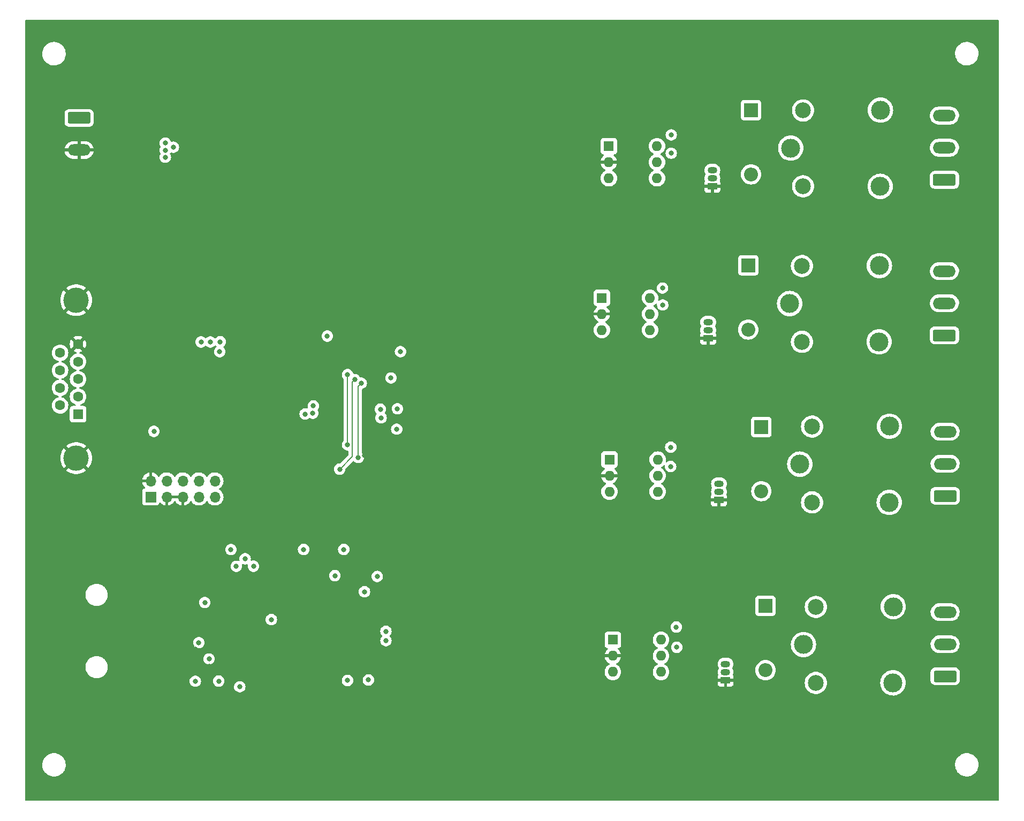
<source format=gbr>
%TF.GenerationSoftware,KiCad,Pcbnew,7.0.10*%
%TF.CreationDate,2025-05-21T01:52:54+02:00*%
%TF.ProjectId,LoadController,4c6f6164-436f-46e7-9472-6f6c6c65722e,rev?*%
%TF.SameCoordinates,Original*%
%TF.FileFunction,Copper,L2,Inr*%
%TF.FilePolarity,Positive*%
%FSLAX46Y46*%
G04 Gerber Fmt 4.6, Leading zero omitted, Abs format (unit mm)*
G04 Created by KiCad (PCBNEW 7.0.10) date 2025-05-21 01:52:54*
%MOMM*%
%LPD*%
G01*
G04 APERTURE LIST*
G04 Aperture macros list*
%AMRoundRect*
0 Rectangle with rounded corners*
0 $1 Rounding radius*
0 $2 $3 $4 $5 $6 $7 $8 $9 X,Y pos of 4 corners*
0 Add a 4 corners polygon primitive as box body*
4,1,4,$2,$3,$4,$5,$6,$7,$8,$9,$2,$3,0*
0 Add four circle primitives for the rounded corners*
1,1,$1+$1,$2,$3*
1,1,$1+$1,$4,$5*
1,1,$1+$1,$6,$7*
1,1,$1+$1,$8,$9*
0 Add four rect primitives between the rounded corners*
20,1,$1+$1,$2,$3,$4,$5,0*
20,1,$1+$1,$4,$5,$6,$7,0*
20,1,$1+$1,$6,$7,$8,$9,0*
20,1,$1+$1,$8,$9,$2,$3,0*%
G04 Aperture macros list end*
%TA.AperFunction,ComponentPad*%
%ADD10R,1.600000X1.600000*%
%TD*%
%TA.AperFunction,ComponentPad*%
%ADD11O,1.600000X1.600000*%
%TD*%
%TA.AperFunction,ComponentPad*%
%ADD12R,2.200000X2.200000*%
%TD*%
%TA.AperFunction,ComponentPad*%
%ADD13O,2.200000X2.200000*%
%TD*%
%TA.AperFunction,ComponentPad*%
%ADD14O,1.700000X1.700000*%
%TD*%
%TA.AperFunction,ComponentPad*%
%ADD15R,1.700000X1.700000*%
%TD*%
%TA.AperFunction,ComponentPad*%
%ADD16RoundRect,0.250000X1.550000X-0.650000X1.550000X0.650000X-1.550000X0.650000X-1.550000X-0.650000X0*%
%TD*%
%TA.AperFunction,ComponentPad*%
%ADD17O,3.600000X1.800000*%
%TD*%
%TA.AperFunction,ComponentPad*%
%ADD18R,1.500000X1.050000*%
%TD*%
%TA.AperFunction,ComponentPad*%
%ADD19O,1.500000X1.050000*%
%TD*%
%TA.AperFunction,ComponentPad*%
%ADD20C,3.000000*%
%TD*%
%TA.AperFunction,ComponentPad*%
%ADD21C,2.500000*%
%TD*%
%TA.AperFunction,ComponentPad*%
%ADD22C,4.000000*%
%TD*%
%TA.AperFunction,ComponentPad*%
%ADD23C,1.600000*%
%TD*%
%TA.AperFunction,ComponentPad*%
%ADD24RoundRect,0.250000X-1.550000X0.650000X-1.550000X-0.650000X1.550000X-0.650000X1.550000X0.650000X0*%
%TD*%
%TA.AperFunction,ViaPad*%
%ADD25C,0.800000*%
%TD*%
%TA.AperFunction,Conductor*%
%ADD26C,0.180000*%
%TD*%
G04 APERTURE END LIST*
D10*
%TO.N,Net-(R19-Pad2)*%
%TO.C,U4*%
X141399999Y-76879999D03*
D11*
%TO.N,GND*%
X141399999Y-79419999D03*
%TO.N,unconnected-(U4-NC-Pad3)*%
X141399999Y-81959999D03*
%TO.N,Net-(R21-Pad1)*%
X149019999Y-81959999D03*
%TO.N,Net-(D7-A)*%
X149019999Y-79419999D03*
%TO.N,unconnected-(U4-Pad6)*%
X149019999Y-76879999D03*
%TD*%
D12*
%TO.N,Net-(D12-A)*%
%TO.C,D14*%
X167292500Y-125620000D03*
D13*
%TO.N,Net-(D14-A)*%
X167292500Y-135780000D03*
%TD*%
D14*
%TO.N,/MCU/SWDIO_R*%
%TO.C,J3*%
X80197500Y-105835000D03*
%TO.N,/MCU/SWCLK_R*%
X80197500Y-108375000D03*
%TO.N,/MCU/SWO_R*%
X77657500Y-105835000D03*
%TO.N,unconnected-(J3-Pin_7-Pad7)*%
X77657500Y-108375000D03*
%TO.N,/MCU/NRST_R*%
X75117500Y-105835000D03*
%TO.N,GND*%
X75117500Y-108375000D03*
%TO.N,unconnected-(J3-Pin_4-Pad4)*%
X72577500Y-105835000D03*
%TO.N,GND*%
X72577500Y-108375000D03*
X70037500Y-105835000D03*
D15*
%TO.N,+3.3VADC*%
X70037500Y-108375000D03*
%TD*%
D10*
%TO.N,Net-(R26-Pad2)*%
%TO.C,U7*%
X143142500Y-130970000D03*
D11*
%TO.N,GND*%
X143142500Y-133510000D03*
%TO.N,unconnected-(U7-NC-Pad3)*%
X143142500Y-136050000D03*
%TO.N,Net-(R28-Pad1)*%
X150762500Y-136050000D03*
%TO.N,Net-(D12-A)*%
X150762500Y-133510000D03*
%TO.N,unconnected-(U7-Pad6)*%
X150762500Y-130970000D03*
%TD*%
D16*
%TO.N,/ACLoadControlStage/NO2*%
%TO.C,J5*%
X195592500Y-82805000D03*
D17*
%TO.N,/ACLoadControlStage/C2*%
X195592500Y-77725000D03*
%TO.N,/ACLoadControlStage/NC2*%
X195592500Y-72645000D03*
%TD*%
D12*
%TO.N,Net-(D11-A)*%
%TO.C,D13*%
X166625000Y-97300000D03*
D13*
%TO.N,Net-(D13-A)*%
X166625000Y-107460000D03*
%TD*%
D10*
%TO.N,Net-(R25-Pad2)*%
%TO.C,U6*%
X142605000Y-102465000D03*
D11*
%TO.N,GND*%
X142605000Y-105005000D03*
%TO.N,unconnected-(U6-NC-Pad3)*%
X142605000Y-107545000D03*
%TO.N,Net-(R27-Pad1)*%
X150225000Y-107545000D03*
%TO.N,Net-(D11-A)*%
X150225000Y-105005000D03*
%TO.N,unconnected-(U6-Pad6)*%
X150225000Y-102465000D03*
%TD*%
D18*
%TO.N,GND*%
%TO.C,Q1*%
X158224999Y-83274999D03*
D19*
%TO.N,Net-(Q1-B)*%
X158224999Y-82004999D03*
%TO.N,Net-(D9-A)*%
X158224999Y-80734999D03*
%TD*%
D10*
%TO.N,Net-(R20-Pad2)*%
%TO.C,U5*%
X142500000Y-52880000D03*
D11*
%TO.N,GND*%
X142500000Y-55420000D03*
%TO.N,unconnected-(U5-NC-Pad3)*%
X142500000Y-57960000D03*
%TO.N,Net-(R22-Pad1)*%
X150120000Y-57960000D03*
%TO.N,Net-(D10-K)*%
X150120000Y-55420000D03*
%TO.N,unconnected-(U5-Pad6)*%
X150120000Y-52880000D03*
%TD*%
D13*
%TO.N,Net-(D10-A)*%
%TO.C,D10*%
X165000000Y-57335000D03*
D12*
%TO.N,Net-(D10-K)*%
X165000000Y-47175000D03*
%TD*%
D20*
%TO.N,/ACLoadControlStage/C4*%
%TO.C,K4*%
X173292500Y-131730000D03*
D21*
%TO.N,Net-(D14-A)*%
X175242500Y-137780000D03*
D20*
%TO.N,/ACLoadControlStage/NO4*%
X187442500Y-137780000D03*
%TO.N,/ACLoadControlStage/NC4*%
X187492500Y-125730000D03*
D21*
%TO.N,Net-(D12-A)*%
X175242500Y-125780000D03*
%TD*%
D20*
%TO.N,/ACLoadControlStage/C3*%
%TO.C,K3*%
X172700000Y-103180000D03*
D21*
%TO.N,Net-(D13-A)*%
X174650000Y-109230000D03*
D20*
%TO.N,/ACLoadControlStage/NO3*%
X186850000Y-109230000D03*
%TO.N,/ACLoadControlStage/NC3*%
X186900000Y-97180000D03*
D21*
%TO.N,Net-(D11-A)*%
X174650000Y-97230000D03*
%TD*%
D18*
%TO.N,GND*%
%TO.C,Q4*%
X160967500Y-137360000D03*
D19*
%TO.N,Net-(Q4-B)*%
X160967500Y-136090000D03*
%TO.N,Net-(D14-A)*%
X160967500Y-134820000D03*
%TD*%
D20*
%TO.N,/ACLoadControlStage/C2*%
%TO.C,K1*%
X171100000Y-77780000D03*
D21*
%TO.N,Net-(D9-A)*%
X173050000Y-83830000D03*
D20*
%TO.N,/ACLoadControlStage/NO2*%
X185250000Y-83830000D03*
%TO.N,/ACLoadControlStage/NC2*%
X185300000Y-71780000D03*
D21*
%TO.N,Net-(D7-A)*%
X173050000Y-71830000D03*
%TD*%
D22*
%TO.N,GND*%
%TO.C,J4*%
X58250331Y-77235000D03*
X58250331Y-102235000D03*
D10*
%TO.N,unconnected-(J4-Pad1)*%
X58550331Y-95275000D03*
D23*
%TO.N,/MCU/RS232_TX*%
X58550331Y-92505000D03*
%TO.N,/MCU/RS232_RX*%
X58550331Y-89735000D03*
%TO.N,unconnected-(J4-Pad4)*%
X58550331Y-86965000D03*
%TO.N,GND*%
X58550331Y-84195000D03*
%TO.N,unconnected-(J4-Pad6)*%
X55710331Y-93890000D03*
%TO.N,unconnected-(J4-Pad7)*%
X55710331Y-91120000D03*
%TO.N,unconnected-(J4-Pad8)*%
X55710331Y-88350000D03*
%TO.N,unconnected-(J4-Pad9)*%
X55710331Y-85580000D03*
%TD*%
D16*
%TO.N,/ACLoadControlStage/NO1*%
%TO.C,J6*%
X195592500Y-58205000D03*
D17*
%TO.N,/ACLoadControlStage/C1*%
X195592500Y-53125000D03*
%TO.N,/ACLoadControlStage/NC1*%
X195592500Y-48045000D03*
%TD*%
D16*
%TO.N,/ACLoadControlStage/NO3*%
%TO.C,J7*%
X195692500Y-108205000D03*
D17*
%TO.N,/ACLoadControlStage/C3*%
X195692500Y-103125000D03*
%TO.N,/ACLoadControlStage/NC3*%
X195692500Y-98045000D03*
%TD*%
D18*
%TO.N,GND*%
%TO.C,Q2*%
X158875000Y-59245000D03*
D19*
%TO.N,Net-(Q2-B)*%
X158875000Y-57975000D03*
%TO.N,Net-(D10-A)*%
X158875000Y-56705000D03*
%TD*%
D24*
%TO.N,+24V*%
%TO.C,J1*%
X58707500Y-48415000D03*
D17*
%TO.N,GND*%
X58707500Y-53495000D03*
%TD*%
D18*
%TO.N,GND*%
%TO.C,Q3*%
X159925000Y-108845000D03*
D19*
%TO.N,Net-(Q3-B)*%
X159925000Y-107575000D03*
%TO.N,Net-(D13-A)*%
X159925000Y-106305000D03*
%TD*%
D16*
%TO.N,/ACLoadControlStage/NO4*%
%TO.C,J8*%
X195692500Y-136755000D03*
D17*
%TO.N,/ACLoadControlStage/C4*%
X195692500Y-131675000D03*
%TO.N,/ACLoadControlStage/NC4*%
X195692500Y-126595000D03*
%TD*%
D12*
%TO.N,Net-(D7-A)*%
%TO.C,D9*%
X164550000Y-71725000D03*
D13*
%TO.N,Net-(D9-A)*%
X164550000Y-81885000D03*
%TD*%
D20*
%TO.N,/ACLoadControlStage/C1*%
%TO.C,K2*%
X171275000Y-53180000D03*
D21*
%TO.N,Net-(D10-A)*%
X173225000Y-59230000D03*
D20*
%TO.N,/ACLoadControlStage/NO1*%
X185425000Y-59230000D03*
%TO.N,/ACLoadControlStage/NC1*%
X185475000Y-47180000D03*
D21*
%TO.N,Net-(D10-K)*%
X173225000Y-47230000D03*
%TD*%
D25*
%TO.N,GND*%
X100400000Y-88025000D03*
%TO.N,+3.3VADC*%
X101175000Y-137400000D03*
X104475000Y-137325000D03*
X105875000Y-120950000D03*
%TO.N,GND*%
X110600000Y-94750000D03*
X110625000Y-97175000D03*
X104250000Y-92575000D03*
X119350000Y-86325000D03*
X118850000Y-95200000D03*
X120125000Y-95175000D03*
X120150000Y-93075000D03*
X120150000Y-90925000D03*
X120225000Y-88575000D03*
X120300000Y-86300000D03*
%TO.N,+3.3VADC*%
X109550000Y-85375000D03*
%TO.N,GND*%
X110525000Y-87225000D03*
X104575000Y-89300000D03*
%TO.N,+3.3VADC*%
X97975000Y-82925000D03*
%TO.N,GND*%
X93025000Y-92250000D03*
%TO.N,+3.3VADC*%
X94475000Y-95250000D03*
X95675000Y-95125000D03*
X95775000Y-93975000D03*
%TO.N,GND*%
X101125000Y-76375000D03*
X102100000Y-82975000D03*
X104225000Y-99050000D03*
X97425000Y-99325000D03*
X95750000Y-97725000D03*
X83325000Y-115500000D03*
%TO.N,/ETHController/LEDA*%
X82725000Y-116700000D03*
X99175000Y-120825000D03*
%TO.N,+3.3VADC*%
X80800000Y-137500000D03*
X103850000Y-123370000D03*
%TO.N,GND*%
X108700000Y-123375000D03*
X107425000Y-118300000D03*
X114225000Y-117975000D03*
X115500000Y-116850000D03*
X114150000Y-129050000D03*
X115400000Y-130400000D03*
X106050000Y-134875000D03*
X107275000Y-136050000D03*
X106000000Y-133825000D03*
X107175000Y-132625000D03*
%TO.N,+3.3VADC*%
X107250000Y-131100000D03*
X107250000Y-129625000D03*
%TO.N,GND*%
X105975000Y-126925000D03*
X107275000Y-128025000D03*
X99225000Y-132175000D03*
X99250000Y-128500000D03*
X99250000Y-127200000D03*
X93975000Y-132300000D03*
X56950000Y-138775000D03*
X53975000Y-136275000D03*
X56950000Y-133950000D03*
X56950000Y-120150000D03*
X53825000Y-122800000D03*
X57000000Y-125350000D03*
X71300000Y-125175000D03*
X71575000Y-136350000D03*
X93575000Y-139500000D03*
X94750000Y-138225000D03*
X86575000Y-137400000D03*
X87950000Y-136075000D03*
X87750000Y-132500000D03*
X87575000Y-130050000D03*
X87375000Y-121150000D03*
X88650000Y-122325000D03*
X87725000Y-125125000D03*
X87725000Y-126875000D03*
%TO.N,+3.3VADC*%
X86300000Y-119325000D03*
X83575000Y-119350000D03*
X84975000Y-118150000D03*
%TO.N,GND*%
X80625000Y-120325000D03*
X79350000Y-121500000D03*
X81675000Y-112450000D03*
X82900000Y-111300000D03*
X75125000Y-112475000D03*
X71575000Y-112300000D03*
X74050000Y-111275000D03*
X72700000Y-111250000D03*
X81500000Y-100850000D03*
X80300000Y-99675000D03*
X74050000Y-94175000D03*
X75375000Y-92875000D03*
X68650000Y-81075000D03*
X55975000Y-42975000D03*
X68475000Y-57150000D03*
X75600000Y-59200000D03*
X79500000Y-59175000D03*
X77150000Y-54700000D03*
X75825000Y-53375000D03*
X72500000Y-48575000D03*
X82575000Y-48550000D03*
X65925000Y-49425000D03*
X69675000Y-51950000D03*
X69625000Y-49450000D03*
X76975000Y-138800000D03*
X89925000Y-126750000D03*
X78175000Y-123850000D03*
X101475000Y-117600000D03*
X93625000Y-115550000D03*
X103850000Y-101800000D03*
X98825000Y-104675000D03*
%TO.N,/ETHController/ETH_MISO*%
X99925000Y-103975000D03*
%TO.N,/ETHController/ETH_INT*%
X94225000Y-116675000D03*
X100575000Y-116675000D03*
%TO.N,+3.3VADC*%
X153250000Y-132150000D03*
X153175000Y-128950000D03*
X152275000Y-103550000D03*
X152300000Y-100500000D03*
X151000000Y-75325000D03*
X151025000Y-78000000D03*
X152375000Y-51100000D03*
X152375000Y-54000000D03*
X73625000Y-53050000D03*
X72350000Y-54625000D03*
X72325000Y-53525000D03*
X72350000Y-52400000D03*
%TO.N,/ETHController/ETH_MOSI*%
X101175000Y-100125000D03*
%TO.N,/ETHController/ETH_SCK*%
X102875000Y-102125000D03*
%TO.N,/ETHController/TCT*%
X77100000Y-137525000D03*
X84125000Y-138400000D03*
%TO.N,/ETHController/TPINN*%
X78600000Y-125075000D03*
X89118910Y-127775000D03*
%TO.N,GND*%
X79275000Y-135150000D03*
X77125000Y-132500000D03*
%TO.N,/ETHController/TPOUTP*%
X79275000Y-134000000D03*
X77650000Y-131425000D03*
%TO.N,/MCU/NRST*%
X70550000Y-98000000D03*
X108050000Y-89550000D03*
%TO.N,/ETHController/ETH_SCK*%
X103350000Y-90375000D03*
%TO.N,/ETHController/ETH_MISO*%
X102300000Y-89800000D03*
%TO.N,/ETHController/ETH_MOSI*%
X101175000Y-89025000D03*
%TO.N,GND*%
X79475000Y-88350000D03*
X80975000Y-88325000D03*
X80975000Y-87050000D03*
X79325000Y-87050000D03*
%TO.N,+3.3VADC*%
X80950000Y-85400000D03*
X81025000Y-83825000D03*
X79475000Y-83850000D03*
X78000000Y-83850000D03*
%TO.N,GND*%
X72025000Y-101225000D03*
X71950000Y-102800000D03*
X70050000Y-102875000D03*
%TO.N,+3.3VADC*%
X109050000Y-94425000D03*
X108950000Y-97650000D03*
X106475000Y-95850000D03*
X106375000Y-94500000D03*
%TO.N,GND*%
X112575000Y-80025000D03*
X115225000Y-77900000D03*
X112575000Y-77900000D03*
X110200000Y-77900000D03*
X155150000Y-49650000D03*
X153900000Y-73800000D03*
X155175000Y-99050000D03*
X156225000Y-127500000D03*
%TD*%
D26*
%TO.N,/ETHController/ETH_SCK*%
X102875000Y-90850000D02*
X103350000Y-90375000D01*
X102875000Y-102125000D02*
X102875000Y-90850000D01*
%TO.N,/ETHController/ETH_MISO*%
X101900000Y-102000000D02*
X99925000Y-103975000D01*
X101900000Y-90200000D02*
X101900000Y-102000000D01*
X102300000Y-89800000D02*
X101900000Y-90200000D01*
%TO.N,/ETHController/ETH_MOSI*%
X101175000Y-89025000D02*
X101175000Y-100125000D01*
%TD*%
%TA.AperFunction,Conductor*%
%TO.N,GND*%
G36*
X74658007Y-108165156D02*
G01*
X74617500Y-108303111D01*
X74617500Y-108446889D01*
X74658007Y-108584844D01*
X74683814Y-108625000D01*
X73011186Y-108625000D01*
X73036993Y-108584844D01*
X73077500Y-108446889D01*
X73077500Y-108303111D01*
X73036993Y-108165156D01*
X73011186Y-108125000D01*
X74683814Y-108125000D01*
X74658007Y-108165156D01*
G37*
%TD.AperFunction*%
%TA.AperFunction,Conductor*%
G36*
X204167539Y-32950185D02*
G01*
X204213294Y-33002989D01*
X204224500Y-33054500D01*
X204224500Y-156330500D01*
X204204815Y-156397539D01*
X204152011Y-156443294D01*
X204100500Y-156454500D01*
X50274500Y-156454500D01*
X50207461Y-156434815D01*
X50161706Y-156382011D01*
X50150500Y-156330500D01*
X50150500Y-150817763D01*
X52895787Y-150817763D01*
X52925413Y-151087013D01*
X52925415Y-151087024D01*
X52993926Y-151349082D01*
X52993928Y-151349088D01*
X53099870Y-151598390D01*
X53171998Y-151716575D01*
X53240979Y-151829605D01*
X53240986Y-151829615D01*
X53414253Y-152037819D01*
X53414259Y-152037824D01*
X53615998Y-152218582D01*
X53841910Y-152368044D01*
X54087176Y-152483020D01*
X54087183Y-152483022D01*
X54087185Y-152483023D01*
X54346557Y-152561057D01*
X54346564Y-152561058D01*
X54346569Y-152561060D01*
X54614561Y-152600500D01*
X54614566Y-152600500D01*
X54817629Y-152600500D01*
X54817631Y-152600500D01*
X54817636Y-152600499D01*
X54817648Y-152600499D01*
X54855191Y-152597750D01*
X55020156Y-152585677D01*
X55132758Y-152560593D01*
X55284546Y-152526782D01*
X55284548Y-152526781D01*
X55284553Y-152526780D01*
X55537558Y-152430014D01*
X55773777Y-152297441D01*
X55988177Y-152131888D01*
X56176186Y-151936881D01*
X56333799Y-151716579D01*
X56407787Y-151572669D01*
X56457649Y-151475690D01*
X56457651Y-151475684D01*
X56457656Y-151475675D01*
X56545118Y-151219305D01*
X56594319Y-150952933D01*
X56599259Y-150817763D01*
X197270787Y-150817763D01*
X197300413Y-151087013D01*
X197300415Y-151087024D01*
X197368926Y-151349082D01*
X197368928Y-151349088D01*
X197474870Y-151598390D01*
X197546998Y-151716575D01*
X197615979Y-151829605D01*
X197615986Y-151829615D01*
X197789253Y-152037819D01*
X197789259Y-152037824D01*
X197990998Y-152218582D01*
X198216910Y-152368044D01*
X198462176Y-152483020D01*
X198462183Y-152483022D01*
X198462185Y-152483023D01*
X198721557Y-152561057D01*
X198721564Y-152561058D01*
X198721569Y-152561060D01*
X198989561Y-152600500D01*
X198989566Y-152600500D01*
X199192629Y-152600500D01*
X199192631Y-152600500D01*
X199192636Y-152600499D01*
X199192648Y-152600499D01*
X199230191Y-152597750D01*
X199395156Y-152585677D01*
X199507758Y-152560593D01*
X199659546Y-152526782D01*
X199659548Y-152526781D01*
X199659553Y-152526780D01*
X199912558Y-152430014D01*
X200148777Y-152297441D01*
X200363177Y-152131888D01*
X200551186Y-151936881D01*
X200708799Y-151716579D01*
X200782787Y-151572669D01*
X200832649Y-151475690D01*
X200832651Y-151475684D01*
X200832656Y-151475675D01*
X200920118Y-151219305D01*
X200969319Y-150952933D01*
X200979212Y-150682235D01*
X200949586Y-150412982D01*
X200881072Y-150150912D01*
X200775130Y-149901610D01*
X200634018Y-149670390D01*
X200544747Y-149563119D01*
X200460746Y-149462180D01*
X200460740Y-149462175D01*
X200259002Y-149281418D01*
X200033092Y-149131957D01*
X200033090Y-149131956D01*
X199787824Y-149016980D01*
X199787819Y-149016978D01*
X199787814Y-149016976D01*
X199528442Y-148938942D01*
X199528428Y-148938939D01*
X199412791Y-148921921D01*
X199260439Y-148899500D01*
X199057369Y-148899500D01*
X199057351Y-148899500D01*
X198854844Y-148914323D01*
X198854831Y-148914325D01*
X198590453Y-148973217D01*
X198590446Y-148973220D01*
X198337439Y-149069987D01*
X198101226Y-149202557D01*
X197886822Y-149368112D01*
X197698822Y-149563109D01*
X197698816Y-149563116D01*
X197541202Y-149783419D01*
X197541199Y-149783424D01*
X197417350Y-150024309D01*
X197417343Y-150024327D01*
X197329884Y-150280685D01*
X197329881Y-150280699D01*
X197280681Y-150547068D01*
X197280680Y-150547075D01*
X197270787Y-150817763D01*
X56599259Y-150817763D01*
X56604212Y-150682235D01*
X56574586Y-150412982D01*
X56506072Y-150150912D01*
X56400130Y-149901610D01*
X56259018Y-149670390D01*
X56169747Y-149563119D01*
X56085746Y-149462180D01*
X56085740Y-149462175D01*
X55884002Y-149281418D01*
X55658092Y-149131957D01*
X55658090Y-149131956D01*
X55412824Y-149016980D01*
X55412819Y-149016978D01*
X55412814Y-149016976D01*
X55153442Y-148938942D01*
X55153428Y-148938939D01*
X55037791Y-148921921D01*
X54885439Y-148899500D01*
X54682369Y-148899500D01*
X54682351Y-148899500D01*
X54479844Y-148914323D01*
X54479831Y-148914325D01*
X54215453Y-148973217D01*
X54215446Y-148973220D01*
X53962439Y-149069987D01*
X53726226Y-149202557D01*
X53511822Y-149368112D01*
X53323822Y-149563109D01*
X53323816Y-149563116D01*
X53166202Y-149783419D01*
X53166199Y-149783424D01*
X53042350Y-150024309D01*
X53042343Y-150024327D01*
X52954884Y-150280685D01*
X52954881Y-150280699D01*
X52905681Y-150547068D01*
X52905680Y-150547075D01*
X52895787Y-150817763D01*
X50150500Y-150817763D01*
X50150500Y-137525000D01*
X76194540Y-137525000D01*
X76214326Y-137713256D01*
X76214327Y-137713259D01*
X76272818Y-137893277D01*
X76272821Y-137893284D01*
X76367467Y-138057216D01*
X76455961Y-138155498D01*
X76494129Y-138197888D01*
X76647265Y-138309148D01*
X76647270Y-138309151D01*
X76820192Y-138386142D01*
X76820197Y-138386144D01*
X77005354Y-138425500D01*
X77005355Y-138425500D01*
X77194644Y-138425500D01*
X77194646Y-138425500D01*
X77379803Y-138386144D01*
X77552730Y-138309151D01*
X77705871Y-138197888D01*
X77832533Y-138057216D01*
X77927179Y-137893284D01*
X77985674Y-137713256D01*
X78005460Y-137525000D01*
X78002832Y-137500000D01*
X79894540Y-137500000D01*
X79914326Y-137688256D01*
X79914327Y-137688259D01*
X79972818Y-137868277D01*
X79972821Y-137868284D01*
X80067467Y-138032216D01*
X80119327Y-138089812D01*
X80194129Y-138172888D01*
X80347265Y-138284148D01*
X80347270Y-138284151D01*
X80520192Y-138361142D01*
X80520197Y-138361144D01*
X80705354Y-138400500D01*
X80705355Y-138400500D01*
X80894644Y-138400500D01*
X80894646Y-138400500D01*
X80896998Y-138400000D01*
X83219540Y-138400000D01*
X83239326Y-138588256D01*
X83239327Y-138588259D01*
X83297818Y-138768277D01*
X83297821Y-138768284D01*
X83392467Y-138932216D01*
X83519129Y-139072888D01*
X83672265Y-139184148D01*
X83672270Y-139184151D01*
X83845192Y-139261142D01*
X83845197Y-139261144D01*
X84030354Y-139300500D01*
X84030355Y-139300500D01*
X84219644Y-139300500D01*
X84219646Y-139300500D01*
X84404803Y-139261144D01*
X84577730Y-139184151D01*
X84730871Y-139072888D01*
X84857533Y-138932216D01*
X84952179Y-138768284D01*
X85010674Y-138588256D01*
X85030460Y-138400000D01*
X85010674Y-138211744D01*
X84955397Y-138041620D01*
X84952181Y-138031722D01*
X84952180Y-138031721D01*
X84952179Y-138031716D01*
X84857533Y-137867784D01*
X84730871Y-137727112D01*
X84730870Y-137727111D01*
X84577734Y-137615851D01*
X84577729Y-137615848D01*
X84404807Y-137538857D01*
X84404802Y-137538855D01*
X84259001Y-137507865D01*
X84219646Y-137499500D01*
X84030354Y-137499500D01*
X83997897Y-137506398D01*
X83845197Y-137538855D01*
X83845192Y-137538857D01*
X83672270Y-137615848D01*
X83672265Y-137615851D01*
X83519129Y-137727111D01*
X83392466Y-137867785D01*
X83297821Y-138031715D01*
X83297818Y-138031722D01*
X83247644Y-138186144D01*
X83239326Y-138211744D01*
X83219540Y-138400000D01*
X80896998Y-138400000D01*
X81079803Y-138361144D01*
X81252730Y-138284151D01*
X81405871Y-138172888D01*
X81532533Y-138032216D01*
X81627179Y-137868284D01*
X81685674Y-137688256D01*
X81705460Y-137500000D01*
X81694950Y-137400000D01*
X100269540Y-137400000D01*
X100289326Y-137588256D01*
X100289327Y-137588259D01*
X100347818Y-137768277D01*
X100347821Y-137768284D01*
X100442467Y-137932216D01*
X100569129Y-138072888D01*
X100722265Y-138184148D01*
X100722270Y-138184151D01*
X100895192Y-138261142D01*
X100895197Y-138261144D01*
X101080354Y-138300500D01*
X101080355Y-138300500D01*
X101269644Y-138300500D01*
X101269646Y-138300500D01*
X101454803Y-138261144D01*
X101627730Y-138184151D01*
X101780871Y-138072888D01*
X101907533Y-137932216D01*
X102002179Y-137768284D01*
X102060674Y-137588256D01*
X102080460Y-137400000D01*
X102072577Y-137325000D01*
X103569540Y-137325000D01*
X103589326Y-137513256D01*
X103589327Y-137513259D01*
X103647818Y-137693277D01*
X103647821Y-137693284D01*
X103742467Y-137857216D01*
X103810548Y-137932827D01*
X103869129Y-137997888D01*
X104022265Y-138109148D01*
X104022270Y-138109151D01*
X104195192Y-138186142D01*
X104195197Y-138186144D01*
X104380354Y-138225500D01*
X104380355Y-138225500D01*
X104569644Y-138225500D01*
X104569646Y-138225500D01*
X104754803Y-138186144D01*
X104927730Y-138109151D01*
X105080871Y-137997888D01*
X105207533Y-137857216D01*
X105302179Y-137693284D01*
X105360674Y-137513256D01*
X105380460Y-137325000D01*
X105360674Y-137136744D01*
X105302179Y-136956716D01*
X105207533Y-136792784D01*
X105080871Y-136652112D01*
X105062626Y-136638856D01*
X104927734Y-136540851D01*
X104927729Y-136540848D01*
X104754807Y-136463857D01*
X104754802Y-136463855D01*
X104609001Y-136432865D01*
X104569646Y-136424500D01*
X104380354Y-136424500D01*
X104347897Y-136431398D01*
X104195197Y-136463855D01*
X104195192Y-136463857D01*
X104022270Y-136540848D01*
X104022265Y-136540851D01*
X103869129Y-136652111D01*
X103742466Y-136792785D01*
X103647821Y-136956715D01*
X103647818Y-136956722D01*
X103589327Y-137136740D01*
X103589326Y-137136744D01*
X103569540Y-137325000D01*
X102072577Y-137325000D01*
X102060674Y-137211744D01*
X102002179Y-137031716D01*
X101907533Y-136867784D01*
X101780871Y-136727112D01*
X101780870Y-136727111D01*
X101627734Y-136615851D01*
X101627729Y-136615848D01*
X101454807Y-136538857D01*
X101454802Y-136538855D01*
X101309001Y-136507865D01*
X101269646Y-136499500D01*
X101080354Y-136499500D01*
X101047897Y-136506398D01*
X100895197Y-136538855D01*
X100895192Y-136538857D01*
X100722270Y-136615848D01*
X100722265Y-136615851D01*
X100569129Y-136727111D01*
X100442466Y-136867785D01*
X100347821Y-137031715D01*
X100347818Y-137031722D01*
X100290776Y-137207281D01*
X100289326Y-137211744D01*
X100269540Y-137400000D01*
X81694950Y-137400000D01*
X81685674Y-137311744D01*
X81627179Y-137131716D01*
X81532533Y-136967784D01*
X81405871Y-136827112D01*
X81358624Y-136792785D01*
X81252734Y-136715851D01*
X81252729Y-136715848D01*
X81079807Y-136638857D01*
X81079802Y-136638855D01*
X80934001Y-136607865D01*
X80894646Y-136599500D01*
X80705354Y-136599500D01*
X80672897Y-136606398D01*
X80520197Y-136638855D01*
X80520192Y-136638857D01*
X80347270Y-136715848D01*
X80347265Y-136715851D01*
X80194129Y-136827111D01*
X80067466Y-136967785D01*
X79972821Y-137131715D01*
X79972818Y-137131722D01*
X79914327Y-137311740D01*
X79914326Y-137311744D01*
X79894540Y-137500000D01*
X78002832Y-137500000D01*
X77985674Y-137336744D01*
X77927179Y-137156716D01*
X77832533Y-136992784D01*
X77705871Y-136852112D01*
X77705870Y-136852111D01*
X77552734Y-136740851D01*
X77552729Y-136740848D01*
X77379807Y-136663857D01*
X77379802Y-136663855D01*
X77234001Y-136632865D01*
X77194646Y-136624500D01*
X77005354Y-136624500D01*
X76972897Y-136631398D01*
X76820197Y-136663855D01*
X76820192Y-136663857D01*
X76647270Y-136740848D01*
X76647265Y-136740851D01*
X76494129Y-136852111D01*
X76367466Y-136992785D01*
X76272821Y-137156715D01*
X76272818Y-137156722D01*
X76214687Y-137335633D01*
X76214326Y-137336744D01*
X76194540Y-137525000D01*
X50150500Y-137525000D01*
X50150500Y-135421187D01*
X59737000Y-135421187D01*
X59742097Y-135455000D01*
X59776104Y-135680615D01*
X59776105Y-135680617D01*
X59776106Y-135680623D01*
X59853438Y-135931326D01*
X59967267Y-136167696D01*
X59967268Y-136167697D01*
X59967270Y-136167700D01*
X59967272Y-136167704D01*
X60051357Y-136291034D01*
X60115067Y-136384479D01*
X60293514Y-136576801D01*
X60293518Y-136576804D01*
X60293519Y-136576805D01*
X60498643Y-136740386D01*
X60725857Y-136871568D01*
X60970084Y-136967420D01*
X61225870Y-137025802D01*
X61225876Y-137025802D01*
X61225879Y-137025803D01*
X61421984Y-137040499D01*
X61422003Y-137040499D01*
X61422006Y-137040500D01*
X61422008Y-137040500D01*
X61552992Y-137040500D01*
X61552994Y-137040500D01*
X61552996Y-137040499D01*
X61553015Y-137040499D01*
X61749120Y-137025803D01*
X61749122Y-137025802D01*
X61749130Y-137025802D01*
X62004916Y-136967420D01*
X62249143Y-136871568D01*
X62476357Y-136740386D01*
X62681481Y-136576805D01*
X62859933Y-136384479D01*
X63007728Y-136167704D01*
X63018211Y-136145937D01*
X63055451Y-136068606D01*
X63064411Y-136050001D01*
X141837032Y-136050001D01*
X141856864Y-136276686D01*
X141856866Y-136276697D01*
X141915758Y-136496488D01*
X141915761Y-136496497D01*
X142011931Y-136702732D01*
X142011932Y-136702734D01*
X142142454Y-136889141D01*
X142303358Y-137050045D01*
X142303361Y-137050047D01*
X142489766Y-137180568D01*
X142696004Y-137276739D01*
X142915808Y-137335635D01*
X143077730Y-137349801D01*
X143142498Y-137355468D01*
X143142500Y-137355468D01*
X143142502Y-137355468D01*
X143199173Y-137350509D01*
X143369192Y-137335635D01*
X143588996Y-137276739D01*
X143795234Y-137180568D01*
X143981639Y-137050047D01*
X144142547Y-136889139D01*
X144273068Y-136702734D01*
X144369239Y-136496496D01*
X144428135Y-136276692D01*
X144447968Y-136050001D01*
X149457032Y-136050001D01*
X149476864Y-136276686D01*
X149476866Y-136276697D01*
X149535758Y-136496488D01*
X149535761Y-136496497D01*
X149631931Y-136702732D01*
X149631932Y-136702734D01*
X149762454Y-136889141D01*
X149923358Y-137050045D01*
X149923361Y-137050047D01*
X150109766Y-137180568D01*
X150316004Y-137276739D01*
X150535808Y-137335635D01*
X150697730Y-137349801D01*
X150762498Y-137355468D01*
X150762500Y-137355468D01*
X150762502Y-137355468D01*
X150819173Y-137350509D01*
X150989192Y-137335635D01*
X151208996Y-137276739D01*
X151415234Y-137180568D01*
X151601639Y-137050047D01*
X151762547Y-136889139D01*
X151893068Y-136702734D01*
X151989239Y-136496496D01*
X152048135Y-136276692D01*
X152064468Y-136090000D01*
X159712038Y-136090000D01*
X159731837Y-136291031D01*
X159790986Y-136486018D01*
X159791609Y-136555885D01*
X159777402Y-136584589D01*
X159778395Y-136585132D01*
X159774145Y-136592913D01*
X159723903Y-136727620D01*
X159723901Y-136727627D01*
X159717500Y-136787155D01*
X159717500Y-137110000D01*
X160630185Y-137110000D01*
X160642338Y-137110597D01*
X160658028Y-137112142D01*
X160683645Y-137114665D01*
X160649222Y-137152059D01*
X160598949Y-137266670D01*
X160588614Y-137391395D01*
X160619337Y-137512719D01*
X160682894Y-137610000D01*
X159717500Y-137610000D01*
X159717500Y-137932844D01*
X159723901Y-137992372D01*
X159723903Y-137992379D01*
X159774145Y-138127086D01*
X159774149Y-138127093D01*
X159860309Y-138242187D01*
X159860312Y-138242190D01*
X159975406Y-138328350D01*
X159975413Y-138328354D01*
X160110120Y-138378596D01*
X160110127Y-138378598D01*
X160169655Y-138384999D01*
X160169672Y-138385000D01*
X160717500Y-138385000D01*
X160717500Y-137640617D01*
X160786552Y-137694363D01*
X160904924Y-137735000D01*
X160998573Y-137735000D01*
X161090946Y-137719586D01*
X161201014Y-137660019D01*
X161217500Y-137642110D01*
X161217500Y-138385000D01*
X161765328Y-138385000D01*
X161765344Y-138384999D01*
X161824872Y-138378598D01*
X161824879Y-138378596D01*
X161959586Y-138328354D01*
X161959593Y-138328350D01*
X162074687Y-138242190D01*
X162074690Y-138242187D01*
X162160850Y-138127093D01*
X162160854Y-138127086D01*
X162211096Y-137992379D01*
X162211098Y-137992372D01*
X162217499Y-137932844D01*
X162217500Y-137932827D01*
X162217500Y-137780004D01*
X173487092Y-137780004D01*
X173506696Y-138041620D01*
X173506697Y-138041625D01*
X173506697Y-138041629D01*
X173506698Y-138041630D01*
X173515414Y-138079818D01*
X173565076Y-138297402D01*
X173565078Y-138297411D01*
X173565080Y-138297416D01*
X173660932Y-138541643D01*
X173792114Y-138768857D01*
X173868241Y-138864317D01*
X173955698Y-138973985D01*
X174137253Y-139142441D01*
X174148021Y-139152433D01*
X174364796Y-139300228D01*
X174364801Y-139300230D01*
X174364802Y-139300231D01*
X174364803Y-139300232D01*
X174490343Y-139360688D01*
X174601173Y-139414061D01*
X174601174Y-139414061D01*
X174601177Y-139414063D01*
X174851885Y-139491396D01*
X175111318Y-139530500D01*
X175373682Y-139530500D01*
X175633115Y-139491396D01*
X175883823Y-139414063D01*
X176120204Y-139300228D01*
X176336979Y-139152433D01*
X176529305Y-138973981D01*
X176692886Y-138768857D01*
X176824068Y-138541643D01*
X176919920Y-138297416D01*
X176978302Y-138041630D01*
X176978303Y-138041620D01*
X176997908Y-137780004D01*
X176997908Y-137780001D01*
X185436890Y-137780001D01*
X185457304Y-138065433D01*
X185518128Y-138345037D01*
X185518130Y-138345043D01*
X185518131Y-138345046D01*
X185548139Y-138425500D01*
X185618135Y-138613166D01*
X185755270Y-138864309D01*
X185755275Y-138864317D01*
X185926754Y-139093387D01*
X185926770Y-139093405D01*
X186129094Y-139295729D01*
X186129112Y-139295745D01*
X186358182Y-139467224D01*
X186358190Y-139467229D01*
X186609333Y-139604364D01*
X186609332Y-139604364D01*
X186609336Y-139604365D01*
X186609339Y-139604367D01*
X186877454Y-139704369D01*
X186877460Y-139704370D01*
X186877462Y-139704371D01*
X187157066Y-139765195D01*
X187157068Y-139765195D01*
X187157072Y-139765196D01*
X187410720Y-139783337D01*
X187442499Y-139785610D01*
X187442500Y-139785610D01*
X187442501Y-139785610D01*
X187471095Y-139783564D01*
X187727928Y-139765196D01*
X188007546Y-139704369D01*
X188275661Y-139604367D01*
X188526815Y-139467226D01*
X188755895Y-139295739D01*
X188958239Y-139093395D01*
X189129726Y-138864315D01*
X189266867Y-138613161D01*
X189366869Y-138345046D01*
X189370501Y-138328350D01*
X189427695Y-138065433D01*
X189427695Y-138065432D01*
X189427696Y-138065428D01*
X189448110Y-137780000D01*
X189427696Y-137494572D01*
X189419089Y-137455008D01*
X189419087Y-137455001D01*
X193392000Y-137455001D01*
X193392001Y-137455018D01*
X193402500Y-137557796D01*
X193402501Y-137557799D01*
X193454015Y-137713256D01*
X193457686Y-137724334D01*
X193549788Y-137873656D01*
X193673844Y-137997712D01*
X193823166Y-138089814D01*
X193989703Y-138144999D01*
X194092491Y-138155500D01*
X197292508Y-138155499D01*
X197395297Y-138144999D01*
X197561834Y-138089814D01*
X197711156Y-137997712D01*
X197835212Y-137873656D01*
X197927314Y-137724334D01*
X197982499Y-137557797D01*
X197993000Y-137455009D01*
X197992999Y-136054992D01*
X197982499Y-135952203D01*
X197927314Y-135785666D01*
X197835212Y-135636344D01*
X197711156Y-135512288D01*
X197561834Y-135420186D01*
X197395297Y-135365001D01*
X197395295Y-135365000D01*
X197292510Y-135354500D01*
X194092498Y-135354500D01*
X194092481Y-135354501D01*
X193989703Y-135365000D01*
X193989700Y-135365001D01*
X193823168Y-135420185D01*
X193823163Y-135420187D01*
X193673842Y-135512289D01*
X193549789Y-135636342D01*
X193457687Y-135785663D01*
X193457685Y-135785668D01*
X193445211Y-135823313D01*
X193402501Y-135952203D01*
X193402501Y-135952204D01*
X193402500Y-135952204D01*
X193392000Y-136054983D01*
X193392000Y-137455001D01*
X189419087Y-137455001D01*
X189366871Y-137214962D01*
X189366870Y-137214960D01*
X189366869Y-137214954D01*
X189266867Y-136946839D01*
X189249603Y-136915223D01*
X189129729Y-136695690D01*
X189129724Y-136695682D01*
X188958245Y-136466612D01*
X188958229Y-136466594D01*
X188755905Y-136264270D01*
X188755887Y-136264254D01*
X188526817Y-136092775D01*
X188526809Y-136092770D01*
X188275666Y-135955635D01*
X188275667Y-135955635D01*
X188168415Y-135915632D01*
X188007546Y-135855631D01*
X188007543Y-135855630D01*
X188007537Y-135855628D01*
X187727933Y-135794804D01*
X187442501Y-135774390D01*
X187442499Y-135774390D01*
X187157066Y-135794804D01*
X186877462Y-135855628D01*
X186609333Y-135955635D01*
X186358190Y-136092770D01*
X186358182Y-136092775D01*
X186129112Y-136264254D01*
X186129094Y-136264270D01*
X185926770Y-136466594D01*
X185926754Y-136466612D01*
X185755275Y-136695682D01*
X185755270Y-136695690D01*
X185618135Y-136946833D01*
X185518128Y-137214962D01*
X185457304Y-137494566D01*
X185436890Y-137779998D01*
X185436890Y-137780001D01*
X176997908Y-137780001D01*
X176997908Y-137779995D01*
X176978303Y-137518379D01*
X176978302Y-137518374D01*
X176978302Y-137518370D01*
X176919920Y-137262584D01*
X176824068Y-137018357D01*
X176692886Y-136791143D01*
X176529305Y-136586019D01*
X176529304Y-136586018D01*
X176529301Y-136586014D01*
X176336979Y-136407567D01*
X176303115Y-136384479D01*
X176120204Y-136259772D01*
X176120200Y-136259770D01*
X176120197Y-136259768D01*
X176120196Y-136259767D01*
X175883825Y-136145938D01*
X175883827Y-136145938D01*
X175633123Y-136068606D01*
X175633119Y-136068605D01*
X175633115Y-136068604D01*
X175508323Y-136049794D01*
X175373687Y-136029500D01*
X175373682Y-136029500D01*
X175111318Y-136029500D01*
X175111312Y-136029500D01*
X174949747Y-136053853D01*
X174851885Y-136068604D01*
X174851882Y-136068605D01*
X174851876Y-136068606D01*
X174601173Y-136145938D01*
X174364803Y-136259767D01*
X174364802Y-136259768D01*
X174148020Y-136407567D01*
X173955698Y-136586014D01*
X173792114Y-136791143D01*
X173660932Y-137018356D01*
X173565082Y-137262578D01*
X173565076Y-137262597D01*
X173506697Y-137518374D01*
X173506696Y-137518379D01*
X173487092Y-137779995D01*
X173487092Y-137780004D01*
X162217500Y-137780004D01*
X162217500Y-137610000D01*
X161247060Y-137610000D01*
X161285778Y-137567941D01*
X161336051Y-137453330D01*
X161346386Y-137328605D01*
X161315663Y-137207281D01*
X161254924Y-137114313D01*
X161276971Y-137112142D01*
X161292662Y-137110597D01*
X161304815Y-137110000D01*
X162217500Y-137110000D01*
X162217500Y-136787172D01*
X162217499Y-136787155D01*
X162211098Y-136727627D01*
X162211096Y-136727620D01*
X162160854Y-136592913D01*
X162156603Y-136585128D01*
X162158787Y-136583935D01*
X162138990Y-136530862D01*
X162144014Y-136486016D01*
X162144520Y-136484344D01*
X162144523Y-136484341D01*
X162203162Y-136291033D01*
X162222962Y-136090000D01*
X162203162Y-135888967D01*
X162170107Y-135780000D01*
X165687051Y-135780000D01*
X165706817Y-136031151D01*
X165765626Y-136276110D01*
X165862033Y-136508859D01*
X165993660Y-136723653D01*
X165993661Y-136723656D01*
X166008347Y-136740851D01*
X166157276Y-136915224D01*
X166293671Y-137031716D01*
X166348843Y-137078838D01*
X166348846Y-137078839D01*
X166563640Y-137210466D01*
X166796389Y-137306873D01*
X167041352Y-137365683D01*
X167292500Y-137385449D01*
X167543648Y-137365683D01*
X167788611Y-137306873D01*
X168021359Y-137210466D01*
X168236159Y-137078836D01*
X168427724Y-136915224D01*
X168591336Y-136723659D01*
X168722966Y-136508859D01*
X168819373Y-136276111D01*
X168878183Y-136031148D01*
X168897949Y-135780000D01*
X168878183Y-135528852D01*
X168819373Y-135283889D01*
X168790566Y-135214343D01*
X168722966Y-135051140D01*
X168591339Y-134836346D01*
X168591338Y-134836343D01*
X168554375Y-134793066D01*
X168427724Y-134644776D01*
X168269977Y-134510047D01*
X168236156Y-134481161D01*
X168236153Y-134481160D01*
X168021359Y-134349533D01*
X167788610Y-134253126D01*
X167543651Y-134194317D01*
X167292500Y-134174551D01*
X167041348Y-134194317D01*
X166796389Y-134253126D01*
X166563640Y-134349533D01*
X166348846Y-134481160D01*
X166348843Y-134481161D01*
X166157276Y-134644776D01*
X165993661Y-134836343D01*
X165993660Y-134836346D01*
X165862033Y-135051140D01*
X165765626Y-135283889D01*
X165706817Y-135528848D01*
X165687051Y-135780000D01*
X162170107Y-135780000D01*
X162144523Y-135695659D01*
X162049298Y-135517506D01*
X162049294Y-135517502D01*
X162047131Y-135513454D01*
X162032889Y-135445051D01*
X162047131Y-135396546D01*
X162049294Y-135392498D01*
X162049298Y-135392494D01*
X162144523Y-135214341D01*
X162203162Y-135021033D01*
X162222962Y-134820000D01*
X162203162Y-134618967D01*
X162144523Y-134425659D01*
X162144521Y-134425656D01*
X162144521Y-134425654D01*
X162049301Y-134247511D01*
X162049299Y-134247509D01*
X162049298Y-134247506D01*
X162005647Y-134194317D01*
X161921147Y-134091352D01*
X161764995Y-133963203D01*
X161764988Y-133963198D01*
X161586845Y-133867978D01*
X161393531Y-133809337D01*
X161283400Y-133798490D01*
X161242880Y-133794500D01*
X160692120Y-133794500D01*
X160654933Y-133798162D01*
X160541468Y-133809337D01*
X160348154Y-133867978D01*
X160170011Y-133963198D01*
X160170004Y-133963203D01*
X160013852Y-134091352D01*
X159885703Y-134247504D01*
X159885698Y-134247511D01*
X159790478Y-134425654D01*
X159731837Y-134618968D01*
X159712038Y-134820000D01*
X159731837Y-135021031D01*
X159790478Y-135214345D01*
X159887867Y-135396547D01*
X159902109Y-135464950D01*
X159887867Y-135513453D01*
X159790478Y-135695654D01*
X159731837Y-135888968D01*
X159712038Y-136090000D01*
X152064468Y-136090000D01*
X152067968Y-136050000D01*
X152066174Y-136029500D01*
X152057585Y-135931323D01*
X152048135Y-135823308D01*
X151989239Y-135603504D01*
X151893068Y-135397266D01*
X151762547Y-135210861D01*
X151762545Y-135210858D01*
X151601641Y-135049954D01*
X151415234Y-134919432D01*
X151415228Y-134919429D01*
X151357225Y-134892382D01*
X151304785Y-134846210D01*
X151285633Y-134779017D01*
X151305848Y-134712135D01*
X151357225Y-134667618D01*
X151357819Y-134667341D01*
X151415234Y-134640568D01*
X151601639Y-134510047D01*
X151762547Y-134349139D01*
X151893068Y-134162734D01*
X151989239Y-133956496D01*
X152048135Y-133736692D01*
X152067968Y-133510000D01*
X152048135Y-133283308D01*
X151989239Y-133063504D01*
X151893068Y-132857266D01*
X151762547Y-132670861D01*
X151762545Y-132670858D01*
X151601641Y-132509954D01*
X151415234Y-132379432D01*
X151415228Y-132379429D01*
X151357225Y-132352382D01*
X151304785Y-132306210D01*
X151285633Y-132239017D01*
X151305848Y-132172135D01*
X151331394Y-132150000D01*
X152344540Y-132150000D01*
X152364326Y-132338256D01*
X152364327Y-132338259D01*
X152422818Y-132518277D01*
X152422821Y-132518284D01*
X152517467Y-132682216D01*
X152595228Y-132768578D01*
X152644129Y-132822888D01*
X152797265Y-132934148D01*
X152797270Y-132934151D01*
X152970192Y-133011142D01*
X152970197Y-133011144D01*
X153155354Y-133050500D01*
X153155355Y-133050500D01*
X153344644Y-133050500D01*
X153344646Y-133050500D01*
X153529803Y-133011144D01*
X153702730Y-132934151D01*
X153855871Y-132822888D01*
X153982533Y-132682216D01*
X154077179Y-132518284D01*
X154135674Y-132338256D01*
X154155460Y-132150000D01*
X154135674Y-131961744D01*
X154077179Y-131781716D01*
X154047321Y-131730001D01*
X171286890Y-131730001D01*
X171307304Y-132015433D01*
X171368128Y-132295037D01*
X171368130Y-132295043D01*
X171368131Y-132295046D01*
X171448602Y-132510796D01*
X171468135Y-132563166D01*
X171605270Y-132814309D01*
X171605275Y-132814317D01*
X171776754Y-133043387D01*
X171776770Y-133043405D01*
X171979094Y-133245729D01*
X171979112Y-133245745D01*
X172208182Y-133417224D01*
X172208190Y-133417229D01*
X172459333Y-133554364D01*
X172459332Y-133554364D01*
X172459336Y-133554365D01*
X172459339Y-133554367D01*
X172727454Y-133654369D01*
X172727460Y-133654370D01*
X172727462Y-133654371D01*
X173007066Y-133715195D01*
X173007068Y-133715195D01*
X173007072Y-133715196D01*
X173260720Y-133733337D01*
X173292499Y-133735610D01*
X173292500Y-133735610D01*
X173292501Y-133735610D01*
X173321095Y-133733564D01*
X173577928Y-133715196D01*
X173857546Y-133654369D01*
X174125661Y-133554367D01*
X174376815Y-133417226D01*
X174605895Y-133245739D01*
X174808239Y-133043395D01*
X174979726Y-132814315D01*
X175116867Y-132563161D01*
X175216869Y-132295046D01*
X175228629Y-132240984D01*
X175277695Y-132015433D01*
X175277695Y-132015432D01*
X175277696Y-132015428D01*
X175298110Y-131730000D01*
X175289910Y-131615346D01*
X193388202Y-131615346D01*
X193398319Y-131853528D01*
X193398319Y-131853532D01*
X193448545Y-132086580D01*
X193532311Y-132295037D01*
X193537436Y-132307790D01*
X193662150Y-132510339D01*
X193662432Y-132510796D01*
X193803304Y-132670858D01*
X193819936Y-132689755D01*
X194005420Y-132839523D01*
X194213546Y-132955790D01*
X194339451Y-133000275D01*
X194438329Y-133035211D01*
X194673290Y-133075499D01*
X194673298Y-133075499D01*
X194673300Y-133075500D01*
X194673301Y-133075500D01*
X196651996Y-133075500D01*
X196651997Y-133075500D01*
X196651998Y-133075499D01*
X196652015Y-133075499D01*
X196830036Y-133060347D01*
X196830039Y-133060346D01*
X196830041Y-133060346D01*
X197060749Y-133000275D01*
X197207031Y-132934151D01*
X197277980Y-132902080D01*
X197277981Y-132902078D01*
X197277986Y-132902077D01*
X197475503Y-132768579D01*
X197647618Y-132603621D01*
X197789379Y-132411947D01*
X197896707Y-132199074D01*
X197966516Y-131971123D01*
X197996798Y-131734654D01*
X197996600Y-131730001D01*
X197986680Y-131496471D01*
X197986680Y-131496467D01*
X197936454Y-131263419D01*
X197925733Y-131236740D01*
X197847564Y-131042210D01*
X197722569Y-130839205D01*
X197565064Y-130660245D01*
X197379580Y-130510477D01*
X197230351Y-130427112D01*
X197171455Y-130394210D01*
X196946670Y-130314788D01*
X196711709Y-130274500D01*
X196711700Y-130274500D01*
X194733003Y-130274500D01*
X194732984Y-130274500D01*
X194554963Y-130289652D01*
X194324251Y-130349724D01*
X194107019Y-130447919D01*
X194107011Y-130447924D01*
X193909506Y-130581413D01*
X193909497Y-130581421D01*
X193737381Y-130746379D01*
X193595623Y-130938050D01*
X193595620Y-130938054D01*
X193488296Y-131150920D01*
X193488293Y-131150926D01*
X193418483Y-131378878D01*
X193388202Y-131615346D01*
X175289910Y-131615346D01*
X175277696Y-131444572D01*
X175273438Y-131425000D01*
X175216871Y-131164962D01*
X175216870Y-131164960D01*
X175216869Y-131164954D01*
X175116867Y-130896839D01*
X175114653Y-130892785D01*
X174979729Y-130645690D01*
X174979724Y-130645682D01*
X174808245Y-130416612D01*
X174808229Y-130416594D01*
X174605905Y-130214270D01*
X174605887Y-130214254D01*
X174376817Y-130042775D01*
X174376809Y-130042770D01*
X174125666Y-129905635D01*
X174125667Y-129905635D01*
X173977844Y-129850500D01*
X173857546Y-129805631D01*
X173857543Y-129805630D01*
X173857537Y-129805628D01*
X173577933Y-129744804D01*
X173292501Y-129724390D01*
X173292499Y-129724390D01*
X173007066Y-129744804D01*
X172727462Y-129805628D01*
X172459333Y-129905635D01*
X172208190Y-130042770D01*
X172208182Y-130042775D01*
X171979112Y-130214254D01*
X171979094Y-130214270D01*
X171776770Y-130416594D01*
X171776754Y-130416612D01*
X171605275Y-130645682D01*
X171605270Y-130645690D01*
X171468135Y-130896833D01*
X171368128Y-131164962D01*
X171307304Y-131444566D01*
X171286890Y-131729998D01*
X171286890Y-131730001D01*
X154047321Y-131730001D01*
X153982533Y-131617784D01*
X153855871Y-131477112D01*
X153855870Y-131477111D01*
X153702734Y-131365851D01*
X153702729Y-131365848D01*
X153529807Y-131288857D01*
X153529802Y-131288855D01*
X153384001Y-131257865D01*
X153344646Y-131249500D01*
X153155354Y-131249500D01*
X153122897Y-131256398D01*
X152970197Y-131288855D01*
X152970192Y-131288857D01*
X152797270Y-131365848D01*
X152797265Y-131365851D01*
X152644129Y-131477111D01*
X152517466Y-131617785D01*
X152422821Y-131781715D01*
X152422818Y-131781722D01*
X152364521Y-131961144D01*
X152364326Y-131961744D01*
X152344540Y-132150000D01*
X151331394Y-132150000D01*
X151357225Y-132127618D01*
X151415234Y-132100568D01*
X151601639Y-131970047D01*
X151762547Y-131809139D01*
X151893068Y-131622734D01*
X151989239Y-131416496D01*
X152048135Y-131196692D01*
X152067968Y-130970000D01*
X152048135Y-130743308D01*
X152001104Y-130567784D01*
X151989241Y-130523511D01*
X151989238Y-130523502D01*
X151939391Y-130416605D01*
X151893068Y-130317266D01*
X151762547Y-130130861D01*
X151762545Y-130130858D01*
X151601641Y-129969954D01*
X151415234Y-129839432D01*
X151415232Y-129839431D01*
X151208997Y-129743261D01*
X151208988Y-129743258D01*
X150989197Y-129684366D01*
X150989193Y-129684365D01*
X150989192Y-129684365D01*
X150989191Y-129684364D01*
X150989186Y-129684364D01*
X150762502Y-129664532D01*
X150762498Y-129664532D01*
X150535813Y-129684364D01*
X150535802Y-129684366D01*
X150316011Y-129743258D01*
X150316002Y-129743261D01*
X150109767Y-129839431D01*
X150109765Y-129839432D01*
X149923358Y-129969954D01*
X149762454Y-130130858D01*
X149631932Y-130317265D01*
X149631931Y-130317267D01*
X149535761Y-130523502D01*
X149535758Y-130523511D01*
X149476866Y-130743302D01*
X149476864Y-130743313D01*
X149457032Y-130969998D01*
X149457032Y-130970001D01*
X149476864Y-131196686D01*
X149476866Y-131196697D01*
X149535758Y-131416488D01*
X149535761Y-131416497D01*
X149631931Y-131622732D01*
X149631932Y-131622734D01*
X149762454Y-131809141D01*
X149923358Y-131970045D01*
X149923361Y-131970047D01*
X150109766Y-132100568D01*
X150167775Y-132127618D01*
X150220214Y-132173791D01*
X150239366Y-132240984D01*
X150219150Y-132307865D01*
X150167775Y-132352382D01*
X150109767Y-132379431D01*
X150109765Y-132379432D01*
X149923358Y-132509954D01*
X149762454Y-132670858D01*
X149631932Y-132857265D01*
X149631931Y-132857267D01*
X149535761Y-133063502D01*
X149535758Y-133063511D01*
X149476866Y-133283302D01*
X149476864Y-133283313D01*
X149457032Y-133509998D01*
X149457032Y-133510001D01*
X149476864Y-133736686D01*
X149476866Y-133736697D01*
X149535758Y-133956488D01*
X149535761Y-133956497D01*
X149631931Y-134162732D01*
X149631932Y-134162734D01*
X149762454Y-134349141D01*
X149923358Y-134510045D01*
X149923361Y-134510047D01*
X150109766Y-134640568D01*
X150167181Y-134667341D01*
X150167775Y-134667618D01*
X150220214Y-134713791D01*
X150239366Y-134780984D01*
X150219150Y-134847865D01*
X150167775Y-134892382D01*
X150109767Y-134919431D01*
X150109765Y-134919432D01*
X149923358Y-135049954D01*
X149762454Y-135210858D01*
X149631932Y-135397265D01*
X149631931Y-135397267D01*
X149535761Y-135603502D01*
X149535758Y-135603511D01*
X149476866Y-135823302D01*
X149476864Y-135823313D01*
X149457032Y-136049998D01*
X149457032Y-136050001D01*
X144447968Y-136050001D01*
X144447968Y-136050000D01*
X144446174Y-136029500D01*
X144437585Y-135931323D01*
X144428135Y-135823308D01*
X144369239Y-135603504D01*
X144273068Y-135397266D01*
X144142547Y-135210861D01*
X144142545Y-135210858D01*
X143981641Y-135049954D01*
X143795234Y-134919432D01*
X143795232Y-134919431D01*
X143737225Y-134892382D01*
X143736632Y-134892105D01*
X143684194Y-134845934D01*
X143665042Y-134778740D01*
X143685258Y-134711859D01*
X143736634Y-134667341D01*
X143794984Y-134640132D01*
X143981320Y-134509657D01*
X144142157Y-134348820D01*
X144272634Y-134162482D01*
X144368765Y-133956326D01*
X144368769Y-133956317D01*
X144421372Y-133760000D01*
X143458186Y-133760000D01*
X143470141Y-133748045D01*
X143527665Y-133635148D01*
X143547486Y-133510000D01*
X143527665Y-133384852D01*
X143470141Y-133271955D01*
X143458186Y-133260000D01*
X144421372Y-133260000D01*
X144421372Y-133259999D01*
X144368769Y-133063682D01*
X144368765Y-133063673D01*
X144272634Y-132857517D01*
X144142157Y-132671179D01*
X143981320Y-132510342D01*
X143956279Y-132492808D01*
X143912654Y-132438230D01*
X143905462Y-132368732D01*
X143936984Y-132306377D01*
X143997214Y-132270964D01*
X144014150Y-132267943D01*
X144049983Y-132264091D01*
X144184828Y-132213797D01*
X144184827Y-132213797D01*
X144184831Y-132213796D01*
X144300046Y-132127546D01*
X144386296Y-132012331D01*
X144436591Y-131877483D01*
X144443000Y-131817873D01*
X144442999Y-130122128D01*
X144436591Y-130062517D01*
X144429227Y-130042774D01*
X144386297Y-129927671D01*
X144386293Y-129927664D01*
X144300047Y-129812455D01*
X144300044Y-129812452D01*
X144184835Y-129726206D01*
X144184828Y-129726202D01*
X144049982Y-129675908D01*
X144049983Y-129675908D01*
X143990383Y-129669501D01*
X143990381Y-129669500D01*
X143990373Y-129669500D01*
X143990364Y-129669500D01*
X142294629Y-129669500D01*
X142294623Y-129669501D01*
X142235016Y-129675908D01*
X142100171Y-129726202D01*
X142100164Y-129726206D01*
X141984955Y-129812452D01*
X141984952Y-129812455D01*
X141898706Y-129927664D01*
X141898702Y-129927671D01*
X141848408Y-130062517D01*
X141842001Y-130122116D01*
X141842001Y-130122123D01*
X141842000Y-130122135D01*
X141842000Y-131817870D01*
X141842001Y-131817876D01*
X141848408Y-131877483D01*
X141898702Y-132012328D01*
X141898706Y-132012335D01*
X141984952Y-132127544D01*
X141984955Y-132127547D01*
X142100164Y-132213793D01*
X142100171Y-132213797D01*
X142235013Y-132264090D01*
X142235014Y-132264090D01*
X142235017Y-132264091D01*
X142270853Y-132267944D01*
X142335401Y-132294679D01*
X142375251Y-132352070D01*
X142377746Y-132421896D01*
X142342095Y-132481985D01*
X142328723Y-132492805D01*
X142303682Y-132510339D01*
X142142842Y-132671179D01*
X142012365Y-132857517D01*
X141916234Y-133063673D01*
X141916230Y-133063682D01*
X141863627Y-133259999D01*
X141863628Y-133260000D01*
X142826814Y-133260000D01*
X142814859Y-133271955D01*
X142757335Y-133384852D01*
X142737514Y-133510000D01*
X142757335Y-133635148D01*
X142814859Y-133748045D01*
X142826814Y-133760000D01*
X141863628Y-133760000D01*
X141916230Y-133956317D01*
X141916234Y-133956326D01*
X142012365Y-134162482D01*
X142142842Y-134348820D01*
X142303679Y-134509657D01*
X142490018Y-134640134D01*
X142490020Y-134640135D01*
X142548365Y-134667342D01*
X142600805Y-134713514D01*
X142619957Y-134780707D01*
X142599742Y-134847589D01*
X142548367Y-134892105D01*
X142489768Y-134919431D01*
X142489764Y-134919433D01*
X142303358Y-135049954D01*
X142142454Y-135210858D01*
X142011932Y-135397265D01*
X142011931Y-135397267D01*
X141915761Y-135603502D01*
X141915758Y-135603511D01*
X141856866Y-135823302D01*
X141856864Y-135823313D01*
X141837032Y-136049998D01*
X141837032Y-136050001D01*
X63064411Y-136050001D01*
X63121563Y-135931323D01*
X63198896Y-135680615D01*
X63238000Y-135421182D01*
X63238000Y-135158818D01*
X63198896Y-134899385D01*
X63121563Y-134648677D01*
X63107255Y-134618967D01*
X63007732Y-134412303D01*
X63007731Y-134412302D01*
X63007730Y-134412301D01*
X63007728Y-134412296D01*
X62859933Y-134195521D01*
X62829509Y-134162732D01*
X62681485Y-134003198D01*
X62677475Y-134000000D01*
X78369540Y-134000000D01*
X78389326Y-134188256D01*
X78389327Y-134188259D01*
X78447818Y-134368277D01*
X78447821Y-134368284D01*
X78542467Y-134532216D01*
X78620578Y-134618967D01*
X78669129Y-134672888D01*
X78822265Y-134784148D01*
X78822270Y-134784151D01*
X78995192Y-134861142D01*
X78995197Y-134861144D01*
X79180354Y-134900500D01*
X79180355Y-134900500D01*
X79369644Y-134900500D01*
X79369646Y-134900500D01*
X79554803Y-134861144D01*
X79727730Y-134784151D01*
X79880871Y-134672888D01*
X80007533Y-134532216D01*
X80102179Y-134368284D01*
X80160674Y-134188256D01*
X80180460Y-134000000D01*
X80160674Y-133811744D01*
X80102179Y-133631716D01*
X80007533Y-133467784D01*
X79880871Y-133327112D01*
X79820580Y-133283308D01*
X79727734Y-133215851D01*
X79727729Y-133215848D01*
X79554807Y-133138857D01*
X79554802Y-133138855D01*
X79409001Y-133107865D01*
X79369646Y-133099500D01*
X79180354Y-133099500D01*
X79147897Y-133106398D01*
X78995197Y-133138855D01*
X78995192Y-133138857D01*
X78822270Y-133215848D01*
X78822265Y-133215851D01*
X78669129Y-133327111D01*
X78542466Y-133467785D01*
X78447821Y-133631715D01*
X78447818Y-133631722D01*
X78389327Y-133811740D01*
X78389326Y-133811744D01*
X78369540Y-134000000D01*
X62677475Y-134000000D01*
X62631326Y-133963198D01*
X62476357Y-133839614D01*
X62249143Y-133708432D01*
X62004916Y-133612580D01*
X62004911Y-133612578D01*
X62004902Y-133612576D01*
X61749857Y-133554364D01*
X61749130Y-133554198D01*
X61749129Y-133554197D01*
X61749125Y-133554197D01*
X61749120Y-133554196D01*
X61553015Y-133539500D01*
X61552994Y-133539500D01*
X61422006Y-133539500D01*
X61421984Y-133539500D01*
X61225879Y-133554196D01*
X61225874Y-133554197D01*
X60970097Y-133612576D01*
X60970078Y-133612582D01*
X60725856Y-133708432D01*
X60498643Y-133839614D01*
X60293514Y-134003198D01*
X60115067Y-134195520D01*
X59967268Y-134412302D01*
X59967267Y-134412303D01*
X59853438Y-134648673D01*
X59776106Y-134899376D01*
X59776105Y-134899381D01*
X59776104Y-134899385D01*
X59761353Y-134997247D01*
X59737000Y-135158812D01*
X59737000Y-135421187D01*
X50150500Y-135421187D01*
X50150500Y-131425000D01*
X76744540Y-131425000D01*
X76764326Y-131613256D01*
X76764327Y-131613259D01*
X76822818Y-131793277D01*
X76822821Y-131793284D01*
X76917467Y-131957216D01*
X76969886Y-132015433D01*
X77044129Y-132097888D01*
X77197265Y-132209148D01*
X77197270Y-132209151D01*
X77370192Y-132286142D01*
X77370197Y-132286144D01*
X77555354Y-132325500D01*
X77555355Y-132325500D01*
X77744644Y-132325500D01*
X77744646Y-132325500D01*
X77929803Y-132286144D01*
X78102730Y-132209151D01*
X78255871Y-132097888D01*
X78382533Y-131957216D01*
X78477179Y-131793284D01*
X78535674Y-131613256D01*
X78555460Y-131425000D01*
X78535674Y-131236744D01*
X78491243Y-131100000D01*
X106344540Y-131100000D01*
X106364326Y-131288256D01*
X106364327Y-131288259D01*
X106422818Y-131468277D01*
X106422821Y-131468284D01*
X106517467Y-131632216D01*
X106609699Y-131734650D01*
X106644129Y-131772888D01*
X106797265Y-131884148D01*
X106797270Y-131884151D01*
X106970192Y-131961142D01*
X106970197Y-131961144D01*
X107155354Y-132000500D01*
X107155355Y-132000500D01*
X107344644Y-132000500D01*
X107344646Y-132000500D01*
X107529803Y-131961144D01*
X107702730Y-131884151D01*
X107855871Y-131772888D01*
X107982533Y-131632216D01*
X108077179Y-131468284D01*
X108135674Y-131288256D01*
X108155460Y-131100000D01*
X108135674Y-130911744D01*
X108077179Y-130731716D01*
X107982533Y-130567784D01*
X107872401Y-130445470D01*
X107842172Y-130382481D01*
X107850797Y-130313146D01*
X107872402Y-130279528D01*
X107982533Y-130157216D01*
X108077179Y-129993284D01*
X108135674Y-129813256D01*
X108155460Y-129625000D01*
X108135674Y-129436744D01*
X108077179Y-129256716D01*
X107982533Y-129092784D01*
X107855871Y-128952112D01*
X107852964Y-128950000D01*
X152269540Y-128950000D01*
X152289326Y-129138256D01*
X152289327Y-129138259D01*
X152347818Y-129318277D01*
X152347821Y-129318284D01*
X152442467Y-129482216D01*
X152569129Y-129622888D01*
X152722265Y-129734148D01*
X152722270Y-129734151D01*
X152895192Y-129811142D01*
X152895197Y-129811144D01*
X153080354Y-129850500D01*
X153080355Y-129850500D01*
X153269644Y-129850500D01*
X153269646Y-129850500D01*
X153454803Y-129811144D01*
X153627730Y-129734151D01*
X153780871Y-129622888D01*
X153907533Y-129482216D01*
X154002179Y-129318284D01*
X154060674Y-129138256D01*
X154080460Y-128950000D01*
X154060674Y-128761744D01*
X154002179Y-128581716D01*
X153907533Y-128417784D01*
X153780871Y-128277112D01*
X153780870Y-128277111D01*
X153627734Y-128165851D01*
X153627729Y-128165848D01*
X153454807Y-128088857D01*
X153454802Y-128088855D01*
X153309001Y-128057865D01*
X153269646Y-128049500D01*
X153080354Y-128049500D01*
X153047897Y-128056398D01*
X152895197Y-128088855D01*
X152895192Y-128088857D01*
X152722270Y-128165848D01*
X152722265Y-128165851D01*
X152569129Y-128277111D01*
X152442466Y-128417785D01*
X152347821Y-128581715D01*
X152347818Y-128581722D01*
X152301427Y-128724500D01*
X152289326Y-128761744D01*
X152269540Y-128950000D01*
X107852964Y-128950000D01*
X107702734Y-128840851D01*
X107702729Y-128840848D01*
X107529807Y-128763857D01*
X107529802Y-128763855D01*
X107384001Y-128732865D01*
X107344646Y-128724500D01*
X107155354Y-128724500D01*
X107122897Y-128731398D01*
X106970197Y-128763855D01*
X106970192Y-128763857D01*
X106797270Y-128840848D01*
X106797265Y-128840851D01*
X106644129Y-128952111D01*
X106517466Y-129092785D01*
X106422821Y-129256715D01*
X106422818Y-129256722D01*
X106364327Y-129436740D01*
X106364326Y-129436744D01*
X106344540Y-129625000D01*
X106364326Y-129813256D01*
X106364327Y-129813259D01*
X106422818Y-129993277D01*
X106422821Y-129993284D01*
X106517467Y-130157216D01*
X106568831Y-130214261D01*
X106627597Y-130279528D01*
X106657827Y-130342520D01*
X106649202Y-130411855D01*
X106627597Y-130445472D01*
X106517466Y-130567785D01*
X106422821Y-130731715D01*
X106422818Y-130731722D01*
X106370486Y-130892785D01*
X106364326Y-130911744D01*
X106344540Y-131100000D01*
X78491243Y-131100000D01*
X78477179Y-131056716D01*
X78382533Y-130892784D01*
X78255871Y-130752112D01*
X78255870Y-130752111D01*
X78102734Y-130640851D01*
X78102729Y-130640848D01*
X77929807Y-130563857D01*
X77929802Y-130563855D01*
X77784001Y-130532865D01*
X77744646Y-130524500D01*
X77555354Y-130524500D01*
X77522897Y-130531398D01*
X77370197Y-130563855D01*
X77370192Y-130563857D01*
X77197270Y-130640848D01*
X77197265Y-130640851D01*
X77044129Y-130752111D01*
X76917466Y-130892785D01*
X76822821Y-131056715D01*
X76822818Y-131056722D01*
X76777338Y-131196697D01*
X76764326Y-131236744D01*
X76744540Y-131425000D01*
X50150500Y-131425000D01*
X50150500Y-127775000D01*
X88213450Y-127775000D01*
X88233236Y-127963256D01*
X88233237Y-127963259D01*
X88291728Y-128143277D01*
X88291731Y-128143284D01*
X88386377Y-128307216D01*
X88485933Y-128417784D01*
X88513039Y-128447888D01*
X88666175Y-128559148D01*
X88666180Y-128559151D01*
X88839102Y-128636142D01*
X88839107Y-128636144D01*
X89024264Y-128675500D01*
X89024265Y-128675500D01*
X89213554Y-128675500D01*
X89213556Y-128675500D01*
X89398713Y-128636144D01*
X89571640Y-128559151D01*
X89724781Y-128447888D01*
X89851443Y-128307216D01*
X89946089Y-128143284D01*
X90004584Y-127963256D01*
X90024370Y-127775000D01*
X90004584Y-127586744D01*
X89946089Y-127406716D01*
X89851443Y-127242784D01*
X89724781Y-127102112D01*
X89724780Y-127102111D01*
X89571644Y-126990851D01*
X89571639Y-126990848D01*
X89398717Y-126913857D01*
X89398712Y-126913855D01*
X89252911Y-126882865D01*
X89213556Y-126874500D01*
X89024264Y-126874500D01*
X88991807Y-126881398D01*
X88839107Y-126913855D01*
X88839102Y-126913857D01*
X88666180Y-126990848D01*
X88666175Y-126990851D01*
X88513039Y-127102111D01*
X88386376Y-127242785D01*
X88291731Y-127406715D01*
X88291728Y-127406722D01*
X88243757Y-127554364D01*
X88233236Y-127586744D01*
X88213450Y-127775000D01*
X50150500Y-127775000D01*
X50150500Y-126767870D01*
X165692000Y-126767870D01*
X165692001Y-126767876D01*
X165698408Y-126827483D01*
X165748702Y-126962328D01*
X165748706Y-126962335D01*
X165834952Y-127077544D01*
X165834955Y-127077547D01*
X165950164Y-127163793D01*
X165950171Y-127163797D01*
X166085017Y-127214091D01*
X166085016Y-127214091D01*
X166091944Y-127214835D01*
X166144627Y-127220500D01*
X168440372Y-127220499D01*
X168499983Y-127214091D01*
X168634831Y-127163796D01*
X168750046Y-127077546D01*
X168836296Y-126962331D01*
X168886591Y-126827483D01*
X168893000Y-126767873D01*
X168893000Y-125780004D01*
X173487092Y-125780004D01*
X173506696Y-126041620D01*
X173506697Y-126041625D01*
X173565076Y-126297402D01*
X173565078Y-126297411D01*
X173565080Y-126297416D01*
X173660932Y-126541643D01*
X173792114Y-126768857D01*
X173889618Y-126891123D01*
X173955698Y-126973985D01*
X174112067Y-127119073D01*
X174148021Y-127152433D01*
X174364796Y-127300228D01*
X174364801Y-127300230D01*
X174364802Y-127300231D01*
X174364803Y-127300232D01*
X174430661Y-127331947D01*
X174601173Y-127414061D01*
X174601174Y-127414061D01*
X174601177Y-127414063D01*
X174851885Y-127491396D01*
X175111318Y-127530500D01*
X175373682Y-127530500D01*
X175633115Y-127491396D01*
X175883823Y-127414063D01*
X176120204Y-127300228D01*
X176336979Y-127152433D01*
X176486233Y-127013945D01*
X176529301Y-126973985D01*
X176529301Y-126973983D01*
X176529305Y-126973981D01*
X176692886Y-126768857D01*
X176824068Y-126541643D01*
X176919920Y-126297416D01*
X176978302Y-126041630D01*
X176983258Y-125975500D01*
X176997908Y-125780004D01*
X176997908Y-125779995D01*
X176994162Y-125730001D01*
X185486890Y-125730001D01*
X185507304Y-126015433D01*
X185568128Y-126295037D01*
X185568130Y-126295043D01*
X185568131Y-126295046D01*
X185657759Y-126535346D01*
X185668135Y-126563166D01*
X185805270Y-126814309D01*
X185805275Y-126814317D01*
X185976754Y-127043387D01*
X185976770Y-127043405D01*
X186179094Y-127245729D01*
X186179112Y-127245745D01*
X186408182Y-127417224D01*
X186408190Y-127417229D01*
X186659333Y-127554364D01*
X186659332Y-127554364D01*
X186659336Y-127554365D01*
X186659339Y-127554367D01*
X186927454Y-127654369D01*
X186927460Y-127654370D01*
X186927462Y-127654371D01*
X187207066Y-127715195D01*
X187207068Y-127715195D01*
X187207072Y-127715196D01*
X187460720Y-127733337D01*
X187492499Y-127735610D01*
X187492500Y-127735610D01*
X187492501Y-127735610D01*
X187521095Y-127733564D01*
X187777928Y-127715196D01*
X187900290Y-127688578D01*
X188057537Y-127654371D01*
X188057537Y-127654370D01*
X188057546Y-127654369D01*
X188325661Y-127554367D01*
X188576815Y-127417226D01*
X188805895Y-127245739D01*
X189008239Y-127043395D01*
X189179726Y-126814315D01*
X189316867Y-126563161D01*
X189327241Y-126535346D01*
X193388202Y-126535346D01*
X193398319Y-126773528D01*
X193398319Y-126773532D01*
X193448545Y-127006580D01*
X193537435Y-127227788D01*
X193537436Y-127227790D01*
X193662431Y-127430795D01*
X193819936Y-127609755D01*
X194005420Y-127759523D01*
X194213546Y-127875790D01*
X194339451Y-127920275D01*
X194438329Y-127955211D01*
X194673290Y-127995499D01*
X194673298Y-127995499D01*
X194673300Y-127995500D01*
X194673301Y-127995500D01*
X196651996Y-127995500D01*
X196651997Y-127995500D01*
X196651998Y-127995499D01*
X196652015Y-127995499D01*
X196830036Y-127980347D01*
X196830039Y-127980346D01*
X196830041Y-127980346D01*
X197060749Y-127920275D01*
X197193473Y-127860279D01*
X197277980Y-127822080D01*
X197277981Y-127822078D01*
X197277986Y-127822077D01*
X197475503Y-127688579D01*
X197647618Y-127523621D01*
X197789379Y-127331947D01*
X197896707Y-127119074D01*
X197966516Y-126891123D01*
X197996798Y-126654654D01*
X197986680Y-126416468D01*
X197936454Y-126183419D01*
X197847564Y-125962210D01*
X197722569Y-125759205D01*
X197565064Y-125580245D01*
X197379580Y-125430477D01*
X197265630Y-125366820D01*
X197171455Y-125314210D01*
X196946670Y-125234788D01*
X196711709Y-125194500D01*
X196711700Y-125194500D01*
X194733003Y-125194500D01*
X194732984Y-125194500D01*
X194554963Y-125209652D01*
X194324251Y-125269724D01*
X194107019Y-125367919D01*
X194107011Y-125367924D01*
X193909506Y-125501413D01*
X193909497Y-125501421D01*
X193737381Y-125666379D01*
X193595623Y-125858050D01*
X193595620Y-125858054D01*
X193488296Y-126070920D01*
X193488293Y-126070926D01*
X193418483Y-126298878D01*
X193388202Y-126535346D01*
X189327241Y-126535346D01*
X189416869Y-126295046D01*
X189465623Y-126070926D01*
X189477695Y-126015433D01*
X189477695Y-126015432D01*
X189477696Y-126015428D01*
X189498110Y-125730000D01*
X189477696Y-125444572D01*
X189477414Y-125443277D01*
X189416871Y-125164962D01*
X189416870Y-125164960D01*
X189416869Y-125164954D01*
X189316867Y-124896839D01*
X189259152Y-124791143D01*
X189179729Y-124645690D01*
X189179724Y-124645682D01*
X189008245Y-124416612D01*
X189008229Y-124416594D01*
X188805905Y-124214270D01*
X188805887Y-124214254D01*
X188576817Y-124042775D01*
X188576809Y-124042770D01*
X188325666Y-123905635D01*
X188325667Y-123905635D01*
X188218415Y-123865632D01*
X188057546Y-123805631D01*
X188057543Y-123805630D01*
X188057537Y-123805628D01*
X187777933Y-123744804D01*
X187492501Y-123724390D01*
X187492499Y-123724390D01*
X187207066Y-123744804D01*
X186927462Y-123805628D01*
X186659333Y-123905635D01*
X186408190Y-124042770D01*
X186408182Y-124042775D01*
X186179112Y-124214254D01*
X186179094Y-124214270D01*
X185976770Y-124416594D01*
X185976754Y-124416612D01*
X185805275Y-124645682D01*
X185805270Y-124645690D01*
X185668135Y-124896833D01*
X185568128Y-125164962D01*
X185507304Y-125444566D01*
X185486890Y-125729998D01*
X185486890Y-125730001D01*
X176994162Y-125730001D01*
X176978303Y-125518379D01*
X176978302Y-125518374D01*
X176978302Y-125518370D01*
X176919920Y-125262584D01*
X176824068Y-125018357D01*
X176692886Y-124791143D01*
X176529305Y-124586019D01*
X176529304Y-124586018D01*
X176529301Y-124586014D01*
X176336979Y-124407567D01*
X176328978Y-124402112D01*
X176120204Y-124259772D01*
X176120200Y-124259770D01*
X176120197Y-124259768D01*
X176120196Y-124259767D01*
X175883825Y-124145938D01*
X175883827Y-124145938D01*
X175633123Y-124068606D01*
X175633119Y-124068605D01*
X175633115Y-124068604D01*
X175508323Y-124049794D01*
X175373687Y-124029500D01*
X175373682Y-124029500D01*
X175111318Y-124029500D01*
X175111312Y-124029500D01*
X174949747Y-124053853D01*
X174851885Y-124068604D01*
X174851882Y-124068605D01*
X174851876Y-124068606D01*
X174601173Y-124145938D01*
X174364803Y-124259767D01*
X174364802Y-124259768D01*
X174148020Y-124407567D01*
X173955698Y-124586014D01*
X173792114Y-124791143D01*
X173660932Y-125018356D01*
X173565082Y-125262578D01*
X173565076Y-125262597D01*
X173506697Y-125518374D01*
X173506696Y-125518379D01*
X173487092Y-125779995D01*
X173487092Y-125780004D01*
X168893000Y-125780004D01*
X168892999Y-124472128D01*
X168887031Y-124416612D01*
X168886591Y-124412516D01*
X168836297Y-124277671D01*
X168836293Y-124277664D01*
X168750047Y-124162455D01*
X168750044Y-124162452D01*
X168634835Y-124076206D01*
X168634828Y-124076202D01*
X168499982Y-124025908D01*
X168499983Y-124025908D01*
X168440383Y-124019501D01*
X168440381Y-124019500D01*
X168440373Y-124019500D01*
X168440364Y-124019500D01*
X166144629Y-124019500D01*
X166144623Y-124019501D01*
X166085016Y-124025908D01*
X165950171Y-124076202D01*
X165950164Y-124076206D01*
X165834955Y-124162452D01*
X165834952Y-124162455D01*
X165748706Y-124277664D01*
X165748702Y-124277671D01*
X165698408Y-124412517D01*
X165692001Y-124472116D01*
X165692001Y-124472123D01*
X165692000Y-124472135D01*
X165692000Y-126767870D01*
X50150500Y-126767870D01*
X50150500Y-123991187D01*
X59737000Y-123991187D01*
X59757294Y-124125823D01*
X59776104Y-124250615D01*
X59776105Y-124250617D01*
X59776106Y-124250623D01*
X59853438Y-124501326D01*
X59967267Y-124737696D01*
X59967268Y-124737697D01*
X59967270Y-124737700D01*
X59967272Y-124737704D01*
X60068883Y-124886740D01*
X60115067Y-124954479D01*
X60293514Y-125146801D01*
X60293518Y-125146804D01*
X60293519Y-125146805D01*
X60498643Y-125310386D01*
X60725857Y-125441568D01*
X60970084Y-125537420D01*
X61225870Y-125595802D01*
X61225876Y-125595802D01*
X61225879Y-125595803D01*
X61421984Y-125610499D01*
X61422003Y-125610499D01*
X61422006Y-125610500D01*
X61422008Y-125610500D01*
X61552992Y-125610500D01*
X61552994Y-125610500D01*
X61552996Y-125610499D01*
X61553015Y-125610499D01*
X61749120Y-125595803D01*
X61749122Y-125595802D01*
X61749130Y-125595802D01*
X62004916Y-125537420D01*
X62249143Y-125441568D01*
X62476357Y-125310386D01*
X62681481Y-125146805D01*
X62748106Y-125075000D01*
X77694540Y-125075000D01*
X77714326Y-125263256D01*
X77714327Y-125263259D01*
X77772818Y-125443277D01*
X77772821Y-125443284D01*
X77867467Y-125607216D01*
X77994129Y-125747888D01*
X78147265Y-125859148D01*
X78147270Y-125859151D01*
X78320192Y-125936142D01*
X78320197Y-125936144D01*
X78505354Y-125975500D01*
X78505355Y-125975500D01*
X78694644Y-125975500D01*
X78694646Y-125975500D01*
X78879803Y-125936144D01*
X79052730Y-125859151D01*
X79205871Y-125747888D01*
X79332533Y-125607216D01*
X79427179Y-125443284D01*
X79485674Y-125263256D01*
X79505460Y-125075000D01*
X79485674Y-124886744D01*
X79427179Y-124706716D01*
X79332533Y-124542784D01*
X79205871Y-124402112D01*
X79205870Y-124402111D01*
X79052734Y-124290851D01*
X79052729Y-124290848D01*
X78879807Y-124213857D01*
X78879802Y-124213855D01*
X78734001Y-124182865D01*
X78694646Y-124174500D01*
X78505354Y-124174500D01*
X78472897Y-124181398D01*
X78320197Y-124213855D01*
X78320192Y-124213857D01*
X78147270Y-124290848D01*
X78147265Y-124290851D01*
X77994129Y-124402111D01*
X77867466Y-124542785D01*
X77772821Y-124706715D01*
X77772818Y-124706722D01*
X77714327Y-124886740D01*
X77714326Y-124886744D01*
X77694540Y-125075000D01*
X62748106Y-125075000D01*
X62859933Y-124954479D01*
X63007728Y-124737704D01*
X63121563Y-124501323D01*
X63198896Y-124250615D01*
X63238000Y-123991182D01*
X63238000Y-123728818D01*
X63198896Y-123469385D01*
X63168240Y-123370000D01*
X102944540Y-123370000D01*
X102964326Y-123558256D01*
X102964327Y-123558259D01*
X103022818Y-123738277D01*
X103022821Y-123738284D01*
X103117467Y-123902216D01*
X103197573Y-123991182D01*
X103244129Y-124042888D01*
X103397265Y-124154148D01*
X103397270Y-124154151D01*
X103570192Y-124231142D01*
X103570197Y-124231144D01*
X103755354Y-124270500D01*
X103755355Y-124270500D01*
X103944644Y-124270500D01*
X103944646Y-124270500D01*
X104129803Y-124231144D01*
X104302730Y-124154151D01*
X104455871Y-124042888D01*
X104582533Y-123902216D01*
X104677179Y-123738284D01*
X104735674Y-123558256D01*
X104755460Y-123370000D01*
X104735674Y-123181744D01*
X104677179Y-123001716D01*
X104582533Y-122837784D01*
X104455871Y-122697112D01*
X104455870Y-122697111D01*
X104302734Y-122585851D01*
X104302729Y-122585848D01*
X104129807Y-122508857D01*
X104129802Y-122508855D01*
X103984001Y-122477865D01*
X103944646Y-122469500D01*
X103755354Y-122469500D01*
X103722897Y-122476398D01*
X103570197Y-122508855D01*
X103570192Y-122508857D01*
X103397270Y-122585848D01*
X103397265Y-122585851D01*
X103244129Y-122697111D01*
X103117466Y-122837785D01*
X103022821Y-123001715D01*
X103022818Y-123001722D01*
X102964327Y-123181740D01*
X102964326Y-123181744D01*
X102944540Y-123370000D01*
X63168240Y-123370000D01*
X63121563Y-123218677D01*
X63103775Y-123181740D01*
X63007732Y-122982303D01*
X63007731Y-122982302D01*
X63007730Y-122982301D01*
X63007728Y-122982296D01*
X62859933Y-122765521D01*
X62796458Y-122697111D01*
X62681485Y-122573198D01*
X62642033Y-122541736D01*
X62476357Y-122409614D01*
X62249143Y-122278432D01*
X62004916Y-122182580D01*
X62004911Y-122182578D01*
X62004902Y-122182576D01*
X61787318Y-122132914D01*
X61749130Y-122124198D01*
X61749129Y-122124197D01*
X61749125Y-122124197D01*
X61749120Y-122124196D01*
X61553015Y-122109500D01*
X61552994Y-122109500D01*
X61422006Y-122109500D01*
X61421984Y-122109500D01*
X61225879Y-122124196D01*
X61225874Y-122124197D01*
X60970097Y-122182576D01*
X60970078Y-122182582D01*
X60725856Y-122278432D01*
X60498643Y-122409614D01*
X60293514Y-122573198D01*
X60115067Y-122765520D01*
X59967268Y-122982302D01*
X59967267Y-122982303D01*
X59853438Y-123218673D01*
X59776106Y-123469376D01*
X59776105Y-123469381D01*
X59776104Y-123469385D01*
X59762709Y-123558256D01*
X59737000Y-123728812D01*
X59737000Y-123991187D01*
X50150500Y-123991187D01*
X50150500Y-120825000D01*
X98269540Y-120825000D01*
X98289326Y-121013256D01*
X98289327Y-121013259D01*
X98347818Y-121193277D01*
X98347821Y-121193284D01*
X98442467Y-121357216D01*
X98555016Y-121482214D01*
X98569129Y-121497888D01*
X98722265Y-121609148D01*
X98722270Y-121609151D01*
X98895192Y-121686142D01*
X98895197Y-121686144D01*
X99080354Y-121725500D01*
X99080355Y-121725500D01*
X99269644Y-121725500D01*
X99269646Y-121725500D01*
X99454803Y-121686144D01*
X99627730Y-121609151D01*
X99780871Y-121497888D01*
X99907533Y-121357216D01*
X100002179Y-121193284D01*
X100060674Y-121013256D01*
X100067322Y-120950000D01*
X104969540Y-120950000D01*
X104989326Y-121138256D01*
X104989327Y-121138259D01*
X105047818Y-121318277D01*
X105047821Y-121318284D01*
X105142467Y-121482216D01*
X105256757Y-121609148D01*
X105269129Y-121622888D01*
X105422265Y-121734148D01*
X105422270Y-121734151D01*
X105595192Y-121811142D01*
X105595197Y-121811144D01*
X105780354Y-121850500D01*
X105780355Y-121850500D01*
X105969644Y-121850500D01*
X105969646Y-121850500D01*
X106154803Y-121811144D01*
X106327730Y-121734151D01*
X106480871Y-121622888D01*
X106607533Y-121482216D01*
X106702179Y-121318284D01*
X106760674Y-121138256D01*
X106780460Y-120950000D01*
X106760674Y-120761744D01*
X106702179Y-120581716D01*
X106607533Y-120417784D01*
X106480871Y-120277112D01*
X106444243Y-120250500D01*
X106327734Y-120165851D01*
X106327729Y-120165848D01*
X106154807Y-120088857D01*
X106154802Y-120088855D01*
X106009001Y-120057865D01*
X105969646Y-120049500D01*
X105780354Y-120049500D01*
X105747897Y-120056398D01*
X105595197Y-120088855D01*
X105595192Y-120088857D01*
X105422270Y-120165848D01*
X105422265Y-120165851D01*
X105269129Y-120277111D01*
X105142466Y-120417785D01*
X105047821Y-120581715D01*
X105047818Y-120581722D01*
X104989327Y-120761740D01*
X104989326Y-120761744D01*
X104969540Y-120950000D01*
X100067322Y-120950000D01*
X100080460Y-120825000D01*
X100060674Y-120636744D01*
X100002179Y-120456716D01*
X99907533Y-120292784D01*
X99780871Y-120152112D01*
X99756146Y-120134148D01*
X99627734Y-120040851D01*
X99627729Y-120040848D01*
X99454807Y-119963857D01*
X99454802Y-119963855D01*
X99309001Y-119932865D01*
X99269646Y-119924500D01*
X99080354Y-119924500D01*
X99047897Y-119931398D01*
X98895197Y-119963855D01*
X98895192Y-119963857D01*
X98722270Y-120040848D01*
X98722265Y-120040851D01*
X98569129Y-120152111D01*
X98442466Y-120292785D01*
X98347821Y-120456715D01*
X98347818Y-120456722D01*
X98289327Y-120636740D01*
X98289326Y-120636744D01*
X98269540Y-120825000D01*
X50150500Y-120825000D01*
X50150500Y-119350000D01*
X82669540Y-119350000D01*
X82689326Y-119538256D01*
X82689327Y-119538259D01*
X82747818Y-119718277D01*
X82747821Y-119718284D01*
X82842467Y-119882216D01*
X82915977Y-119963857D01*
X82969129Y-120022888D01*
X83122265Y-120134148D01*
X83122270Y-120134151D01*
X83295192Y-120211142D01*
X83295197Y-120211144D01*
X83480354Y-120250500D01*
X83480355Y-120250500D01*
X83669644Y-120250500D01*
X83669646Y-120250500D01*
X83854803Y-120211144D01*
X84027730Y-120134151D01*
X84180871Y-120022888D01*
X84307533Y-119882216D01*
X84402179Y-119718284D01*
X84460674Y-119538256D01*
X84480460Y-119350000D01*
X84460674Y-119161744D01*
X84449863Y-119128474D01*
X84447867Y-119058634D01*
X84483947Y-118998800D01*
X84546648Y-118967971D01*
X84616062Y-118975935D01*
X84618230Y-118976876D01*
X84695192Y-119011142D01*
X84695197Y-119011144D01*
X84880354Y-119050500D01*
X84880355Y-119050500D01*
X85069644Y-119050500D01*
X85069646Y-119050500D01*
X85197723Y-119023276D01*
X85261160Y-119009793D01*
X85261581Y-119011773D01*
X85321855Y-119010041D01*
X85381695Y-119046110D01*
X85412535Y-119108805D01*
X85413675Y-119142929D01*
X85394540Y-119325000D01*
X85414326Y-119513256D01*
X85414327Y-119513259D01*
X85472818Y-119693277D01*
X85472821Y-119693284D01*
X85567467Y-119857216D01*
X85663487Y-119963857D01*
X85694129Y-119997888D01*
X85847265Y-120109148D01*
X85847270Y-120109151D01*
X86020192Y-120186142D01*
X86020197Y-120186144D01*
X86205354Y-120225500D01*
X86205355Y-120225500D01*
X86394644Y-120225500D01*
X86394646Y-120225500D01*
X86579803Y-120186144D01*
X86752730Y-120109151D01*
X86905871Y-119997888D01*
X87032533Y-119857216D01*
X87127179Y-119693284D01*
X87185674Y-119513256D01*
X87205460Y-119325000D01*
X87185674Y-119136744D01*
X87127179Y-118956716D01*
X87032533Y-118792784D01*
X86905871Y-118652112D01*
X86905870Y-118652111D01*
X86752734Y-118540851D01*
X86752729Y-118540848D01*
X86579807Y-118463857D01*
X86579802Y-118463855D01*
X86415144Y-118428857D01*
X86394646Y-118424500D01*
X86205354Y-118424500D01*
X86109144Y-118444949D01*
X86013840Y-118465207D01*
X86013420Y-118463233D01*
X85953102Y-118464947D01*
X85893275Y-118428857D01*
X85862457Y-118366151D01*
X85861323Y-118332076D01*
X85880460Y-118150000D01*
X85860674Y-117961744D01*
X85802179Y-117781716D01*
X85707533Y-117617784D01*
X85580871Y-117477112D01*
X85556146Y-117459148D01*
X85427734Y-117365851D01*
X85427729Y-117365848D01*
X85254807Y-117288857D01*
X85254802Y-117288855D01*
X85109001Y-117257865D01*
X85069646Y-117249500D01*
X84880354Y-117249500D01*
X84847897Y-117256398D01*
X84695197Y-117288855D01*
X84695192Y-117288857D01*
X84522270Y-117365848D01*
X84522265Y-117365851D01*
X84369129Y-117477111D01*
X84242466Y-117617785D01*
X84147821Y-117781715D01*
X84147818Y-117781722D01*
X84089327Y-117961740D01*
X84089326Y-117961744D01*
X84069540Y-118150000D01*
X84089326Y-118338256D01*
X84089327Y-118338259D01*
X84100136Y-118371526D01*
X84102131Y-118441367D01*
X84066051Y-118501200D01*
X84003350Y-118532028D01*
X83933935Y-118524063D01*
X83931769Y-118523124D01*
X83854803Y-118488856D01*
X83854801Y-118488855D01*
X83854800Y-118488855D01*
X83734255Y-118463233D01*
X83669646Y-118449500D01*
X83480354Y-118449500D01*
X83447897Y-118456398D01*
X83295197Y-118488855D01*
X83295192Y-118488857D01*
X83122270Y-118565848D01*
X83122265Y-118565851D01*
X82969129Y-118677111D01*
X82842466Y-118817785D01*
X82747821Y-118981715D01*
X82747818Y-118981722D01*
X82689327Y-119161740D01*
X82689326Y-119161744D01*
X82669540Y-119350000D01*
X50150500Y-119350000D01*
X50150500Y-116700000D01*
X81819540Y-116700000D01*
X81839326Y-116888256D01*
X81839327Y-116888259D01*
X81897818Y-117068277D01*
X81897821Y-117068284D01*
X81992467Y-117232216D01*
X82043467Y-117288857D01*
X82119129Y-117372888D01*
X82272265Y-117484148D01*
X82272270Y-117484151D01*
X82445192Y-117561142D01*
X82445197Y-117561144D01*
X82630354Y-117600500D01*
X82630355Y-117600500D01*
X82819644Y-117600500D01*
X82819646Y-117600500D01*
X83004803Y-117561144D01*
X83177730Y-117484151D01*
X83330871Y-117372888D01*
X83457533Y-117232216D01*
X83552179Y-117068284D01*
X83610674Y-116888256D01*
X83630460Y-116700000D01*
X83627832Y-116675000D01*
X93319540Y-116675000D01*
X93339326Y-116863256D01*
X93339327Y-116863259D01*
X93397818Y-117043277D01*
X93397821Y-117043284D01*
X93492467Y-117207216D01*
X93565977Y-117288857D01*
X93619129Y-117347888D01*
X93772265Y-117459148D01*
X93772270Y-117459151D01*
X93945192Y-117536142D01*
X93945197Y-117536144D01*
X94130354Y-117575500D01*
X94130355Y-117575500D01*
X94319644Y-117575500D01*
X94319646Y-117575500D01*
X94504803Y-117536144D01*
X94677730Y-117459151D01*
X94830871Y-117347888D01*
X94957533Y-117207216D01*
X95052179Y-117043284D01*
X95110674Y-116863256D01*
X95130460Y-116675000D01*
X99669540Y-116675000D01*
X99689326Y-116863256D01*
X99689327Y-116863259D01*
X99747818Y-117043277D01*
X99747821Y-117043284D01*
X99842467Y-117207216D01*
X99915977Y-117288857D01*
X99969129Y-117347888D01*
X100122265Y-117459148D01*
X100122270Y-117459151D01*
X100295192Y-117536142D01*
X100295197Y-117536144D01*
X100480354Y-117575500D01*
X100480355Y-117575500D01*
X100669644Y-117575500D01*
X100669646Y-117575500D01*
X100854803Y-117536144D01*
X101027730Y-117459151D01*
X101180871Y-117347888D01*
X101307533Y-117207216D01*
X101402179Y-117043284D01*
X101460674Y-116863256D01*
X101480460Y-116675000D01*
X101460674Y-116486744D01*
X101402179Y-116306716D01*
X101307533Y-116142784D01*
X101180871Y-116002112D01*
X101180870Y-116002111D01*
X101027734Y-115890851D01*
X101027729Y-115890848D01*
X100854807Y-115813857D01*
X100854802Y-115813855D01*
X100709001Y-115782865D01*
X100669646Y-115774500D01*
X100480354Y-115774500D01*
X100447897Y-115781398D01*
X100295197Y-115813855D01*
X100295192Y-115813857D01*
X100122270Y-115890848D01*
X100122265Y-115890851D01*
X99969129Y-116002111D01*
X99842466Y-116142785D01*
X99747821Y-116306715D01*
X99747818Y-116306722D01*
X99689327Y-116486740D01*
X99689326Y-116486744D01*
X99669540Y-116675000D01*
X95130460Y-116675000D01*
X95110674Y-116486744D01*
X95052179Y-116306716D01*
X94957533Y-116142784D01*
X94830871Y-116002112D01*
X94830870Y-116002111D01*
X94677734Y-115890851D01*
X94677729Y-115890848D01*
X94504807Y-115813857D01*
X94504802Y-115813855D01*
X94359001Y-115782865D01*
X94319646Y-115774500D01*
X94130354Y-115774500D01*
X94097897Y-115781398D01*
X93945197Y-115813855D01*
X93945192Y-115813857D01*
X93772270Y-115890848D01*
X93772265Y-115890851D01*
X93619129Y-116002111D01*
X93492466Y-116142785D01*
X93397821Y-116306715D01*
X93397818Y-116306722D01*
X93339327Y-116486740D01*
X93339326Y-116486744D01*
X93319540Y-116675000D01*
X83627832Y-116675000D01*
X83610674Y-116511744D01*
X83552179Y-116331716D01*
X83457533Y-116167784D01*
X83330871Y-116027112D01*
X83330870Y-116027111D01*
X83177734Y-115915851D01*
X83177729Y-115915848D01*
X83004807Y-115838857D01*
X83004802Y-115838855D01*
X82859001Y-115807865D01*
X82819646Y-115799500D01*
X82630354Y-115799500D01*
X82597897Y-115806398D01*
X82445197Y-115838855D01*
X82445192Y-115838857D01*
X82272270Y-115915848D01*
X82272265Y-115915851D01*
X82119129Y-116027111D01*
X81992466Y-116167785D01*
X81897821Y-116331715D01*
X81897818Y-116331722D01*
X81847450Y-116486740D01*
X81839326Y-116511744D01*
X81819540Y-116700000D01*
X50150500Y-116700000D01*
X50150500Y-109272870D01*
X68687000Y-109272870D01*
X68687001Y-109272876D01*
X68693408Y-109332483D01*
X68743702Y-109467328D01*
X68743706Y-109467335D01*
X68829952Y-109582544D01*
X68829955Y-109582547D01*
X68945164Y-109668793D01*
X68945171Y-109668797D01*
X69080017Y-109719091D01*
X69080016Y-109719091D01*
X69086944Y-109719835D01*
X69139627Y-109725500D01*
X70935372Y-109725499D01*
X70994983Y-109719091D01*
X71129831Y-109668796D01*
X71245046Y-109582546D01*
X71331296Y-109467331D01*
X71380502Y-109335401D01*
X71422372Y-109279468D01*
X71487837Y-109255050D01*
X71556110Y-109269901D01*
X71584365Y-109291053D01*
X71706417Y-109413105D01*
X71899921Y-109548600D01*
X72114007Y-109648429D01*
X72114016Y-109648433D01*
X72327500Y-109705634D01*
X72327500Y-108810501D01*
X72435185Y-108859680D01*
X72541737Y-108875000D01*
X72613263Y-108875000D01*
X72719815Y-108859680D01*
X72827500Y-108810501D01*
X72827500Y-109705633D01*
X73040983Y-109648433D01*
X73040992Y-109648429D01*
X73255078Y-109548600D01*
X73448582Y-109413105D01*
X73615605Y-109246082D01*
X73745925Y-109059968D01*
X73800502Y-109016344D01*
X73870001Y-109009151D01*
X73932355Y-109040673D01*
X73949075Y-109059968D01*
X74079394Y-109246082D01*
X74246417Y-109413105D01*
X74439921Y-109548600D01*
X74654007Y-109648429D01*
X74654016Y-109648433D01*
X74867500Y-109705634D01*
X74867500Y-108810501D01*
X74975185Y-108859680D01*
X75081737Y-108875000D01*
X75153263Y-108875000D01*
X75259815Y-108859680D01*
X75367500Y-108810501D01*
X75367500Y-109705633D01*
X75580983Y-109648433D01*
X75580992Y-109648429D01*
X75795078Y-109548600D01*
X75988582Y-109413105D01*
X76155605Y-109246082D01*
X76285619Y-109060405D01*
X76340196Y-109016781D01*
X76409695Y-109009588D01*
X76472049Y-109041110D01*
X76488769Y-109060405D01*
X76619005Y-109246401D01*
X76786099Y-109413495D01*
X76877325Y-109477372D01*
X76979665Y-109549032D01*
X76979667Y-109549033D01*
X76979670Y-109549035D01*
X77193837Y-109648903D01*
X77422092Y-109710063D01*
X77598534Y-109725500D01*
X77657499Y-109730659D01*
X77657500Y-109730659D01*
X77657501Y-109730659D01*
X77716466Y-109725500D01*
X77892908Y-109710063D01*
X78121163Y-109648903D01*
X78335330Y-109549035D01*
X78528901Y-109413495D01*
X78695995Y-109246401D01*
X78825925Y-109060842D01*
X78880502Y-109017217D01*
X78950000Y-109010023D01*
X79012355Y-109041546D01*
X79029075Y-109060842D01*
X79159000Y-109246395D01*
X79159005Y-109246401D01*
X79326099Y-109413495D01*
X79417325Y-109477372D01*
X79519665Y-109549032D01*
X79519667Y-109549033D01*
X79519670Y-109549035D01*
X79733837Y-109648903D01*
X79962092Y-109710063D01*
X80138534Y-109725500D01*
X80197499Y-109730659D01*
X80197500Y-109730659D01*
X80197501Y-109730659D01*
X80256466Y-109725500D01*
X80432908Y-109710063D01*
X80661163Y-109648903D01*
X80875330Y-109549035D01*
X81068901Y-109413495D01*
X81235995Y-109246401D01*
X81371535Y-109052830D01*
X81471403Y-108838663D01*
X81532563Y-108610408D01*
X81553159Y-108375000D01*
X81532563Y-108139592D01*
X81481775Y-107950048D01*
X81471405Y-107911344D01*
X81471404Y-107911343D01*
X81471403Y-107911337D01*
X81371535Y-107697171D01*
X81366231Y-107689595D01*
X81264985Y-107545001D01*
X141299532Y-107545001D01*
X141319364Y-107771686D01*
X141319366Y-107771697D01*
X141378258Y-107991488D01*
X141378261Y-107991497D01*
X141474431Y-108197732D01*
X141474432Y-108197734D01*
X141604954Y-108384141D01*
X141765858Y-108545045D01*
X141765861Y-108545047D01*
X141952266Y-108675568D01*
X142158504Y-108771739D01*
X142378308Y-108830635D01*
X142540230Y-108844801D01*
X142604998Y-108850468D01*
X142605000Y-108850468D01*
X142605002Y-108850468D01*
X142661673Y-108845509D01*
X142831692Y-108830635D01*
X143051496Y-108771739D01*
X143257734Y-108675568D01*
X143444139Y-108545047D01*
X143605047Y-108384139D01*
X143735568Y-108197734D01*
X143831739Y-107991496D01*
X143890635Y-107771692D01*
X143910468Y-107545001D01*
X148919532Y-107545001D01*
X148939364Y-107771686D01*
X148939366Y-107771697D01*
X148998258Y-107991488D01*
X148998261Y-107991497D01*
X149094431Y-108197732D01*
X149094432Y-108197734D01*
X149224954Y-108384141D01*
X149385858Y-108545045D01*
X149385861Y-108545047D01*
X149572266Y-108675568D01*
X149778504Y-108771739D01*
X149998308Y-108830635D01*
X150160230Y-108844801D01*
X150224998Y-108850468D01*
X150225000Y-108850468D01*
X150225002Y-108850468D01*
X150281673Y-108845509D01*
X150451692Y-108830635D01*
X150671496Y-108771739D01*
X150877734Y-108675568D01*
X151064139Y-108545047D01*
X151225047Y-108384139D01*
X151355568Y-108197734D01*
X151451739Y-107991496D01*
X151510635Y-107771692D01*
X151527843Y-107575000D01*
X158669538Y-107575000D01*
X158689337Y-107776031D01*
X158689338Y-107776033D01*
X158743963Y-107956110D01*
X158748486Y-107971018D01*
X158749109Y-108040885D01*
X158734902Y-108069589D01*
X158735895Y-108070132D01*
X158731645Y-108077913D01*
X158681403Y-108212620D01*
X158681401Y-108212627D01*
X158675000Y-108272155D01*
X158675000Y-108595000D01*
X159587685Y-108595000D01*
X159599838Y-108595597D01*
X159615528Y-108597142D01*
X159641145Y-108599665D01*
X159606722Y-108637059D01*
X159556449Y-108751670D01*
X159546114Y-108876395D01*
X159576837Y-108997719D01*
X159640394Y-109095000D01*
X158675000Y-109095000D01*
X158675000Y-109417844D01*
X158681401Y-109477372D01*
X158681403Y-109477379D01*
X158731645Y-109612086D01*
X158731649Y-109612093D01*
X158817809Y-109727187D01*
X158817812Y-109727190D01*
X158932906Y-109813350D01*
X158932913Y-109813354D01*
X159067620Y-109863596D01*
X159067627Y-109863598D01*
X159127155Y-109869999D01*
X159127172Y-109870000D01*
X159675000Y-109870000D01*
X159675000Y-109125617D01*
X159744052Y-109179363D01*
X159862424Y-109220000D01*
X159956073Y-109220000D01*
X160048446Y-109204586D01*
X160158514Y-109145019D01*
X160175000Y-109127110D01*
X160175000Y-109870000D01*
X160722828Y-109870000D01*
X160722844Y-109869999D01*
X160782372Y-109863598D01*
X160782379Y-109863596D01*
X160917086Y-109813354D01*
X160917093Y-109813350D01*
X161032187Y-109727190D01*
X161032190Y-109727187D01*
X161118350Y-109612093D01*
X161118354Y-109612086D01*
X161168596Y-109477379D01*
X161168598Y-109477372D01*
X161174999Y-109417844D01*
X161175000Y-109417827D01*
X161175000Y-109230004D01*
X172894592Y-109230004D01*
X172914196Y-109491620D01*
X172914197Y-109491625D01*
X172972576Y-109747402D01*
X172972578Y-109747411D01*
X172972580Y-109747416D01*
X173068432Y-109991643D01*
X173199614Y-110218857D01*
X173275741Y-110314317D01*
X173363198Y-110423985D01*
X173544753Y-110592441D01*
X173555521Y-110602433D01*
X173772296Y-110750228D01*
X173772301Y-110750230D01*
X173772302Y-110750231D01*
X173772303Y-110750232D01*
X173897843Y-110810688D01*
X174008673Y-110864061D01*
X174008674Y-110864061D01*
X174008677Y-110864063D01*
X174259385Y-110941396D01*
X174518818Y-110980500D01*
X174781182Y-110980500D01*
X175040615Y-110941396D01*
X175291323Y-110864063D01*
X175527704Y-110750228D01*
X175744479Y-110602433D01*
X175936805Y-110423981D01*
X176100386Y-110218857D01*
X176231568Y-109991643D01*
X176327420Y-109747416D01*
X176385802Y-109491630D01*
X176386870Y-109477379D01*
X176405408Y-109230004D01*
X176405408Y-109230001D01*
X184844390Y-109230001D01*
X184864804Y-109515433D01*
X184925628Y-109795037D01*
X184925630Y-109795043D01*
X184925631Y-109795046D01*
X184998958Y-109991643D01*
X185025635Y-110063166D01*
X185162770Y-110314309D01*
X185162775Y-110314317D01*
X185334254Y-110543387D01*
X185334270Y-110543405D01*
X185536594Y-110745729D01*
X185536612Y-110745745D01*
X185765682Y-110917224D01*
X185765690Y-110917229D01*
X186016833Y-111054364D01*
X186016832Y-111054364D01*
X186016836Y-111054365D01*
X186016839Y-111054367D01*
X186284954Y-111154369D01*
X186284960Y-111154370D01*
X186284962Y-111154371D01*
X186564566Y-111215195D01*
X186564568Y-111215195D01*
X186564572Y-111215196D01*
X186818220Y-111233337D01*
X186849999Y-111235610D01*
X186850000Y-111235610D01*
X186850001Y-111235610D01*
X186878595Y-111233564D01*
X187135428Y-111215196D01*
X187415046Y-111154369D01*
X187683161Y-111054367D01*
X187934315Y-110917226D01*
X188163395Y-110745739D01*
X188365739Y-110543395D01*
X188537226Y-110314315D01*
X188674367Y-110063161D01*
X188774369Y-109795046D01*
X188784733Y-109747402D01*
X188835195Y-109515433D01*
X188835195Y-109515432D01*
X188835196Y-109515428D01*
X188855610Y-109230000D01*
X188835196Y-108944572D01*
X188826589Y-108905008D01*
X188826587Y-108905001D01*
X193392000Y-108905001D01*
X193392001Y-108905018D01*
X193402500Y-109007796D01*
X193402501Y-109007799D01*
X193421605Y-109065449D01*
X193457686Y-109174334D01*
X193549788Y-109323656D01*
X193673844Y-109447712D01*
X193823166Y-109539814D01*
X193989703Y-109594999D01*
X194092491Y-109605500D01*
X197292508Y-109605499D01*
X197395297Y-109594999D01*
X197561834Y-109539814D01*
X197711156Y-109447712D01*
X197835212Y-109323656D01*
X197927314Y-109174334D01*
X197982499Y-109007797D01*
X197993000Y-108905009D01*
X197992999Y-107504992D01*
X197992889Y-107503920D01*
X197982499Y-107402203D01*
X197982498Y-107402200D01*
X197973142Y-107373967D01*
X197927314Y-107235666D01*
X197835212Y-107086344D01*
X197711156Y-106962288D01*
X197597630Y-106892265D01*
X197561836Y-106870187D01*
X197561831Y-106870185D01*
X197520197Y-106856389D01*
X197395297Y-106815001D01*
X197395295Y-106815000D01*
X197292510Y-106804500D01*
X194092498Y-106804500D01*
X194092481Y-106804501D01*
X193989703Y-106815000D01*
X193989700Y-106815001D01*
X193823168Y-106870185D01*
X193823163Y-106870187D01*
X193673842Y-106962289D01*
X193549789Y-107086342D01*
X193457687Y-107235663D01*
X193457686Y-107235666D01*
X193402501Y-107402203D01*
X193402501Y-107402204D01*
X193402500Y-107402204D01*
X193392000Y-107504983D01*
X193392000Y-108905001D01*
X188826587Y-108905001D01*
X188774371Y-108664962D01*
X188774370Y-108664960D01*
X188774369Y-108664954D01*
X188674367Y-108396839D01*
X188667433Y-108384141D01*
X188537229Y-108145690D01*
X188537224Y-108145682D01*
X188365745Y-107916612D01*
X188365729Y-107916594D01*
X188163405Y-107714270D01*
X188163387Y-107714254D01*
X187934317Y-107542775D01*
X187934309Y-107542770D01*
X187683166Y-107405635D01*
X187683167Y-107405635D01*
X187498849Y-107336888D01*
X187415046Y-107305631D01*
X187415043Y-107305630D01*
X187415037Y-107305628D01*
X187135433Y-107244804D01*
X186850001Y-107224390D01*
X186849999Y-107224390D01*
X186564566Y-107244804D01*
X186284962Y-107305628D01*
X186016833Y-107405635D01*
X185765690Y-107542770D01*
X185765682Y-107542775D01*
X185536612Y-107714254D01*
X185536594Y-107714270D01*
X185334270Y-107916594D01*
X185334254Y-107916612D01*
X185162775Y-108145682D01*
X185162770Y-108145690D01*
X185025635Y-108396833D01*
X184925628Y-108664962D01*
X184864804Y-108944566D01*
X184844390Y-109229998D01*
X184844390Y-109230001D01*
X176405408Y-109230001D01*
X176405408Y-109229995D01*
X176385803Y-108968379D01*
X176385802Y-108968374D01*
X176385802Y-108968370D01*
X176327420Y-108712584D01*
X176231568Y-108468357D01*
X176100386Y-108241143D01*
X175936805Y-108036019D01*
X175936804Y-108036018D01*
X175936801Y-108036014D01*
X175744479Y-107857567D01*
X175624892Y-107776034D01*
X175527704Y-107709772D01*
X175527700Y-107709770D01*
X175527697Y-107709768D01*
X175527696Y-107709767D01*
X175291325Y-107595938D01*
X175291327Y-107595938D01*
X175040623Y-107518606D01*
X175040619Y-107518605D01*
X175040615Y-107518604D01*
X174915823Y-107499794D01*
X174781187Y-107479500D01*
X174781182Y-107479500D01*
X174518818Y-107479500D01*
X174518812Y-107479500D01*
X174358968Y-107503594D01*
X174259385Y-107518604D01*
X174259382Y-107518605D01*
X174259376Y-107518606D01*
X174008673Y-107595938D01*
X173772303Y-107709767D01*
X173772302Y-107709768D01*
X173772296Y-107709771D01*
X173772296Y-107709772D01*
X173765722Y-107714254D01*
X173555520Y-107857567D01*
X173363198Y-108036014D01*
X173199614Y-108241143D01*
X173068432Y-108468356D01*
X172972582Y-108712578D01*
X172972576Y-108712597D01*
X172914197Y-108968374D01*
X172914196Y-108968379D01*
X172894592Y-109229995D01*
X172894592Y-109230004D01*
X161175000Y-109230004D01*
X161175000Y-109095000D01*
X160204560Y-109095000D01*
X160243278Y-109052941D01*
X160293551Y-108938330D01*
X160303886Y-108813605D01*
X160273163Y-108692281D01*
X160212424Y-108599313D01*
X160234471Y-108597142D01*
X160250162Y-108595597D01*
X160262315Y-108595000D01*
X161175000Y-108595000D01*
X161175000Y-108272172D01*
X161174999Y-108272155D01*
X161168598Y-108212627D01*
X161168596Y-108212620D01*
X161118354Y-108077913D01*
X161114103Y-108070128D01*
X161116287Y-108068935D01*
X161096490Y-108015862D01*
X161101514Y-107971016D01*
X161102020Y-107969344D01*
X161102023Y-107969341D01*
X161160662Y-107776033D01*
X161180462Y-107575000D01*
X161169136Y-107460000D01*
X165019551Y-107460000D01*
X165039317Y-107711151D01*
X165098126Y-107956110D01*
X165194533Y-108188859D01*
X165326160Y-108403653D01*
X165326161Y-108403656D01*
X165326164Y-108403659D01*
X165489776Y-108595224D01*
X165627180Y-108712578D01*
X165681343Y-108758838D01*
X165681346Y-108758839D01*
X165896140Y-108890466D01*
X166084228Y-108968374D01*
X166128889Y-108986873D01*
X166373852Y-109045683D01*
X166625000Y-109065449D01*
X166876148Y-109045683D01*
X167121111Y-108986873D01*
X167353859Y-108890466D01*
X167568659Y-108758836D01*
X167760224Y-108595224D01*
X167923836Y-108403659D01*
X168055466Y-108188859D01*
X168151873Y-107956111D01*
X168210683Y-107711148D01*
X168230449Y-107460000D01*
X168210683Y-107208852D01*
X168151873Y-106963889D01*
X168122206Y-106892266D01*
X168055466Y-106731140D01*
X167923839Y-106516346D01*
X167923838Y-106516343D01*
X167836797Y-106414432D01*
X167760224Y-106324776D01*
X167574085Y-106165798D01*
X167568656Y-106161161D01*
X167568653Y-106161160D01*
X167353859Y-106029533D01*
X167121110Y-105933126D01*
X166876151Y-105874317D01*
X166625000Y-105854551D01*
X166373848Y-105874317D01*
X166128889Y-105933126D01*
X165896140Y-106029533D01*
X165681346Y-106161160D01*
X165681343Y-106161161D01*
X165489776Y-106324776D01*
X165326161Y-106516343D01*
X165326160Y-106516346D01*
X165194533Y-106731140D01*
X165098126Y-106963889D01*
X165039317Y-107208848D01*
X165019551Y-107460000D01*
X161169136Y-107460000D01*
X161160662Y-107373967D01*
X161102023Y-107180659D01*
X161006798Y-107002506D01*
X161006794Y-107002502D01*
X161004631Y-106998454D01*
X160990389Y-106930051D01*
X161004631Y-106881546D01*
X161006794Y-106877498D01*
X161006798Y-106877494D01*
X161102023Y-106699341D01*
X161160662Y-106506033D01*
X161180462Y-106305000D01*
X161160662Y-106103967D01*
X161102023Y-105910659D01*
X161102021Y-105910656D01*
X161102021Y-105910654D01*
X161006801Y-105732511D01*
X161006799Y-105732509D01*
X161006798Y-105732506D01*
X160967824Y-105685016D01*
X160878647Y-105576352D01*
X160726498Y-105451488D01*
X160722494Y-105448202D01*
X160722492Y-105448201D01*
X160722488Y-105448198D01*
X160544345Y-105352978D01*
X160351031Y-105294337D01*
X160240900Y-105283490D01*
X160200380Y-105279500D01*
X159649620Y-105279500D01*
X159612433Y-105283162D01*
X159498968Y-105294337D01*
X159305654Y-105352978D01*
X159127511Y-105448198D01*
X159127504Y-105448203D01*
X158971352Y-105576352D01*
X158843203Y-105732504D01*
X158843198Y-105732511D01*
X158747978Y-105910654D01*
X158689337Y-106103968D01*
X158669538Y-106305000D01*
X158689337Y-106506031D01*
X158747978Y-106699345D01*
X158845367Y-106881547D01*
X158859609Y-106949950D01*
X158845367Y-106998453D01*
X158747978Y-107180654D01*
X158689337Y-107373968D01*
X158669538Y-107575000D01*
X151527843Y-107575000D01*
X151530468Y-107545000D01*
X151530273Y-107542775D01*
X151517975Y-107402203D01*
X151510635Y-107318308D01*
X151451739Y-107098504D01*
X151355568Y-106892266D01*
X151225425Y-106706401D01*
X151225045Y-106705858D01*
X151064141Y-106544954D01*
X150877734Y-106414432D01*
X150877728Y-106414429D01*
X150819725Y-106387382D01*
X150767285Y-106341210D01*
X150748133Y-106274017D01*
X150768348Y-106207135D01*
X150819725Y-106162618D01*
X150820319Y-106162341D01*
X150877734Y-106135568D01*
X151064139Y-106005047D01*
X151225047Y-105844139D01*
X151355568Y-105657734D01*
X151451739Y-105451496D01*
X151510635Y-105231692D01*
X151530468Y-105005000D01*
X151530412Y-105004364D01*
X151519138Y-104875500D01*
X151510635Y-104778308D01*
X151451739Y-104558504D01*
X151355568Y-104352266D01*
X151225047Y-104165861D01*
X151225045Y-104165858D01*
X151064141Y-104004954D01*
X150877734Y-103874432D01*
X150877728Y-103874429D01*
X150819725Y-103847382D01*
X150767285Y-103801210D01*
X150748133Y-103734017D01*
X150768348Y-103667135D01*
X150819725Y-103622618D01*
X150877734Y-103595568D01*
X151064139Y-103465047D01*
X151167783Y-103361402D01*
X151229104Y-103327919D01*
X151298796Y-103332903D01*
X151354730Y-103374774D01*
X151379147Y-103440238D01*
X151378784Y-103462046D01*
X151371282Y-103533430D01*
X151369540Y-103550000D01*
X151389326Y-103738256D01*
X151389327Y-103738259D01*
X151447818Y-103918277D01*
X151447821Y-103918284D01*
X151542467Y-104082216D01*
X151615436Y-104163256D01*
X151669129Y-104222888D01*
X151822265Y-104334148D01*
X151822270Y-104334151D01*
X151995192Y-104411142D01*
X151995197Y-104411144D01*
X152180354Y-104450500D01*
X152180355Y-104450500D01*
X152369644Y-104450500D01*
X152369646Y-104450500D01*
X152554803Y-104411144D01*
X152727730Y-104334151D01*
X152880871Y-104222888D01*
X153007533Y-104082216D01*
X153102179Y-103918284D01*
X153160674Y-103738256D01*
X153180460Y-103550000D01*
X153160674Y-103361744D01*
X153102179Y-103181716D01*
X153101189Y-103180001D01*
X170694390Y-103180001D01*
X170714804Y-103465433D01*
X170775628Y-103745037D01*
X170775630Y-103745043D01*
X170775631Y-103745046D01*
X170856102Y-103960796D01*
X170875635Y-104013166D01*
X171012770Y-104264309D01*
X171012775Y-104264317D01*
X171184254Y-104493387D01*
X171184270Y-104493405D01*
X171386594Y-104695729D01*
X171386612Y-104695745D01*
X171615682Y-104867224D01*
X171615690Y-104867229D01*
X171866833Y-105004364D01*
X171866832Y-105004364D01*
X171866836Y-105004365D01*
X171866839Y-105004367D01*
X172134954Y-105104369D01*
X172134960Y-105104370D01*
X172134962Y-105104371D01*
X172414566Y-105165195D01*
X172414568Y-105165195D01*
X172414572Y-105165196D01*
X172668220Y-105183337D01*
X172699999Y-105185610D01*
X172700000Y-105185610D01*
X172700001Y-105185610D01*
X172728595Y-105183564D01*
X172985428Y-105165196D01*
X173022319Y-105157171D01*
X173265037Y-105104371D01*
X173265037Y-105104370D01*
X173265046Y-105104369D01*
X173533161Y-105004367D01*
X173784315Y-104867226D01*
X174013395Y-104695739D01*
X174215739Y-104493395D01*
X174387226Y-104264315D01*
X174524367Y-104013161D01*
X174624369Y-103745046D01*
X174626768Y-103734017D01*
X174685195Y-103465433D01*
X174685195Y-103465432D01*
X174685196Y-103465428D01*
X174705610Y-103180000D01*
X174703974Y-103157132D01*
X174700879Y-103113855D01*
X174697410Y-103065346D01*
X193388202Y-103065346D01*
X193398319Y-103303528D01*
X193398319Y-103303532D01*
X193448545Y-103536580D01*
X193532311Y-103745037D01*
X193537436Y-103757790D01*
X193662431Y-103960795D01*
X193819936Y-104139755D01*
X194005420Y-104289523D01*
X194213546Y-104405790D01*
X194421715Y-104479341D01*
X194438329Y-104485211D01*
X194673290Y-104525499D01*
X194673298Y-104525499D01*
X194673300Y-104525500D01*
X194673301Y-104525500D01*
X196651996Y-104525500D01*
X196651997Y-104525500D01*
X196651998Y-104525499D01*
X196652015Y-104525499D01*
X196830036Y-104510347D01*
X196830039Y-104510346D01*
X196830041Y-104510346D01*
X197060749Y-104450275D01*
X197277566Y-104352267D01*
X197277980Y-104352080D01*
X197277981Y-104352078D01*
X197277986Y-104352077D01*
X197475503Y-104218579D01*
X197647618Y-104053621D01*
X197789379Y-103861947D01*
X197896707Y-103649074D01*
X197966516Y-103421123D01*
X197996798Y-103184654D01*
X197996673Y-103181722D01*
X197990037Y-103025500D01*
X197986680Y-102946468D01*
X197972911Y-102882582D01*
X197936454Y-102713419D01*
X197925887Y-102687123D01*
X197847564Y-102492210D01*
X197722569Y-102289205D01*
X197565064Y-102110245D01*
X197379580Y-101960477D01*
X197238111Y-101881447D01*
X197171455Y-101844210D01*
X196946670Y-101764788D01*
X196711709Y-101724500D01*
X196711700Y-101724500D01*
X194733003Y-101724500D01*
X194732984Y-101724500D01*
X194554963Y-101739652D01*
X194324251Y-101799724D01*
X194107019Y-101897919D01*
X194107011Y-101897924D01*
X193909506Y-102031413D01*
X193909497Y-102031421D01*
X193737381Y-102196379D01*
X193595623Y-102388050D01*
X193595620Y-102388054D01*
X193488296Y-102600920D01*
X193488293Y-102600926D01*
X193418483Y-102828878D01*
X193388202Y-103065346D01*
X174697410Y-103065346D01*
X174685196Y-102894572D01*
X174646268Y-102715624D01*
X174624371Y-102614962D01*
X174624370Y-102614960D01*
X174624369Y-102614954D01*
X174524367Y-102346839D01*
X174492896Y-102289205D01*
X174387229Y-102095690D01*
X174387224Y-102095682D01*
X174215745Y-101866612D01*
X174215729Y-101866594D01*
X174013405Y-101664270D01*
X174013387Y-101664254D01*
X173784317Y-101492775D01*
X173784309Y-101492770D01*
X173533166Y-101355635D01*
X173533167Y-101355635D01*
X173361576Y-101291635D01*
X173265046Y-101255631D01*
X173265043Y-101255630D01*
X173265037Y-101255628D01*
X172985433Y-101194804D01*
X172700001Y-101174390D01*
X172699999Y-101174390D01*
X172414566Y-101194804D01*
X172134962Y-101255628D01*
X171866833Y-101355635D01*
X171615690Y-101492770D01*
X171615682Y-101492775D01*
X171386612Y-101664254D01*
X171386594Y-101664270D01*
X171184270Y-101866594D01*
X171184254Y-101866612D01*
X171012775Y-102095682D01*
X171012770Y-102095690D01*
X170875635Y-102346833D01*
X170775628Y-102614962D01*
X170714804Y-102894566D01*
X170694390Y-103179998D01*
X170694390Y-103180001D01*
X153101189Y-103180001D01*
X153007533Y-103017784D01*
X152880871Y-102877112D01*
X152880870Y-102877111D01*
X152727734Y-102765851D01*
X152727729Y-102765848D01*
X152554807Y-102688857D01*
X152554802Y-102688855D01*
X152405938Y-102657214D01*
X152369646Y-102649500D01*
X152180354Y-102649500D01*
X152147897Y-102656398D01*
X151995197Y-102688855D01*
X151995192Y-102688857D01*
X151822270Y-102765848D01*
X151822265Y-102765851D01*
X151693916Y-102859102D01*
X151628109Y-102882582D01*
X151560056Y-102866756D01*
X151511361Y-102816650D01*
X151497486Y-102748172D01*
X151501255Y-102726697D01*
X151510635Y-102691692D01*
X151530468Y-102465000D01*
X151510635Y-102238308D01*
X151451739Y-102018504D01*
X151355568Y-101812266D01*
X151225047Y-101625861D01*
X151225045Y-101625858D01*
X151064141Y-101464954D01*
X150877734Y-101334432D01*
X150877732Y-101334431D01*
X150671497Y-101238261D01*
X150671488Y-101238258D01*
X150451697Y-101179366D01*
X150451693Y-101179365D01*
X150451692Y-101179365D01*
X150451691Y-101179364D01*
X150451686Y-101179364D01*
X150225002Y-101159532D01*
X150224998Y-101159532D01*
X149998313Y-101179364D01*
X149998302Y-101179366D01*
X149778511Y-101238258D01*
X149778502Y-101238261D01*
X149572267Y-101334431D01*
X149572265Y-101334432D01*
X149385858Y-101464954D01*
X149224954Y-101625858D01*
X149094432Y-101812265D01*
X149094431Y-101812267D01*
X148998261Y-102018502D01*
X148998258Y-102018511D01*
X148939366Y-102238302D01*
X148939364Y-102238313D01*
X148919532Y-102464998D01*
X148919532Y-102465001D01*
X148939364Y-102691686D01*
X148939366Y-102691697D01*
X148998258Y-102911488D01*
X148998261Y-102911497D01*
X149094431Y-103117732D01*
X149094432Y-103117734D01*
X149224954Y-103304141D01*
X149385858Y-103465045D01*
X149385861Y-103465047D01*
X149572266Y-103595568D01*
X149630275Y-103622618D01*
X149682714Y-103668791D01*
X149701866Y-103735984D01*
X149681650Y-103802865D01*
X149630275Y-103847382D01*
X149572267Y-103874431D01*
X149572265Y-103874432D01*
X149385858Y-104004954D01*
X149224954Y-104165858D01*
X149094432Y-104352265D01*
X149094431Y-104352267D01*
X148998261Y-104558502D01*
X148998258Y-104558511D01*
X148939366Y-104778302D01*
X148939364Y-104778313D01*
X148919532Y-105004998D01*
X148919532Y-105005001D01*
X148939364Y-105231686D01*
X148939366Y-105231697D01*
X148998258Y-105451488D01*
X148998261Y-105451497D01*
X149094431Y-105657732D01*
X149094432Y-105657734D01*
X149224954Y-105844141D01*
X149385858Y-106005045D01*
X149385861Y-106005047D01*
X149572266Y-106135568D01*
X149629681Y-106162341D01*
X149630275Y-106162618D01*
X149682714Y-106208791D01*
X149701866Y-106275984D01*
X149681650Y-106342865D01*
X149630275Y-106387382D01*
X149572267Y-106414431D01*
X149572265Y-106414432D01*
X149385858Y-106544954D01*
X149224954Y-106705858D01*
X149094432Y-106892265D01*
X149094431Y-106892267D01*
X148998261Y-107098502D01*
X148998258Y-107098511D01*
X148939366Y-107318302D01*
X148939364Y-107318313D01*
X148919532Y-107544998D01*
X148919532Y-107545001D01*
X143910468Y-107545001D01*
X143910468Y-107545000D01*
X143910273Y-107542775D01*
X143897975Y-107402203D01*
X143890635Y-107318308D01*
X143831739Y-107098504D01*
X143735568Y-106892266D01*
X143605425Y-106706401D01*
X143605045Y-106705858D01*
X143444141Y-106544954D01*
X143257734Y-106414432D01*
X143257732Y-106414431D01*
X143199725Y-106387382D01*
X143199132Y-106387105D01*
X143146694Y-106340934D01*
X143127542Y-106273740D01*
X143147758Y-106206859D01*
X143199134Y-106162341D01*
X143257484Y-106135132D01*
X143443820Y-106004657D01*
X143604657Y-105843820D01*
X143735134Y-105657482D01*
X143831265Y-105451326D01*
X143831269Y-105451317D01*
X143883872Y-105255000D01*
X142920686Y-105255000D01*
X142932641Y-105243045D01*
X142990165Y-105130148D01*
X143009986Y-105005000D01*
X142990165Y-104879852D01*
X142932641Y-104766955D01*
X142920686Y-104755000D01*
X143883872Y-104755000D01*
X143883872Y-104754999D01*
X143831269Y-104558682D01*
X143831265Y-104558673D01*
X143735134Y-104352517D01*
X143604657Y-104166179D01*
X143443820Y-104005342D01*
X143418779Y-103987808D01*
X143375154Y-103933230D01*
X143367962Y-103863732D01*
X143399484Y-103801377D01*
X143459714Y-103765964D01*
X143476650Y-103762943D01*
X143512483Y-103759091D01*
X143550164Y-103745037D01*
X143647331Y-103708796D01*
X143762546Y-103622546D01*
X143848796Y-103507331D01*
X143899091Y-103372483D01*
X143905500Y-103312873D01*
X143905499Y-101617128D01*
X143899091Y-101557517D01*
X143874943Y-101492774D01*
X143848797Y-101422671D01*
X143848793Y-101422664D01*
X143762547Y-101307455D01*
X143762544Y-101307452D01*
X143647335Y-101221206D01*
X143647328Y-101221202D01*
X143512482Y-101170908D01*
X143512483Y-101170908D01*
X143452883Y-101164501D01*
X143452881Y-101164500D01*
X143452873Y-101164500D01*
X143452864Y-101164500D01*
X141757129Y-101164500D01*
X141757123Y-101164501D01*
X141697516Y-101170908D01*
X141562671Y-101221202D01*
X141562664Y-101221206D01*
X141447455Y-101307452D01*
X141447452Y-101307455D01*
X141361206Y-101422664D01*
X141361202Y-101422671D01*
X141310908Y-101557517D01*
X141307117Y-101592784D01*
X141304501Y-101617123D01*
X141304500Y-101617135D01*
X141304500Y-103312870D01*
X141304501Y-103312876D01*
X141310908Y-103372483D01*
X141361202Y-103507328D01*
X141361206Y-103507335D01*
X141447452Y-103622544D01*
X141447455Y-103622547D01*
X141562664Y-103708793D01*
X141562671Y-103708797D01*
X141697513Y-103759090D01*
X141697514Y-103759090D01*
X141697517Y-103759091D01*
X141733353Y-103762944D01*
X141797901Y-103789679D01*
X141837751Y-103847070D01*
X141840246Y-103916896D01*
X141804595Y-103976985D01*
X141791223Y-103987805D01*
X141766182Y-104005339D01*
X141605342Y-104166179D01*
X141474865Y-104352517D01*
X141378734Y-104558673D01*
X141378730Y-104558682D01*
X141326127Y-104754999D01*
X141326128Y-104755000D01*
X142289314Y-104755000D01*
X142277359Y-104766955D01*
X142219835Y-104879852D01*
X142200014Y-105005000D01*
X142219835Y-105130148D01*
X142277359Y-105243045D01*
X142289314Y-105255000D01*
X141326128Y-105255000D01*
X141378730Y-105451317D01*
X141378734Y-105451326D01*
X141474865Y-105657482D01*
X141605342Y-105843820D01*
X141766179Y-106004657D01*
X141952518Y-106135134D01*
X141952520Y-106135135D01*
X142010865Y-106162342D01*
X142063305Y-106208514D01*
X142082457Y-106275707D01*
X142062242Y-106342589D01*
X142010867Y-106387105D01*
X141952268Y-106414431D01*
X141952264Y-106414433D01*
X141765858Y-106544954D01*
X141604954Y-106705858D01*
X141474432Y-106892265D01*
X141474431Y-106892267D01*
X141378261Y-107098502D01*
X141378258Y-107098511D01*
X141319366Y-107318302D01*
X141319364Y-107318313D01*
X141299532Y-107544998D01*
X141299532Y-107545001D01*
X81264985Y-107545001D01*
X81235994Y-107503597D01*
X81068902Y-107336506D01*
X81068896Y-107336501D01*
X80883342Y-107206575D01*
X80839717Y-107151998D01*
X80832523Y-107082500D01*
X80864046Y-107020145D01*
X80883342Y-107003425D01*
X80942090Y-106962289D01*
X81068901Y-106873495D01*
X81235995Y-106706401D01*
X81371535Y-106512830D01*
X81471403Y-106298663D01*
X81532563Y-106070408D01*
X81553159Y-105835000D01*
X81532563Y-105599592D01*
X81471403Y-105371337D01*
X81371535Y-105157171D01*
X81366231Y-105149595D01*
X81235994Y-104963597D01*
X81068902Y-104796506D01*
X81068895Y-104796501D01*
X80875334Y-104660967D01*
X80875330Y-104660965D01*
X80847286Y-104647888D01*
X80661163Y-104561097D01*
X80661159Y-104561096D01*
X80661155Y-104561094D01*
X80432913Y-104499938D01*
X80432903Y-104499936D01*
X80197501Y-104479341D01*
X80197499Y-104479341D01*
X79962096Y-104499936D01*
X79962086Y-104499938D01*
X79733844Y-104561094D01*
X79733835Y-104561098D01*
X79519671Y-104660964D01*
X79519669Y-104660965D01*
X79326097Y-104796505D01*
X79159005Y-104963597D01*
X79029075Y-105149158D01*
X78974498Y-105192783D01*
X78905000Y-105199977D01*
X78842645Y-105168454D01*
X78825925Y-105149158D01*
X78695994Y-104963597D01*
X78528902Y-104796506D01*
X78528895Y-104796501D01*
X78335334Y-104660967D01*
X78335330Y-104660965D01*
X78307286Y-104647888D01*
X78121163Y-104561097D01*
X78121159Y-104561096D01*
X78121155Y-104561094D01*
X77892913Y-104499938D01*
X77892903Y-104499936D01*
X77657501Y-104479341D01*
X77657499Y-104479341D01*
X77422096Y-104499936D01*
X77422086Y-104499938D01*
X77193844Y-104561094D01*
X77193835Y-104561098D01*
X76979671Y-104660964D01*
X76979669Y-104660965D01*
X76786097Y-104796505D01*
X76619005Y-104963597D01*
X76489075Y-105149158D01*
X76434498Y-105192783D01*
X76365000Y-105199977D01*
X76302645Y-105168454D01*
X76285925Y-105149158D01*
X76155994Y-104963597D01*
X75988902Y-104796506D01*
X75988895Y-104796501D01*
X75795334Y-104660967D01*
X75795330Y-104660965D01*
X75767286Y-104647888D01*
X75581163Y-104561097D01*
X75581159Y-104561096D01*
X75581155Y-104561094D01*
X75352913Y-104499938D01*
X75352903Y-104499936D01*
X75117501Y-104479341D01*
X75117499Y-104479341D01*
X74882096Y-104499936D01*
X74882086Y-104499938D01*
X74653844Y-104561094D01*
X74653835Y-104561098D01*
X74439671Y-104660964D01*
X74439669Y-104660965D01*
X74246097Y-104796505D01*
X74079005Y-104963597D01*
X73949075Y-105149158D01*
X73894498Y-105192783D01*
X73825000Y-105199977D01*
X73762645Y-105168454D01*
X73745925Y-105149158D01*
X73615994Y-104963597D01*
X73448902Y-104796506D01*
X73448895Y-104796501D01*
X73255334Y-104660967D01*
X73255330Y-104660965D01*
X73227286Y-104647888D01*
X73041163Y-104561097D01*
X73041159Y-104561096D01*
X73041155Y-104561094D01*
X72812913Y-104499938D01*
X72812903Y-104499936D01*
X72577501Y-104479341D01*
X72577499Y-104479341D01*
X72342096Y-104499936D01*
X72342086Y-104499938D01*
X72113844Y-104561094D01*
X72113835Y-104561098D01*
X71899671Y-104660964D01*
X71899669Y-104660965D01*
X71706097Y-104796505D01*
X71539008Y-104963594D01*
X71408769Y-105149595D01*
X71354192Y-105193219D01*
X71284693Y-105200412D01*
X71222339Y-105168890D01*
X71205619Y-105149594D01*
X71075613Y-104963926D01*
X71075608Y-104963920D01*
X70908582Y-104796894D01*
X70715078Y-104661399D01*
X70500992Y-104561570D01*
X70500986Y-104561567D01*
X70287500Y-104504364D01*
X70287500Y-105399498D01*
X70179815Y-105350320D01*
X70073263Y-105335000D01*
X70001737Y-105335000D01*
X69895185Y-105350320D01*
X69787500Y-105399498D01*
X69787500Y-104504364D01*
X69787499Y-104504364D01*
X69574013Y-104561567D01*
X69574007Y-104561570D01*
X69359922Y-104661399D01*
X69359920Y-104661400D01*
X69166426Y-104796886D01*
X69166420Y-104796891D01*
X68999391Y-104963920D01*
X68999386Y-104963926D01*
X68863900Y-105157420D01*
X68863899Y-105157422D01*
X68764070Y-105371507D01*
X68764067Y-105371513D01*
X68706864Y-105584999D01*
X68706864Y-105585000D01*
X69603814Y-105585000D01*
X69578007Y-105625156D01*
X69537500Y-105763111D01*
X69537500Y-105906889D01*
X69578007Y-106044844D01*
X69603814Y-106085000D01*
X68706864Y-106085000D01*
X68764067Y-106298486D01*
X68764070Y-106298492D01*
X68863899Y-106512578D01*
X68999394Y-106706082D01*
X69121446Y-106828134D01*
X69154931Y-106889457D01*
X69149947Y-106959149D01*
X69108075Y-107015082D01*
X69077098Y-107031997D01*
X68945171Y-107081202D01*
X68945164Y-107081206D01*
X68829955Y-107167452D01*
X68829952Y-107167455D01*
X68743706Y-107282664D01*
X68743702Y-107282671D01*
X68693408Y-107417517D01*
X68687001Y-107477116D01*
X68687000Y-107477135D01*
X68687000Y-109272870D01*
X50150500Y-109272870D01*
X50150500Y-102235005D01*
X55745388Y-102235005D01*
X55765138Y-102548942D01*
X55765139Y-102548949D01*
X55824086Y-102857958D01*
X55921294Y-103157132D01*
X55921296Y-103157137D01*
X56055231Y-103441761D01*
X56055234Y-103441767D01*
X56223788Y-103707367D01*
X56223791Y-103707371D01*
X56314617Y-103817160D01*
X56952597Y-103179180D01*
X57115461Y-103369870D01*
X57306149Y-103532732D01*
X56665302Y-104173579D01*
X56665303Y-104173581D01*
X56908103Y-104349985D01*
X56908121Y-104349996D01*
X57183778Y-104501540D01*
X57183786Y-104501544D01*
X57476257Y-104617340D01*
X57780951Y-104695573D01*
X57780960Y-104695575D01*
X58093032Y-104734999D01*
X58093046Y-104735000D01*
X58407616Y-104735000D01*
X58407629Y-104734999D01*
X58719701Y-104695575D01*
X58719710Y-104695573D01*
X59024404Y-104617340D01*
X59316875Y-104501544D01*
X59316883Y-104501540D01*
X59592540Y-104349996D01*
X59592550Y-104349990D01*
X59835357Y-104173579D01*
X59835358Y-104173579D01*
X59636779Y-103975000D01*
X99019540Y-103975000D01*
X99039326Y-104163256D01*
X99039327Y-104163259D01*
X99097818Y-104343277D01*
X99097821Y-104343284D01*
X99192467Y-104507216D01*
X99293870Y-104619835D01*
X99319129Y-104647888D01*
X99472265Y-104759148D01*
X99472270Y-104759151D01*
X99645192Y-104836142D01*
X99645197Y-104836144D01*
X99830354Y-104875500D01*
X99830355Y-104875500D01*
X100019644Y-104875500D01*
X100019646Y-104875500D01*
X100204803Y-104836144D01*
X100377730Y-104759151D01*
X100530871Y-104647888D01*
X100657533Y-104507216D01*
X100752179Y-104343284D01*
X100810674Y-104163256D01*
X100830460Y-103975000D01*
X100829950Y-103970148D01*
X100842516Y-103901419D01*
X100865586Y-103869505D01*
X102019469Y-102715622D01*
X102080790Y-102682139D01*
X102150482Y-102687123D01*
X102199298Y-102720333D01*
X102269129Y-102797888D01*
X102422265Y-102909148D01*
X102422270Y-102909151D01*
X102595192Y-102986142D01*
X102595197Y-102986144D01*
X102780354Y-103025500D01*
X102780355Y-103025500D01*
X102969644Y-103025500D01*
X102969646Y-103025500D01*
X103154803Y-102986144D01*
X103327730Y-102909151D01*
X103480871Y-102797888D01*
X103607533Y-102657216D01*
X103702179Y-102493284D01*
X103760674Y-102313256D01*
X103780460Y-102125000D01*
X103760674Y-101936744D01*
X103702179Y-101756716D01*
X103607533Y-101592784D01*
X103543890Y-101522102D01*
X103497350Y-101470413D01*
X103467120Y-101407421D01*
X103465500Y-101387441D01*
X103465500Y-100500000D01*
X151394540Y-100500000D01*
X151414326Y-100688256D01*
X151414327Y-100688259D01*
X151472818Y-100868277D01*
X151472821Y-100868284D01*
X151567467Y-101032216D01*
X151673070Y-101149500D01*
X151694129Y-101172888D01*
X151847265Y-101284148D01*
X151847270Y-101284151D01*
X152020192Y-101361142D01*
X152020197Y-101361144D01*
X152205354Y-101400500D01*
X152205355Y-101400500D01*
X152394644Y-101400500D01*
X152394646Y-101400500D01*
X152579803Y-101361144D01*
X152752730Y-101284151D01*
X152905871Y-101172888D01*
X153032533Y-101032216D01*
X153127179Y-100868284D01*
X153185674Y-100688256D01*
X153205460Y-100500000D01*
X153185674Y-100311744D01*
X153127179Y-100131716D01*
X153032533Y-99967784D01*
X152905871Y-99827112D01*
X152833355Y-99774426D01*
X152752734Y-99715851D01*
X152752729Y-99715848D01*
X152579807Y-99638857D01*
X152579802Y-99638855D01*
X152434001Y-99607865D01*
X152394646Y-99599500D01*
X152205354Y-99599500D01*
X152172897Y-99606398D01*
X152020197Y-99638855D01*
X152020192Y-99638857D01*
X151847270Y-99715848D01*
X151847265Y-99715851D01*
X151694129Y-99827111D01*
X151567466Y-99967785D01*
X151472821Y-100131715D01*
X151472818Y-100131722D01*
X151419305Y-100296419D01*
X151414326Y-100311744D01*
X151394540Y-100500000D01*
X103465500Y-100500000D01*
X103465500Y-97650000D01*
X108044540Y-97650000D01*
X108064326Y-97838256D01*
X108064327Y-97838259D01*
X108122818Y-98018277D01*
X108122821Y-98018284D01*
X108217467Y-98182216D01*
X108344129Y-98322888D01*
X108497265Y-98434148D01*
X108497270Y-98434151D01*
X108670192Y-98511142D01*
X108670197Y-98511144D01*
X108855354Y-98550500D01*
X108855355Y-98550500D01*
X109044644Y-98550500D01*
X109044646Y-98550500D01*
X109229803Y-98511144D01*
X109371917Y-98447870D01*
X165024500Y-98447870D01*
X165024501Y-98447876D01*
X165030908Y-98507483D01*
X165081202Y-98642328D01*
X165081206Y-98642335D01*
X165167452Y-98757544D01*
X165167455Y-98757547D01*
X165282664Y-98843793D01*
X165282671Y-98843797D01*
X165417517Y-98894091D01*
X165417516Y-98894091D01*
X165424444Y-98894835D01*
X165477127Y-98900500D01*
X167772872Y-98900499D01*
X167832483Y-98894091D01*
X167967331Y-98843796D01*
X168082546Y-98757546D01*
X168168796Y-98642331D01*
X168219091Y-98507483D01*
X168225500Y-98447873D01*
X168225499Y-97230004D01*
X172894592Y-97230004D01*
X172914196Y-97491620D01*
X172914197Y-97491625D01*
X172972576Y-97747402D01*
X172972578Y-97747411D01*
X172972580Y-97747416D01*
X173068432Y-97991643D01*
X173199614Y-98218857D01*
X173297118Y-98341123D01*
X173363198Y-98423985D01*
X173499550Y-98550500D01*
X173555521Y-98602433D01*
X173772296Y-98750228D01*
X173772301Y-98750230D01*
X173772302Y-98750231D01*
X173772303Y-98750232D01*
X173897843Y-98810688D01*
X174008673Y-98864061D01*
X174008674Y-98864061D01*
X174008677Y-98864063D01*
X174259385Y-98941396D01*
X174518818Y-98980500D01*
X174781182Y-98980500D01*
X175040615Y-98941396D01*
X175291323Y-98864063D01*
X175527704Y-98750228D01*
X175744479Y-98602433D01*
X175893733Y-98463945D01*
X175936801Y-98423985D01*
X175936801Y-98423983D01*
X175936805Y-98423981D01*
X176100386Y-98218857D01*
X176231568Y-97991643D01*
X176327420Y-97747416D01*
X176385802Y-97491630D01*
X176388042Y-97461740D01*
X176405408Y-97230004D01*
X176405408Y-97229995D01*
X176401662Y-97180001D01*
X184894390Y-97180001D01*
X184914804Y-97465433D01*
X184975628Y-97745037D01*
X184975630Y-97745043D01*
X184975631Y-97745046D01*
X185065259Y-97985346D01*
X185075635Y-98013166D01*
X185212770Y-98264309D01*
X185212775Y-98264317D01*
X185384254Y-98493387D01*
X185384270Y-98493405D01*
X185586594Y-98695729D01*
X185586612Y-98695745D01*
X185815682Y-98867224D01*
X185815690Y-98867229D01*
X186066833Y-99004364D01*
X186066832Y-99004364D01*
X186066836Y-99004365D01*
X186066839Y-99004367D01*
X186334954Y-99104369D01*
X186334960Y-99104370D01*
X186334962Y-99104371D01*
X186614566Y-99165195D01*
X186614568Y-99165195D01*
X186614572Y-99165196D01*
X186868220Y-99183337D01*
X186899999Y-99185610D01*
X186900000Y-99185610D01*
X186900001Y-99185610D01*
X186928595Y-99183564D01*
X187185428Y-99165196D01*
X187307790Y-99138578D01*
X187465037Y-99104371D01*
X187465037Y-99104370D01*
X187465046Y-99104369D01*
X187733161Y-99004367D01*
X187984315Y-98867226D01*
X188213395Y-98695739D01*
X188415739Y-98493395D01*
X188587226Y-98264315D01*
X188724367Y-98013161D01*
X188734741Y-97985346D01*
X193388202Y-97985346D01*
X193398319Y-98223528D01*
X193398319Y-98223532D01*
X193448545Y-98456580D01*
X193523186Y-98642328D01*
X193537436Y-98677790D01*
X193662431Y-98880795D01*
X193819936Y-99059755D01*
X194005420Y-99209523D01*
X194213546Y-99325790D01*
X194339451Y-99370275D01*
X194438329Y-99405211D01*
X194673290Y-99445499D01*
X194673298Y-99445499D01*
X194673300Y-99445500D01*
X194673301Y-99445500D01*
X196651996Y-99445500D01*
X196651997Y-99445500D01*
X196651998Y-99445499D01*
X196652015Y-99445499D01*
X196830036Y-99430347D01*
X196830039Y-99430346D01*
X196830041Y-99430346D01*
X197060749Y-99370275D01*
X197193473Y-99310279D01*
X197277980Y-99272080D01*
X197277981Y-99272078D01*
X197277986Y-99272077D01*
X197475503Y-99138579D01*
X197647618Y-98973621D01*
X197789379Y-98781947D01*
X197896707Y-98569074D01*
X197966516Y-98341123D01*
X197996798Y-98104654D01*
X197986680Y-97866468D01*
X197980600Y-97838259D01*
X197936454Y-97633419D01*
X197869896Y-97467785D01*
X197847564Y-97412210D01*
X197722569Y-97209205D01*
X197565064Y-97030245D01*
X197379580Y-96880477D01*
X197215574Y-96788857D01*
X197171455Y-96764210D01*
X196946670Y-96684788D01*
X196711709Y-96644500D01*
X196711700Y-96644500D01*
X194733003Y-96644500D01*
X194732984Y-96644500D01*
X194554963Y-96659652D01*
X194324251Y-96719724D01*
X194107019Y-96817919D01*
X194107011Y-96817924D01*
X193909506Y-96951413D01*
X193909497Y-96951421D01*
X193737381Y-97116379D01*
X193595623Y-97308050D01*
X193595620Y-97308054D01*
X193488296Y-97520920D01*
X193488293Y-97520926D01*
X193418483Y-97748878D01*
X193388202Y-97985346D01*
X188734741Y-97985346D01*
X188824369Y-97745046D01*
X188873123Y-97520926D01*
X188885195Y-97465433D01*
X188885195Y-97465432D01*
X188885196Y-97465428D01*
X188905610Y-97180000D01*
X188885196Y-96894572D01*
X188878947Y-96865848D01*
X188824371Y-96614962D01*
X188824370Y-96614960D01*
X188824369Y-96614954D01*
X188724367Y-96346839D01*
X188708254Y-96317331D01*
X188587229Y-96095690D01*
X188587224Y-96095682D01*
X188415745Y-95866612D01*
X188415729Y-95866594D01*
X188213405Y-95664270D01*
X188213387Y-95664254D01*
X187984317Y-95492775D01*
X187984309Y-95492770D01*
X187733166Y-95355635D01*
X187733167Y-95355635D01*
X187546854Y-95286144D01*
X187465046Y-95255631D01*
X187465043Y-95255630D01*
X187465037Y-95255628D01*
X187185433Y-95194804D01*
X186900001Y-95174390D01*
X186899999Y-95174390D01*
X186614566Y-95194804D01*
X186334962Y-95255628D01*
X186066833Y-95355635D01*
X185815690Y-95492770D01*
X185815682Y-95492775D01*
X185586612Y-95664254D01*
X185586594Y-95664270D01*
X185384270Y-95866594D01*
X185384254Y-95866612D01*
X185212775Y-96095682D01*
X185212770Y-96095690D01*
X185075635Y-96346833D01*
X184975628Y-96614962D01*
X184914804Y-96894566D01*
X184894390Y-97179998D01*
X184894390Y-97180001D01*
X176401662Y-97180001D01*
X176385803Y-96968379D01*
X176385802Y-96968374D01*
X176385802Y-96968370D01*
X176327420Y-96712584D01*
X176231568Y-96468357D01*
X176100386Y-96241143D01*
X175936805Y-96036019D01*
X175936804Y-96036018D01*
X175936801Y-96036014D01*
X175744479Y-95857567D01*
X175656946Y-95797888D01*
X175527704Y-95709772D01*
X175527700Y-95709770D01*
X175527697Y-95709768D01*
X175527696Y-95709767D01*
X175291325Y-95595938D01*
X175291327Y-95595938D01*
X175040623Y-95518606D01*
X175040619Y-95518605D01*
X175040615Y-95518604D01*
X174915823Y-95499794D01*
X174781187Y-95479500D01*
X174781182Y-95479500D01*
X174518818Y-95479500D01*
X174518812Y-95479500D01*
X174357247Y-95503853D01*
X174259385Y-95518604D01*
X174259382Y-95518605D01*
X174259376Y-95518606D01*
X174008673Y-95595938D01*
X173772303Y-95709767D01*
X173772302Y-95709768D01*
X173555520Y-95857567D01*
X173363198Y-96036014D01*
X173199614Y-96241143D01*
X173068432Y-96468356D01*
X172972582Y-96712578D01*
X172972576Y-96712597D01*
X172914197Y-96968374D01*
X172914196Y-96968379D01*
X172894592Y-97229995D01*
X172894592Y-97230004D01*
X168225499Y-97230004D01*
X168225499Y-96152128D01*
X168219091Y-96092517D01*
X168194095Y-96025500D01*
X168168797Y-95957671D01*
X168168793Y-95957664D01*
X168082547Y-95842455D01*
X168082544Y-95842452D01*
X167967335Y-95756206D01*
X167967328Y-95756202D01*
X167832482Y-95705908D01*
X167832483Y-95705908D01*
X167772883Y-95699501D01*
X167772881Y-95699500D01*
X167772873Y-95699500D01*
X167772864Y-95699500D01*
X165477129Y-95699500D01*
X165477123Y-95699501D01*
X165417516Y-95705908D01*
X165282671Y-95756202D01*
X165282664Y-95756206D01*
X165167455Y-95842452D01*
X165167452Y-95842455D01*
X165081206Y-95957664D01*
X165081202Y-95957671D01*
X165030908Y-96092517D01*
X165027644Y-96122883D01*
X165024501Y-96152123D01*
X165024500Y-96152135D01*
X165024500Y-98447870D01*
X109371917Y-98447870D01*
X109402730Y-98434151D01*
X109555871Y-98322888D01*
X109682533Y-98182216D01*
X109777179Y-98018284D01*
X109835674Y-97838256D01*
X109855460Y-97650000D01*
X109835674Y-97461744D01*
X109777179Y-97281716D01*
X109682533Y-97117784D01*
X109555871Y-96977112D01*
X109543851Y-96968379D01*
X109402734Y-96865851D01*
X109402729Y-96865848D01*
X109229807Y-96788857D01*
X109229802Y-96788855D01*
X109084001Y-96757865D01*
X109044646Y-96749500D01*
X108855354Y-96749500D01*
X108822897Y-96756398D01*
X108670197Y-96788855D01*
X108670192Y-96788857D01*
X108497270Y-96865848D01*
X108497265Y-96865851D01*
X108344129Y-96977111D01*
X108217466Y-97117785D01*
X108122821Y-97281715D01*
X108122818Y-97281722D01*
X108080420Y-97412211D01*
X108064326Y-97461744D01*
X108044540Y-97650000D01*
X103465500Y-97650000D01*
X103465500Y-94500000D01*
X105469540Y-94500000D01*
X105489326Y-94688256D01*
X105489327Y-94688259D01*
X105547818Y-94868277D01*
X105547821Y-94868284D01*
X105642467Y-95032216D01*
X105731881Y-95131520D01*
X105746321Y-95147557D01*
X105776551Y-95210548D01*
X105767926Y-95279883D01*
X105746328Y-95313493D01*
X105742474Y-95317773D01*
X105742465Y-95317785D01*
X105647821Y-95481715D01*
X105647818Y-95481722D01*
X105603449Y-95618277D01*
X105589326Y-95661744D01*
X105569540Y-95850000D01*
X105589326Y-96038256D01*
X105589327Y-96038259D01*
X105647818Y-96218277D01*
X105647821Y-96218284D01*
X105742467Y-96382216D01*
X105820028Y-96468356D01*
X105869129Y-96522888D01*
X106022265Y-96634148D01*
X106022270Y-96634151D01*
X106195192Y-96711142D01*
X106195197Y-96711144D01*
X106380354Y-96750500D01*
X106380355Y-96750500D01*
X106569644Y-96750500D01*
X106569646Y-96750500D01*
X106754803Y-96711144D01*
X106927730Y-96634151D01*
X107080871Y-96522888D01*
X107207533Y-96382216D01*
X107302179Y-96218284D01*
X107360674Y-96038256D01*
X107380460Y-95850000D01*
X107360674Y-95661744D01*
X107302179Y-95481716D01*
X107207533Y-95317784D01*
X107103676Y-95202440D01*
X107073447Y-95139450D01*
X107082072Y-95070115D01*
X107103680Y-95036494D01*
X107107533Y-95032216D01*
X107202179Y-94868284D01*
X107260674Y-94688256D01*
X107280460Y-94500000D01*
X107272577Y-94425000D01*
X108144540Y-94425000D01*
X108164326Y-94613256D01*
X108164327Y-94613259D01*
X108222818Y-94793277D01*
X108222821Y-94793284D01*
X108317467Y-94957216D01*
X108388845Y-95036489D01*
X108444129Y-95097888D01*
X108597265Y-95209148D01*
X108597270Y-95209151D01*
X108770192Y-95286142D01*
X108770197Y-95286144D01*
X108955354Y-95325500D01*
X108955355Y-95325500D01*
X109144644Y-95325500D01*
X109144646Y-95325500D01*
X109329803Y-95286144D01*
X109502730Y-95209151D01*
X109655871Y-95097888D01*
X109782533Y-94957216D01*
X109877179Y-94793284D01*
X109935674Y-94613256D01*
X109955460Y-94425000D01*
X109935674Y-94236744D01*
X109877179Y-94056716D01*
X109782533Y-93892784D01*
X109655871Y-93752112D01*
X109633260Y-93735684D01*
X109502734Y-93640851D01*
X109502729Y-93640848D01*
X109329807Y-93563857D01*
X109329802Y-93563855D01*
X109184001Y-93532865D01*
X109144646Y-93524500D01*
X108955354Y-93524500D01*
X108922897Y-93531398D01*
X108770197Y-93563855D01*
X108770192Y-93563857D01*
X108597270Y-93640848D01*
X108597265Y-93640851D01*
X108444129Y-93752111D01*
X108317466Y-93892785D01*
X108222821Y-94056715D01*
X108222818Y-94056722D01*
X108164327Y-94236740D01*
X108164326Y-94236744D01*
X108144540Y-94425000D01*
X107272577Y-94425000D01*
X107260674Y-94311744D01*
X107202179Y-94131716D01*
X107107533Y-93967784D01*
X106980871Y-93827112D01*
X106980870Y-93827111D01*
X106827734Y-93715851D01*
X106827729Y-93715848D01*
X106654807Y-93638857D01*
X106654802Y-93638855D01*
X106503590Y-93606715D01*
X106469646Y-93599500D01*
X106280354Y-93599500D01*
X106247897Y-93606398D01*
X106095197Y-93638855D01*
X106095192Y-93638857D01*
X105922270Y-93715848D01*
X105922265Y-93715851D01*
X105769129Y-93827111D01*
X105642466Y-93967785D01*
X105547821Y-94131715D01*
X105547818Y-94131722D01*
X105513696Y-94236740D01*
X105489326Y-94311744D01*
X105469540Y-94500000D01*
X103465500Y-94500000D01*
X103465500Y-91371480D01*
X103485185Y-91304441D01*
X103537989Y-91258686D01*
X103563710Y-91250192D01*
X103629803Y-91236144D01*
X103802730Y-91159151D01*
X103955871Y-91047888D01*
X104082533Y-90907216D01*
X104177179Y-90743284D01*
X104235674Y-90563256D01*
X104255460Y-90375000D01*
X104235674Y-90186744D01*
X104177179Y-90006716D01*
X104082533Y-89842784D01*
X103955871Y-89702112D01*
X103955870Y-89702111D01*
X103802734Y-89590851D01*
X103802729Y-89590848D01*
X103710984Y-89550000D01*
X107144540Y-89550000D01*
X107164326Y-89738256D01*
X107164327Y-89738259D01*
X107222818Y-89918277D01*
X107222821Y-89918284D01*
X107317467Y-90082216D01*
X107411581Y-90186740D01*
X107444129Y-90222888D01*
X107597265Y-90334148D01*
X107597270Y-90334151D01*
X107770192Y-90411142D01*
X107770197Y-90411144D01*
X107955354Y-90450500D01*
X107955355Y-90450500D01*
X108144644Y-90450500D01*
X108144646Y-90450500D01*
X108329803Y-90411144D01*
X108502730Y-90334151D01*
X108655871Y-90222888D01*
X108782533Y-90082216D01*
X108877179Y-89918284D01*
X108935674Y-89738256D01*
X108955460Y-89550000D01*
X108935674Y-89361744D01*
X108877179Y-89181716D01*
X108782533Y-89017784D01*
X108655871Y-88877112D01*
X108623427Y-88853540D01*
X108502734Y-88765851D01*
X108502729Y-88765848D01*
X108329807Y-88688857D01*
X108329802Y-88688855D01*
X108178590Y-88656715D01*
X108144646Y-88649500D01*
X107955354Y-88649500D01*
X107922897Y-88656398D01*
X107770197Y-88688855D01*
X107770192Y-88688857D01*
X107597270Y-88765848D01*
X107597265Y-88765851D01*
X107444129Y-88877111D01*
X107317466Y-89017785D01*
X107222821Y-89181715D01*
X107222818Y-89181722D01*
X107164327Y-89361740D01*
X107164326Y-89361744D01*
X107144540Y-89550000D01*
X103710984Y-89550000D01*
X103629807Y-89513857D01*
X103629802Y-89513855D01*
X103473189Y-89480567D01*
X103444646Y-89474500D01*
X103255354Y-89474500D01*
X103255351Y-89474500D01*
X103251300Y-89475361D01*
X103248905Y-89475178D01*
X103248896Y-89475179D01*
X103248895Y-89475177D01*
X103181633Y-89470037D01*
X103125904Y-89427894D01*
X103118145Y-89416068D01*
X103032534Y-89267785D01*
X102905870Y-89127111D01*
X102752734Y-89015851D01*
X102752729Y-89015848D01*
X102579807Y-88938857D01*
X102579802Y-88938855D01*
X102434001Y-88907865D01*
X102394646Y-88899500D01*
X102205354Y-88899500D01*
X102198297Y-88900999D01*
X102128631Y-88895680D01*
X102072899Y-88853540D01*
X102054592Y-88818026D01*
X102002181Y-88656721D01*
X102002178Y-88656715D01*
X101907533Y-88492784D01*
X101780871Y-88352112D01*
X101780870Y-88352111D01*
X101627734Y-88240851D01*
X101627729Y-88240848D01*
X101454807Y-88163857D01*
X101454802Y-88163855D01*
X101309001Y-88132865D01*
X101269646Y-88124500D01*
X101080354Y-88124500D01*
X101047897Y-88131398D01*
X100895197Y-88163855D01*
X100895192Y-88163857D01*
X100722270Y-88240848D01*
X100722265Y-88240851D01*
X100569129Y-88352111D01*
X100442466Y-88492785D01*
X100347821Y-88656715D01*
X100347818Y-88656722D01*
X100302406Y-88796488D01*
X100289326Y-88836744D01*
X100269540Y-89025000D01*
X100289326Y-89213256D01*
X100289327Y-89213259D01*
X100347818Y-89393277D01*
X100347821Y-89393284D01*
X100442467Y-89557216D01*
X100513076Y-89635635D01*
X100552650Y-89679586D01*
X100582880Y-89742577D01*
X100584500Y-89762558D01*
X100584500Y-99387441D01*
X100564815Y-99454480D01*
X100552650Y-99470413D01*
X100442466Y-99592785D01*
X100347821Y-99756715D01*
X100347818Y-99756722D01*
X100289327Y-99936740D01*
X100289326Y-99936744D01*
X100269540Y-100125000D01*
X100289326Y-100313256D01*
X100289327Y-100313259D01*
X100347818Y-100493277D01*
X100347821Y-100493284D01*
X100442467Y-100657216D01*
X100537381Y-100762628D01*
X100569129Y-100797888D01*
X100722265Y-100909148D01*
X100722270Y-100909151D01*
X100895192Y-100986142D01*
X100895197Y-100986144D01*
X101080354Y-101025500D01*
X101080355Y-101025500D01*
X101185500Y-101025500D01*
X101252539Y-101045185D01*
X101298294Y-101097989D01*
X101309500Y-101149500D01*
X101309500Y-101704045D01*
X101289815Y-101771084D01*
X101273181Y-101791726D01*
X100026726Y-103038181D01*
X99965403Y-103071666D01*
X99939045Y-103074500D01*
X99830354Y-103074500D01*
X99797897Y-103081398D01*
X99645197Y-103113855D01*
X99645192Y-103113857D01*
X99472270Y-103190848D01*
X99472265Y-103190851D01*
X99319129Y-103302111D01*
X99192466Y-103442785D01*
X99097821Y-103606715D01*
X99097818Y-103606722D01*
X99042082Y-103778261D01*
X99039326Y-103786744D01*
X99019540Y-103975000D01*
X59636779Y-103975000D01*
X59194511Y-103532733D01*
X59385201Y-103369870D01*
X59548064Y-103179181D01*
X60186043Y-103817160D01*
X60276875Y-103707364D01*
X60445427Y-103441767D01*
X60445430Y-103441761D01*
X60579365Y-103157137D01*
X60579367Y-103157132D01*
X60676575Y-102857958D01*
X60735522Y-102548949D01*
X60735523Y-102548942D01*
X60755274Y-102235005D01*
X60755274Y-102234994D01*
X60735523Y-101921057D01*
X60735522Y-101921050D01*
X60676575Y-101612041D01*
X60579367Y-101312867D01*
X60579365Y-101312862D01*
X60445430Y-101028238D01*
X60445427Y-101028232D01*
X60276873Y-100762632D01*
X60276870Y-100762628D01*
X60186043Y-100652838D01*
X59548063Y-101290818D01*
X59385201Y-101100130D01*
X59194511Y-100937266D01*
X59835358Y-100296419D01*
X59835357Y-100296417D01*
X59592558Y-100120014D01*
X59592540Y-100120003D01*
X59316883Y-99968459D01*
X59316875Y-99968455D01*
X59024404Y-99852659D01*
X58719710Y-99774426D01*
X58719701Y-99774424D01*
X58407629Y-99735000D01*
X58093032Y-99735000D01*
X57780960Y-99774424D01*
X57780951Y-99774426D01*
X57476257Y-99852659D01*
X57183786Y-99968455D01*
X57183778Y-99968459D01*
X56908118Y-100120004D01*
X56908113Y-100120007D01*
X56665303Y-100296418D01*
X56665302Y-100296419D01*
X57306150Y-100937266D01*
X57115461Y-101100130D01*
X56952597Y-101290818D01*
X56314617Y-100652838D01*
X56314616Y-100652838D01*
X56223790Y-100762629D01*
X56223788Y-100762632D01*
X56055234Y-101028232D01*
X56055231Y-101028238D01*
X55921296Y-101312862D01*
X55921294Y-101312867D01*
X55824086Y-101612041D01*
X55765139Y-101921050D01*
X55765138Y-101921057D01*
X55745388Y-102234994D01*
X55745388Y-102235005D01*
X50150500Y-102235005D01*
X50150500Y-98000000D01*
X69644540Y-98000000D01*
X69664326Y-98188256D01*
X69664327Y-98188259D01*
X69722818Y-98368277D01*
X69722821Y-98368284D01*
X69817467Y-98532216D01*
X69850659Y-98569079D01*
X69944129Y-98672888D01*
X70097265Y-98784148D01*
X70097270Y-98784151D01*
X70270192Y-98861142D01*
X70270197Y-98861144D01*
X70455354Y-98900500D01*
X70455355Y-98900500D01*
X70644644Y-98900500D01*
X70644646Y-98900500D01*
X70829803Y-98861144D01*
X71002730Y-98784151D01*
X71155871Y-98672888D01*
X71282533Y-98532216D01*
X71377179Y-98368284D01*
X71435674Y-98188256D01*
X71455460Y-98000000D01*
X71435674Y-97811744D01*
X71377179Y-97631716D01*
X71282533Y-97467784D01*
X71155871Y-97327112D01*
X71129640Y-97308054D01*
X71002734Y-97215851D01*
X71002729Y-97215848D01*
X70829807Y-97138857D01*
X70829802Y-97138855D01*
X70684001Y-97107865D01*
X70644646Y-97099500D01*
X70455354Y-97099500D01*
X70422897Y-97106398D01*
X70270197Y-97138855D01*
X70270192Y-97138857D01*
X70097270Y-97215848D01*
X70097265Y-97215851D01*
X69944129Y-97327111D01*
X69817466Y-97467785D01*
X69722821Y-97631715D01*
X69722818Y-97631722D01*
X69664327Y-97811740D01*
X69664326Y-97811744D01*
X69644540Y-98000000D01*
X50150500Y-98000000D01*
X50150500Y-93890001D01*
X54404863Y-93890001D01*
X54424695Y-94116686D01*
X54424697Y-94116697D01*
X54483589Y-94336488D01*
X54483592Y-94336497D01*
X54579762Y-94542732D01*
X54579763Y-94542734D01*
X54710285Y-94729141D01*
X54871189Y-94890045D01*
X54871192Y-94890047D01*
X55057597Y-95020568D01*
X55263835Y-95116739D01*
X55263840Y-95116740D01*
X55263842Y-95116741D01*
X55316746Y-95130916D01*
X55483639Y-95175635D01*
X55645561Y-95189801D01*
X55710329Y-95195468D01*
X55710331Y-95195468D01*
X55710333Y-95195468D01*
X55767004Y-95190509D01*
X55937023Y-95175635D01*
X56156827Y-95116739D01*
X56363065Y-95020568D01*
X56549470Y-94890047D01*
X56710378Y-94729139D01*
X56840899Y-94542734D01*
X56937070Y-94336496D01*
X56995966Y-94116692D01*
X57015555Y-93892785D01*
X57015799Y-93890001D01*
X57015799Y-93889998D01*
X57000563Y-93715851D01*
X56995966Y-93663308D01*
X56937070Y-93443504D01*
X56840899Y-93237266D01*
X56710378Y-93050861D01*
X56710376Y-93050858D01*
X56549472Y-92889954D01*
X56363065Y-92759432D01*
X56363063Y-92759431D01*
X56156828Y-92663261D01*
X56156819Y-92663258D01*
X56034297Y-92630429D01*
X56013193Y-92624774D01*
X55953533Y-92588410D01*
X55923004Y-92525563D01*
X55925463Y-92505001D01*
X57244863Y-92505001D01*
X57264695Y-92731686D01*
X57264697Y-92731697D01*
X57323589Y-92951488D01*
X57323592Y-92951497D01*
X57419762Y-93157732D01*
X57419763Y-93157734D01*
X57550285Y-93344141D01*
X57711189Y-93505045D01*
X57711192Y-93505047D01*
X57897597Y-93635568D01*
X58103835Y-93731739D01*
X58103837Y-93731739D01*
X58108929Y-93733593D01*
X58108167Y-93735684D01*
X58159674Y-93767047D01*
X58190233Y-93829880D01*
X58181970Y-93899260D01*
X58137510Y-93953158D01*
X58070968Y-93974463D01*
X58067959Y-93974500D01*
X57702461Y-93974500D01*
X57702454Y-93974501D01*
X57642847Y-93980908D01*
X57508002Y-94031202D01*
X57507995Y-94031206D01*
X57392786Y-94117452D01*
X57392783Y-94117455D01*
X57306537Y-94232664D01*
X57306533Y-94232671D01*
X57256239Y-94367517D01*
X57249832Y-94427116D01*
X57249832Y-94427123D01*
X57249831Y-94427135D01*
X57249831Y-96122870D01*
X57249832Y-96122876D01*
X57256239Y-96182483D01*
X57306533Y-96317328D01*
X57306537Y-96317335D01*
X57392783Y-96432544D01*
X57392786Y-96432547D01*
X57507995Y-96518793D01*
X57508002Y-96518797D01*
X57642848Y-96569091D01*
X57642847Y-96569091D01*
X57649775Y-96569835D01*
X57702458Y-96575500D01*
X59398203Y-96575499D01*
X59457814Y-96569091D01*
X59592662Y-96518796D01*
X59707877Y-96432546D01*
X59794127Y-96317331D01*
X59844422Y-96182483D01*
X59850831Y-96122873D01*
X59850830Y-95250000D01*
X93569540Y-95250000D01*
X93589326Y-95438256D01*
X93589327Y-95438259D01*
X93647818Y-95618277D01*
X93647821Y-95618284D01*
X93742467Y-95782216D01*
X93856169Y-95908494D01*
X93869129Y-95922888D01*
X94022265Y-96034148D01*
X94022270Y-96034151D01*
X94195192Y-96111142D01*
X94195197Y-96111144D01*
X94380354Y-96150500D01*
X94380355Y-96150500D01*
X94569644Y-96150500D01*
X94569646Y-96150500D01*
X94754803Y-96111144D01*
X94927730Y-96034151D01*
X95080871Y-95922888D01*
X95080870Y-95922888D01*
X95086129Y-95919068D01*
X95087376Y-95920784D01*
X95141428Y-95894832D01*
X95210765Y-95903444D01*
X95220794Y-95908494D01*
X95395192Y-95986142D01*
X95395197Y-95986144D01*
X95580354Y-96025500D01*
X95580355Y-96025500D01*
X95769644Y-96025500D01*
X95769646Y-96025500D01*
X95954803Y-95986144D01*
X96127730Y-95909151D01*
X96280871Y-95797888D01*
X96407533Y-95657216D01*
X96502179Y-95493284D01*
X96560674Y-95313256D01*
X96580460Y-95125000D01*
X96560674Y-94936744D01*
X96502179Y-94756716D01*
X96461546Y-94686338D01*
X96445073Y-94618438D01*
X96467926Y-94552411D01*
X96476771Y-94541380D01*
X96507533Y-94507216D01*
X96602179Y-94343284D01*
X96660674Y-94163256D01*
X96680460Y-93975000D01*
X96660674Y-93786744D01*
X96602179Y-93606716D01*
X96507533Y-93442784D01*
X96380871Y-93302112D01*
X96380870Y-93302111D01*
X96227734Y-93190851D01*
X96227729Y-93190848D01*
X96054807Y-93113857D01*
X96054802Y-93113855D01*
X95909001Y-93082865D01*
X95869646Y-93074500D01*
X95680354Y-93074500D01*
X95647897Y-93081398D01*
X95495197Y-93113855D01*
X95495192Y-93113857D01*
X95322270Y-93190848D01*
X95322265Y-93190851D01*
X95169129Y-93302111D01*
X95042466Y-93442785D01*
X94947821Y-93606715D01*
X94947818Y-93606722D01*
X94895726Y-93767047D01*
X94889326Y-93786744D01*
X94869540Y-93975000D01*
X94889326Y-94163256D01*
X94889326Y-94163258D01*
X94889327Y-94163260D01*
X94911954Y-94232901D01*
X94913949Y-94302742D01*
X94877868Y-94362575D01*
X94815167Y-94393402D01*
X94761299Y-94389549D01*
X94761160Y-94390207D01*
X94756424Y-94389200D01*
X94755706Y-94389149D01*
X94754804Y-94388856D01*
X94654405Y-94367516D01*
X94569646Y-94349500D01*
X94380354Y-94349500D01*
X94347897Y-94356398D01*
X94195197Y-94388855D01*
X94195192Y-94388857D01*
X94022270Y-94465848D01*
X94022265Y-94465851D01*
X93869129Y-94577111D01*
X93742466Y-94717785D01*
X93647821Y-94881715D01*
X93647818Y-94881722D01*
X93589327Y-95061740D01*
X93589326Y-95061744D01*
X93569540Y-95250000D01*
X59850830Y-95250000D01*
X59850830Y-94427128D01*
X59844422Y-94367517D01*
X59832852Y-94336497D01*
X59794128Y-94232671D01*
X59794124Y-94232664D01*
X59707878Y-94117455D01*
X59707875Y-94117452D01*
X59592666Y-94031206D01*
X59592659Y-94031202D01*
X59457813Y-93980908D01*
X59457814Y-93980908D01*
X59398214Y-93974501D01*
X59398212Y-93974500D01*
X59398204Y-93974500D01*
X59398196Y-93974500D01*
X59032704Y-93974500D01*
X58965665Y-93954815D01*
X58919910Y-93902011D01*
X58909966Y-93832853D01*
X58938991Y-93769297D01*
X58992266Y-93735059D01*
X58991733Y-93733593D01*
X58996820Y-93731740D01*
X58996827Y-93731739D01*
X59203065Y-93635568D01*
X59389470Y-93505047D01*
X59550378Y-93344139D01*
X59680899Y-93157734D01*
X59777070Y-92951496D01*
X59835966Y-92731692D01*
X59855799Y-92505000D01*
X59851528Y-92456188D01*
X59835966Y-92278313D01*
X59835966Y-92278308D01*
X59777070Y-92058504D01*
X59680899Y-91852266D01*
X59550378Y-91665861D01*
X59550376Y-91665858D01*
X59389472Y-91504954D01*
X59203065Y-91374432D01*
X59203063Y-91374431D01*
X58996828Y-91278261D01*
X58996819Y-91278258D01*
X58874297Y-91245429D01*
X58853193Y-91239774D01*
X58793533Y-91203410D01*
X58763004Y-91140563D01*
X58771299Y-91071188D01*
X58815784Y-91017310D01*
X58853193Y-91000225D01*
X58996827Y-90961739D01*
X59203065Y-90865568D01*
X59389470Y-90735047D01*
X59550378Y-90574139D01*
X59680899Y-90387734D01*
X59777070Y-90181496D01*
X59835966Y-89961692D01*
X59855799Y-89735000D01*
X59851528Y-89686188D01*
X59845320Y-89615225D01*
X59835966Y-89508308D01*
X59777070Y-89288504D01*
X59680899Y-89082266D01*
X59550378Y-88895861D01*
X59550376Y-88895858D01*
X59389472Y-88734954D01*
X59203065Y-88604432D01*
X59203063Y-88604431D01*
X58996828Y-88508261D01*
X58996819Y-88508258D01*
X58874297Y-88475429D01*
X58853193Y-88469774D01*
X58793533Y-88433410D01*
X58763004Y-88370563D01*
X58771299Y-88301188D01*
X58815784Y-88247310D01*
X58853193Y-88230225D01*
X58996827Y-88191739D01*
X59203065Y-88095568D01*
X59389470Y-87965047D01*
X59550378Y-87804139D01*
X59680899Y-87617734D01*
X59777070Y-87411496D01*
X59835966Y-87191692D01*
X59855799Y-86965000D01*
X59851528Y-86916188D01*
X59835966Y-86738313D01*
X59835966Y-86738308D01*
X59777070Y-86518504D01*
X59680899Y-86312266D01*
X59550378Y-86125861D01*
X59550376Y-86125858D01*
X59389472Y-85964954D01*
X59203065Y-85834432D01*
X59203063Y-85834431D01*
X58996828Y-85738261D01*
X58996819Y-85738258D01*
X58852229Y-85699516D01*
X58792568Y-85663151D01*
X58762039Y-85600304D01*
X58770334Y-85530929D01*
X58814819Y-85477051D01*
X58852229Y-85459966D01*
X58996648Y-85421269D01*
X58996662Y-85421264D01*
X59202809Y-85325136D01*
X59275802Y-85274024D01*
X58682864Y-84681086D01*
X58692646Y-84679680D01*
X58823431Y-84619952D01*
X58932092Y-84525798D01*
X59009824Y-84404844D01*
X59033407Y-84324523D01*
X59629355Y-84920471D01*
X59680467Y-84847478D01*
X59776595Y-84641331D01*
X59776600Y-84641317D01*
X59835470Y-84421610D01*
X59835472Y-84421599D01*
X59855297Y-84195002D01*
X59855297Y-84194997D01*
X59835472Y-83968400D01*
X59835470Y-83968389D01*
X59803748Y-83850000D01*
X77094540Y-83850000D01*
X77114326Y-84038256D01*
X77114327Y-84038259D01*
X77172818Y-84218277D01*
X77172821Y-84218284D01*
X77267467Y-84382216D01*
X77327988Y-84449431D01*
X77394129Y-84522888D01*
X77547265Y-84634148D01*
X77547270Y-84634151D01*
X77720192Y-84711142D01*
X77720197Y-84711144D01*
X77905354Y-84750500D01*
X77905355Y-84750500D01*
X78094644Y-84750500D01*
X78094646Y-84750500D01*
X78279803Y-84711144D01*
X78452730Y-84634151D01*
X78605871Y-84522888D01*
X78645350Y-84479041D01*
X78704837Y-84442393D01*
X78774694Y-84443724D01*
X78829650Y-84479042D01*
X78869129Y-84522888D01*
X79022265Y-84634148D01*
X79022270Y-84634151D01*
X79195192Y-84711142D01*
X79195197Y-84711144D01*
X79380354Y-84750500D01*
X79380355Y-84750500D01*
X79569644Y-84750500D01*
X79569646Y-84750500D01*
X79754803Y-84711144D01*
X79927730Y-84634151D01*
X80080871Y-84522888D01*
X80169106Y-84424893D01*
X80228592Y-84388245D01*
X80298449Y-84389576D01*
X80353404Y-84424893D01*
X80419128Y-84497887D01*
X80422090Y-84501176D01*
X80452320Y-84564167D01*
X80443695Y-84633502D01*
X80402826Y-84684466D01*
X80344127Y-84727113D01*
X80217466Y-84867785D01*
X80122821Y-85031715D01*
X80122818Y-85031722D01*
X80067351Y-85202433D01*
X80064326Y-85211744D01*
X80044540Y-85400000D01*
X80064326Y-85588256D01*
X80064327Y-85588259D01*
X80122818Y-85768277D01*
X80122821Y-85768284D01*
X80217467Y-85932216D01*
X80321619Y-86047888D01*
X80344129Y-86072888D01*
X80497265Y-86184148D01*
X80497270Y-86184151D01*
X80670192Y-86261142D01*
X80670197Y-86261144D01*
X80855354Y-86300500D01*
X80855355Y-86300500D01*
X81044644Y-86300500D01*
X81044646Y-86300500D01*
X81229803Y-86261144D01*
X81402730Y-86184151D01*
X81555871Y-86072888D01*
X81682533Y-85932216D01*
X81777179Y-85768284D01*
X81835674Y-85588256D01*
X81855460Y-85400000D01*
X81852832Y-85375000D01*
X108644540Y-85375000D01*
X108664326Y-85563256D01*
X108664327Y-85563259D01*
X108722818Y-85743277D01*
X108722821Y-85743284D01*
X108817467Y-85907216D01*
X108944129Y-86047888D01*
X109097265Y-86159148D01*
X109097270Y-86159151D01*
X109270192Y-86236142D01*
X109270197Y-86236144D01*
X109455354Y-86275500D01*
X109455355Y-86275500D01*
X109644644Y-86275500D01*
X109644646Y-86275500D01*
X109829803Y-86236144D01*
X110002730Y-86159151D01*
X110155871Y-86047888D01*
X110282533Y-85907216D01*
X110377179Y-85743284D01*
X110435674Y-85563256D01*
X110455460Y-85375000D01*
X110435674Y-85186744D01*
X110377179Y-85006716D01*
X110282533Y-84842784D01*
X110155871Y-84702112D01*
X110155870Y-84702111D01*
X110002734Y-84590851D01*
X110002729Y-84590848D01*
X109829807Y-84513857D01*
X109829802Y-84513855D01*
X109684001Y-84482865D01*
X109644646Y-84474500D01*
X109455354Y-84474500D01*
X109422897Y-84481398D01*
X109270197Y-84513855D01*
X109270192Y-84513857D01*
X109097270Y-84590848D01*
X109097265Y-84590851D01*
X108944129Y-84702111D01*
X108817466Y-84842785D01*
X108722821Y-85006715D01*
X108722818Y-85006722D01*
X108664327Y-85186740D01*
X108664326Y-85186744D01*
X108644540Y-85375000D01*
X81852832Y-85375000D01*
X81835674Y-85211744D01*
X81777179Y-85031716D01*
X81682533Y-84867784D01*
X81555871Y-84727112D01*
X81555869Y-84727110D01*
X81552909Y-84723823D01*
X81522679Y-84660832D01*
X81531304Y-84591497D01*
X81572173Y-84540534D01*
X81630871Y-84497888D01*
X81757533Y-84357216D01*
X81852179Y-84193284D01*
X81910674Y-84013256D01*
X81930460Y-83825000D01*
X81910674Y-83636744D01*
X81856112Y-83468823D01*
X81852181Y-83456722D01*
X81852180Y-83456721D01*
X81852179Y-83456716D01*
X81757533Y-83292784D01*
X81630871Y-83152112D01*
X81589811Y-83122280D01*
X81477734Y-83040851D01*
X81477729Y-83040848D01*
X81304807Y-82963857D01*
X81304802Y-82963855D01*
X81159001Y-82932865D01*
X81121998Y-82925000D01*
X97069540Y-82925000D01*
X97089326Y-83113256D01*
X97089327Y-83113259D01*
X97147818Y-83293277D01*
X97147821Y-83293284D01*
X97242467Y-83457216D01*
X97342559Y-83568379D01*
X97369129Y-83597888D01*
X97522265Y-83709148D01*
X97522270Y-83709151D01*
X97695192Y-83786142D01*
X97695197Y-83786144D01*
X97880354Y-83825500D01*
X97880355Y-83825500D01*
X98069644Y-83825500D01*
X98069646Y-83825500D01*
X98254803Y-83786144D01*
X98427730Y-83709151D01*
X98580871Y-83597888D01*
X98707533Y-83457216D01*
X98802179Y-83293284D01*
X98860674Y-83113256D01*
X98880460Y-82925000D01*
X98860674Y-82736744D01*
X98802179Y-82556716D01*
X98707533Y-82392784D01*
X98580871Y-82252112D01*
X98580870Y-82252111D01*
X98427734Y-82140851D01*
X98427729Y-82140848D01*
X98254807Y-82063857D01*
X98254802Y-82063855D01*
X98109001Y-82032865D01*
X98069646Y-82024500D01*
X97880354Y-82024500D01*
X97847897Y-82031398D01*
X97695197Y-82063855D01*
X97695192Y-82063857D01*
X97522270Y-82140848D01*
X97522265Y-82140851D01*
X97369129Y-82252111D01*
X97242466Y-82392785D01*
X97147821Y-82556715D01*
X97147818Y-82556722D01*
X97089327Y-82736740D01*
X97089326Y-82736744D01*
X97069540Y-82925000D01*
X81121998Y-82925000D01*
X81119646Y-82924500D01*
X80930354Y-82924500D01*
X80897897Y-82931398D01*
X80745197Y-82963855D01*
X80745192Y-82963857D01*
X80572270Y-83040848D01*
X80572265Y-83040851D01*
X80419129Y-83152111D01*
X80419128Y-83152112D01*
X80330893Y-83250106D01*
X80271406Y-83286754D01*
X80201549Y-83285423D01*
X80146594Y-83250105D01*
X80142568Y-83245634D01*
X80080871Y-83177112D01*
X80080870Y-83177111D01*
X79927734Y-83065851D01*
X79927729Y-83065848D01*
X79754807Y-82988857D01*
X79754802Y-82988855D01*
X79609001Y-82957865D01*
X79569646Y-82949500D01*
X79380354Y-82949500D01*
X79347897Y-82956398D01*
X79195197Y-82988855D01*
X79195192Y-82988857D01*
X79022270Y-83065848D01*
X79022265Y-83065851D01*
X78869129Y-83177111D01*
X78869128Y-83177112D01*
X78829649Y-83220958D01*
X78770162Y-83257606D01*
X78700305Y-83256275D01*
X78645351Y-83220958D01*
X78605871Y-83177112D01*
X78605870Y-83177111D01*
X78452734Y-83065851D01*
X78452729Y-83065848D01*
X78279807Y-82988857D01*
X78279802Y-82988855D01*
X78134001Y-82957865D01*
X78094646Y-82949500D01*
X77905354Y-82949500D01*
X77872897Y-82956398D01*
X77720197Y-82988855D01*
X77720192Y-82988857D01*
X77547270Y-83065848D01*
X77547265Y-83065851D01*
X77394129Y-83177111D01*
X77267466Y-83317785D01*
X77172821Y-83481715D01*
X77172818Y-83481722D01*
X77122450Y-83636740D01*
X77114326Y-83661744D01*
X77094540Y-83850000D01*
X59803748Y-83850000D01*
X59776600Y-83748682D01*
X59776595Y-83748668D01*
X59680467Y-83542521D01*
X59680463Y-83542513D01*
X59629356Y-83469526D01*
X59033407Y-84065475D01*
X59009824Y-83985156D01*
X58932092Y-83864202D01*
X58823431Y-83770048D01*
X58692646Y-83710320D01*
X58682864Y-83708913D01*
X59275803Y-83115974D01*
X59202809Y-83064863D01*
X58996662Y-82968735D01*
X58996648Y-82968730D01*
X58776941Y-82909860D01*
X58776930Y-82909858D01*
X58550333Y-82890034D01*
X58550329Y-82890034D01*
X58323731Y-82909858D01*
X58323720Y-82909860D01*
X58104013Y-82968730D01*
X58104004Y-82968734D01*
X57897847Y-83064866D01*
X57897843Y-83064868D01*
X57824857Y-83115973D01*
X57824857Y-83115974D01*
X58417797Y-83708913D01*
X58408016Y-83710320D01*
X58277231Y-83770048D01*
X58168570Y-83864202D01*
X58090838Y-83985156D01*
X58067254Y-84065475D01*
X57471305Y-83469526D01*
X57471304Y-83469526D01*
X57420199Y-83542512D01*
X57420197Y-83542516D01*
X57324065Y-83748673D01*
X57324061Y-83748682D01*
X57265191Y-83968389D01*
X57265189Y-83968400D01*
X57245365Y-84194997D01*
X57245365Y-84195002D01*
X57265189Y-84421599D01*
X57265191Y-84421610D01*
X57324061Y-84641317D01*
X57324066Y-84641331D01*
X57420194Y-84847478D01*
X57471305Y-84920472D01*
X58067254Y-84324523D01*
X58090838Y-84404844D01*
X58168570Y-84525798D01*
X58277231Y-84619952D01*
X58408016Y-84679680D01*
X58417797Y-84681086D01*
X57824857Y-85274025D01*
X57897844Y-85325132D01*
X57897852Y-85325136D01*
X58103999Y-85421264D01*
X58104013Y-85421269D01*
X58248432Y-85459966D01*
X58308093Y-85496331D01*
X58338622Y-85559178D01*
X58330327Y-85628553D01*
X58285842Y-85682431D01*
X58248433Y-85699516D01*
X58103839Y-85738259D01*
X58103833Y-85738261D01*
X57897598Y-85834431D01*
X57897596Y-85834432D01*
X57711189Y-85964954D01*
X57550285Y-86125858D01*
X57419763Y-86312265D01*
X57419762Y-86312267D01*
X57323592Y-86518502D01*
X57323589Y-86518511D01*
X57264697Y-86738302D01*
X57264695Y-86738313D01*
X57244863Y-86964998D01*
X57244863Y-86965001D01*
X57264695Y-87191686D01*
X57264697Y-87191697D01*
X57323589Y-87411488D01*
X57323592Y-87411497D01*
X57419762Y-87617732D01*
X57419763Y-87617734D01*
X57550285Y-87804141D01*
X57711189Y-87965045D01*
X57711192Y-87965047D01*
X57897597Y-88095568D01*
X58103835Y-88191739D01*
X58103840Y-88191740D01*
X58103842Y-88191741D01*
X58247467Y-88230225D01*
X58307128Y-88266590D01*
X58337657Y-88329437D01*
X58329362Y-88398812D01*
X58284877Y-88452690D01*
X58247467Y-88469775D01*
X58103842Y-88508258D01*
X58103833Y-88508261D01*
X57897598Y-88604431D01*
X57897596Y-88604432D01*
X57711189Y-88734954D01*
X57550285Y-88895858D01*
X57419763Y-89082265D01*
X57419762Y-89082267D01*
X57323592Y-89288502D01*
X57323589Y-89288511D01*
X57264697Y-89508302D01*
X57264695Y-89508313D01*
X57244863Y-89734998D01*
X57244863Y-89735001D01*
X57264695Y-89961686D01*
X57264697Y-89961697D01*
X57323589Y-90181488D01*
X57323592Y-90181497D01*
X57419762Y-90387732D01*
X57419763Y-90387734D01*
X57550285Y-90574141D01*
X57711189Y-90735045D01*
X57711192Y-90735047D01*
X57897597Y-90865568D01*
X58103835Y-90961739D01*
X58103840Y-90961740D01*
X58103842Y-90961741D01*
X58247467Y-91000225D01*
X58307128Y-91036590D01*
X58337657Y-91099437D01*
X58329362Y-91168812D01*
X58284877Y-91222690D01*
X58247467Y-91239775D01*
X58103842Y-91278258D01*
X58103833Y-91278261D01*
X57897598Y-91374431D01*
X57897596Y-91374432D01*
X57711189Y-91504954D01*
X57550285Y-91665858D01*
X57419763Y-91852265D01*
X57419762Y-91852267D01*
X57323592Y-92058502D01*
X57323589Y-92058511D01*
X57264697Y-92278302D01*
X57264695Y-92278313D01*
X57244863Y-92504998D01*
X57244863Y-92505001D01*
X55925463Y-92505001D01*
X55931299Y-92456188D01*
X55975784Y-92402310D01*
X56013193Y-92385225D01*
X56156827Y-92346739D01*
X56363065Y-92250568D01*
X56549470Y-92120047D01*
X56710378Y-91959139D01*
X56840899Y-91772734D01*
X56937070Y-91566496D01*
X56995966Y-91346692D01*
X57015799Y-91120000D01*
X57011528Y-91071188D01*
X57001953Y-90961738D01*
X56995966Y-90893308D01*
X56937070Y-90673504D01*
X56840899Y-90467266D01*
X56710378Y-90280861D01*
X56710376Y-90280858D01*
X56549472Y-90119954D01*
X56363065Y-89989432D01*
X56363063Y-89989431D01*
X56156828Y-89893261D01*
X56156819Y-89893258D01*
X56034297Y-89860429D01*
X56013193Y-89854774D01*
X55953533Y-89818410D01*
X55923004Y-89755563D01*
X55931299Y-89686188D01*
X55975784Y-89632310D01*
X56013193Y-89615225D01*
X56156827Y-89576739D01*
X56363065Y-89480568D01*
X56549470Y-89350047D01*
X56710378Y-89189139D01*
X56840899Y-89002734D01*
X56937070Y-88796496D01*
X56995966Y-88576692D01*
X57015799Y-88350000D01*
X57011528Y-88301188D01*
X57006250Y-88240851D01*
X56995966Y-88123308D01*
X56937070Y-87903504D01*
X56840899Y-87697266D01*
X56710378Y-87510861D01*
X56710376Y-87510858D01*
X56549472Y-87349954D01*
X56363065Y-87219432D01*
X56363063Y-87219431D01*
X56156828Y-87123261D01*
X56156819Y-87123258D01*
X56034297Y-87090429D01*
X56013193Y-87084774D01*
X55953533Y-87048410D01*
X55923004Y-86985563D01*
X55931299Y-86916188D01*
X55975784Y-86862310D01*
X56013193Y-86845225D01*
X56156827Y-86806739D01*
X56363065Y-86710568D01*
X56549470Y-86580047D01*
X56710378Y-86419139D01*
X56840899Y-86232734D01*
X56937070Y-86026496D01*
X56995966Y-85806692D01*
X57015799Y-85580000D01*
X56995966Y-85353308D01*
X56937070Y-85133504D01*
X56840899Y-84927266D01*
X56710378Y-84740861D01*
X56710376Y-84740858D01*
X56549472Y-84579954D01*
X56363065Y-84449432D01*
X56363063Y-84449431D01*
X56156828Y-84353261D01*
X56156819Y-84353258D01*
X55937028Y-84294366D01*
X55937024Y-84294365D01*
X55937023Y-84294365D01*
X55937022Y-84294364D01*
X55937017Y-84294364D01*
X55710333Y-84274532D01*
X55710329Y-84274532D01*
X55483644Y-84294364D01*
X55483633Y-84294366D01*
X55263842Y-84353258D01*
X55263833Y-84353261D01*
X55057598Y-84449431D01*
X55057596Y-84449432D01*
X54871189Y-84579954D01*
X54710285Y-84740858D01*
X54579763Y-84927265D01*
X54579762Y-84927267D01*
X54483592Y-85133502D01*
X54483589Y-85133511D01*
X54424697Y-85353302D01*
X54424695Y-85353313D01*
X54404863Y-85579998D01*
X54404863Y-85580001D01*
X54424695Y-85806686D01*
X54424697Y-85806697D01*
X54483589Y-86026488D01*
X54483592Y-86026497D01*
X54579762Y-86232732D01*
X54579763Y-86232734D01*
X54710285Y-86419141D01*
X54871189Y-86580045D01*
X54871192Y-86580047D01*
X55057597Y-86710568D01*
X55263835Y-86806739D01*
X55263840Y-86806740D01*
X55263842Y-86806741D01*
X55407467Y-86845225D01*
X55467128Y-86881590D01*
X55497657Y-86944437D01*
X55489362Y-87013812D01*
X55444877Y-87067690D01*
X55407467Y-87084775D01*
X55263842Y-87123258D01*
X55263833Y-87123261D01*
X55057598Y-87219431D01*
X55057596Y-87219432D01*
X54871189Y-87349954D01*
X54710285Y-87510858D01*
X54579763Y-87697265D01*
X54579762Y-87697267D01*
X54483592Y-87903502D01*
X54483589Y-87903511D01*
X54424697Y-88123302D01*
X54424695Y-88123313D01*
X54404863Y-88349998D01*
X54404863Y-88350001D01*
X54424695Y-88576686D01*
X54424697Y-88576697D01*
X54483589Y-88796488D01*
X54483592Y-88796497D01*
X54579762Y-89002732D01*
X54579763Y-89002734D01*
X54710285Y-89189141D01*
X54871189Y-89350045D01*
X54871192Y-89350047D01*
X55057597Y-89480568D01*
X55263835Y-89576739D01*
X55263840Y-89576740D01*
X55263842Y-89576741D01*
X55407467Y-89615225D01*
X55467128Y-89651590D01*
X55497657Y-89714437D01*
X55489362Y-89783812D01*
X55444877Y-89837690D01*
X55407467Y-89854775D01*
X55263842Y-89893258D01*
X55263833Y-89893261D01*
X55057598Y-89989431D01*
X55057596Y-89989432D01*
X54871189Y-90119954D01*
X54710285Y-90280858D01*
X54579763Y-90467265D01*
X54579762Y-90467267D01*
X54483592Y-90673502D01*
X54483589Y-90673511D01*
X54424697Y-90893302D01*
X54424695Y-90893313D01*
X54404863Y-91119998D01*
X54404863Y-91120001D01*
X54424695Y-91346686D01*
X54424697Y-91346697D01*
X54483589Y-91566488D01*
X54483592Y-91566497D01*
X54579762Y-91772732D01*
X54579763Y-91772734D01*
X54710285Y-91959141D01*
X54871189Y-92120045D01*
X54871192Y-92120047D01*
X55057597Y-92250568D01*
X55263835Y-92346739D01*
X55263840Y-92346740D01*
X55263842Y-92346741D01*
X55407467Y-92385225D01*
X55467128Y-92421590D01*
X55497657Y-92484437D01*
X55489362Y-92553812D01*
X55444877Y-92607690D01*
X55407467Y-92624775D01*
X55263842Y-92663258D01*
X55263833Y-92663261D01*
X55057598Y-92759431D01*
X55057596Y-92759432D01*
X54871189Y-92889954D01*
X54710285Y-93050858D01*
X54579763Y-93237265D01*
X54579762Y-93237267D01*
X54483592Y-93443502D01*
X54483589Y-93443511D01*
X54424697Y-93663302D01*
X54424695Y-93663313D01*
X54404863Y-93889998D01*
X54404863Y-93890001D01*
X50150500Y-93890001D01*
X50150500Y-81960000D01*
X140094531Y-81960000D01*
X140114363Y-82186685D01*
X140114365Y-82186696D01*
X140173257Y-82406487D01*
X140173260Y-82406496D01*
X140269430Y-82612731D01*
X140269431Y-82612733D01*
X140399953Y-82799140D01*
X140560857Y-82960044D01*
X140560860Y-82960046D01*
X140747265Y-83090567D01*
X140953503Y-83186738D01*
X141173307Y-83245634D01*
X141335229Y-83259800D01*
X141399997Y-83265467D01*
X141399999Y-83265467D01*
X141400001Y-83265467D01*
X141456672Y-83260508D01*
X141626691Y-83245634D01*
X141846495Y-83186738D01*
X142052733Y-83090567D01*
X142239138Y-82960046D01*
X142400046Y-82799138D01*
X142530567Y-82612733D01*
X142626738Y-82406495D01*
X142685634Y-82186691D01*
X142705467Y-81960000D01*
X147714531Y-81960000D01*
X147734363Y-82186685D01*
X147734365Y-82186696D01*
X147793257Y-82406487D01*
X147793260Y-82406496D01*
X147889430Y-82612731D01*
X147889431Y-82612733D01*
X148019953Y-82799140D01*
X148180857Y-82960044D01*
X148180860Y-82960046D01*
X148367265Y-83090567D01*
X148573503Y-83186738D01*
X148793307Y-83245634D01*
X148955229Y-83259800D01*
X149019997Y-83265467D01*
X149019999Y-83265467D01*
X149020001Y-83265467D01*
X149076672Y-83260508D01*
X149246691Y-83245634D01*
X149466495Y-83186738D01*
X149672733Y-83090567D01*
X149859138Y-82960046D01*
X150020046Y-82799138D01*
X150150567Y-82612733D01*
X150246738Y-82406495D01*
X150305634Y-82186691D01*
X150321530Y-82004999D01*
X156969537Y-82004999D01*
X156989336Y-82206030D01*
X156989337Y-82206032D01*
X157045987Y-82392784D01*
X157048485Y-82401017D01*
X157049108Y-82470884D01*
X157034901Y-82499588D01*
X157035894Y-82500131D01*
X157031644Y-82507912D01*
X156981402Y-82642619D01*
X156981400Y-82642626D01*
X156974999Y-82702154D01*
X156974999Y-83024999D01*
X157887684Y-83024999D01*
X157899837Y-83025596D01*
X157915527Y-83027141D01*
X157941144Y-83029664D01*
X157906721Y-83067058D01*
X157856448Y-83181669D01*
X157846113Y-83306394D01*
X157876836Y-83427718D01*
X157940393Y-83524999D01*
X156974999Y-83524999D01*
X156974999Y-83847843D01*
X156981400Y-83907371D01*
X156981402Y-83907378D01*
X157031644Y-84042085D01*
X157031648Y-84042092D01*
X157117808Y-84157186D01*
X157117811Y-84157189D01*
X157232905Y-84243349D01*
X157232912Y-84243353D01*
X157367619Y-84293595D01*
X157367626Y-84293597D01*
X157427154Y-84299998D01*
X157427171Y-84299999D01*
X157974999Y-84299999D01*
X157974999Y-83555616D01*
X158044051Y-83609362D01*
X158162423Y-83649999D01*
X158256072Y-83649999D01*
X158348445Y-83634585D01*
X158458513Y-83575018D01*
X158474999Y-83557109D01*
X158474999Y-84299999D01*
X159022827Y-84299999D01*
X159022843Y-84299998D01*
X159082371Y-84293597D01*
X159082378Y-84293595D01*
X159217085Y-84243353D01*
X159217092Y-84243349D01*
X159332186Y-84157189D01*
X159332189Y-84157186D01*
X159418349Y-84042092D01*
X159418353Y-84042085D01*
X159468595Y-83907378D01*
X159468597Y-83907371D01*
X159474998Y-83847843D01*
X159474999Y-83847826D01*
X159474999Y-83830004D01*
X171294592Y-83830004D01*
X171314196Y-84091620D01*
X171314197Y-84091625D01*
X171372576Y-84347402D01*
X171372578Y-84347411D01*
X171372580Y-84347416D01*
X171468432Y-84591643D01*
X171599614Y-84818857D01*
X171686068Y-84927267D01*
X171763198Y-85023985D01*
X171938608Y-85186740D01*
X171955521Y-85202433D01*
X172172296Y-85350228D01*
X172172301Y-85350230D01*
X172172302Y-85350231D01*
X172172303Y-85350232D01*
X172297843Y-85410688D01*
X172408673Y-85464061D01*
X172408674Y-85464061D01*
X172408677Y-85464063D01*
X172659385Y-85541396D01*
X172918818Y-85580500D01*
X173181182Y-85580500D01*
X173440615Y-85541396D01*
X173691323Y-85464063D01*
X173921298Y-85353313D01*
X173927696Y-85350232D01*
X173927696Y-85350231D01*
X173927704Y-85350228D01*
X174144479Y-85202433D01*
X174336805Y-85023981D01*
X174500386Y-84818857D01*
X174631568Y-84591643D01*
X174727420Y-84347416D01*
X174785802Y-84091630D01*
X174789093Y-84047712D01*
X174805408Y-83830004D01*
X174805408Y-83830001D01*
X183244390Y-83830001D01*
X183264804Y-84115433D01*
X183325628Y-84395037D01*
X183325630Y-84395043D01*
X183325631Y-84395046D01*
X183409517Y-84619952D01*
X183425635Y-84663166D01*
X183562770Y-84914309D01*
X183562775Y-84914317D01*
X183734254Y-85143387D01*
X183734270Y-85143405D01*
X183936594Y-85345729D01*
X183936612Y-85345745D01*
X184165682Y-85517224D01*
X184165690Y-85517229D01*
X184416833Y-85654364D01*
X184416832Y-85654364D01*
X184416836Y-85654365D01*
X184416839Y-85654367D01*
X184684954Y-85754369D01*
X184684960Y-85754370D01*
X184684962Y-85754371D01*
X184964566Y-85815195D01*
X184964568Y-85815195D01*
X184964572Y-85815196D01*
X185218220Y-85833337D01*
X185249999Y-85835610D01*
X185250000Y-85835610D01*
X185250001Y-85835610D01*
X185278595Y-85833564D01*
X185535428Y-85815196D01*
X185574498Y-85806697D01*
X185815037Y-85754371D01*
X185815037Y-85754370D01*
X185815046Y-85754369D01*
X186083161Y-85654367D01*
X186334315Y-85517226D01*
X186563395Y-85345739D01*
X186765739Y-85143395D01*
X186937226Y-84914315D01*
X187074367Y-84663161D01*
X187174369Y-84395046D01*
X187175559Y-84389576D01*
X187235195Y-84115433D01*
X187235195Y-84115432D01*
X187235196Y-84115428D01*
X187255610Y-83830000D01*
X187255252Y-83825000D01*
X187246967Y-83709151D01*
X187235196Y-83544572D01*
X187226589Y-83505008D01*
X187226587Y-83505001D01*
X193292000Y-83505001D01*
X193292001Y-83505018D01*
X193302500Y-83607796D01*
X193302501Y-83607799D01*
X193312093Y-83636744D01*
X193357686Y-83774334D01*
X193449788Y-83923656D01*
X193573844Y-84047712D01*
X193723166Y-84139814D01*
X193889703Y-84194999D01*
X193992491Y-84205500D01*
X197192508Y-84205499D01*
X197295297Y-84194999D01*
X197461834Y-84139814D01*
X197611156Y-84047712D01*
X197735212Y-83923656D01*
X197827314Y-83774334D01*
X197882499Y-83607797D01*
X197893000Y-83505009D01*
X197892999Y-82104992D01*
X197882499Y-82002203D01*
X197827314Y-81835666D01*
X197735212Y-81686344D01*
X197611156Y-81562288D01*
X197461834Y-81470186D01*
X197295297Y-81415001D01*
X197295295Y-81415000D01*
X197192510Y-81404500D01*
X193992498Y-81404500D01*
X193992481Y-81404501D01*
X193889703Y-81415000D01*
X193889700Y-81415001D01*
X193723168Y-81470185D01*
X193723163Y-81470187D01*
X193573842Y-81562289D01*
X193449789Y-81686342D01*
X193357687Y-81835663D01*
X193357686Y-81835666D01*
X193302501Y-82002203D01*
X193302501Y-82002204D01*
X193302500Y-82002204D01*
X193292000Y-82104983D01*
X193292000Y-83505001D01*
X187226587Y-83505001D01*
X187174371Y-83264962D01*
X187174370Y-83264960D01*
X187174369Y-83264954D01*
X187074367Y-82996839D01*
X187070008Y-82988857D01*
X186937229Y-82745690D01*
X186937224Y-82745682D01*
X186765745Y-82516612D01*
X186765729Y-82516594D01*
X186563405Y-82314270D01*
X186563387Y-82314254D01*
X186334317Y-82142775D01*
X186334309Y-82142770D01*
X186083166Y-82005635D01*
X186083167Y-82005635D01*
X185975915Y-81965632D01*
X185815046Y-81905631D01*
X185815043Y-81905630D01*
X185815037Y-81905628D01*
X185535433Y-81844804D01*
X185250001Y-81824390D01*
X185249999Y-81824390D01*
X184964566Y-81844804D01*
X184684962Y-81905628D01*
X184416833Y-82005635D01*
X184165690Y-82142770D01*
X184165682Y-82142775D01*
X183936612Y-82314254D01*
X183936594Y-82314270D01*
X183734270Y-82516594D01*
X183734254Y-82516612D01*
X183562775Y-82745682D01*
X183562770Y-82745690D01*
X183425635Y-82996833D01*
X183325628Y-83264962D01*
X183264804Y-83544566D01*
X183244390Y-83829998D01*
X183244390Y-83830001D01*
X174805408Y-83830001D01*
X174805408Y-83829995D01*
X174785803Y-83568379D01*
X174785802Y-83568374D01*
X174785802Y-83568370D01*
X174727420Y-83312584D01*
X174631568Y-83068357D01*
X174500386Y-82841143D01*
X174336805Y-82636019D01*
X174336804Y-82636018D01*
X174336801Y-82636014D01*
X174144479Y-82457567D01*
X174127309Y-82445861D01*
X173927704Y-82309772D01*
X173927700Y-82309770D01*
X173927697Y-82309768D01*
X173927696Y-82309767D01*
X173691325Y-82195938D01*
X173691327Y-82195938D01*
X173440623Y-82118606D01*
X173440619Y-82118605D01*
X173440615Y-82118604D01*
X173315823Y-82099794D01*
X173181187Y-82079500D01*
X173181182Y-82079500D01*
X172918818Y-82079500D01*
X172918812Y-82079500D01*
X172757247Y-82103853D01*
X172659385Y-82118604D01*
X172659382Y-82118605D01*
X172659376Y-82118606D01*
X172408673Y-82195938D01*
X172172303Y-82309767D01*
X172172302Y-82309768D01*
X171955520Y-82457567D01*
X171763198Y-82636014D01*
X171599614Y-82841143D01*
X171468432Y-83068356D01*
X171372582Y-83312578D01*
X171372576Y-83312597D01*
X171314197Y-83568374D01*
X171314196Y-83568379D01*
X171294592Y-83829995D01*
X171294592Y-83830004D01*
X159474999Y-83830004D01*
X159474999Y-83524999D01*
X158504559Y-83524999D01*
X158543277Y-83482940D01*
X158593550Y-83368329D01*
X158603885Y-83243604D01*
X158573162Y-83122280D01*
X158512423Y-83029312D01*
X158534470Y-83027141D01*
X158550161Y-83025596D01*
X158562314Y-83024999D01*
X159474999Y-83024999D01*
X159474999Y-82702171D01*
X159474998Y-82702154D01*
X159468597Y-82642626D01*
X159468595Y-82642619D01*
X159418353Y-82507912D01*
X159414102Y-82500127D01*
X159416286Y-82498934D01*
X159396489Y-82445861D01*
X159401513Y-82401015D01*
X159402019Y-82399343D01*
X159402022Y-82399340D01*
X159460661Y-82206032D01*
X159480461Y-82004999D01*
X159468642Y-81885000D01*
X162944551Y-81885000D01*
X162964317Y-82136151D01*
X163023126Y-82381110D01*
X163119533Y-82613859D01*
X163251160Y-82828653D01*
X163251161Y-82828656D01*
X163303583Y-82890034D01*
X163414776Y-83020224D01*
X163523706Y-83113259D01*
X163606343Y-83183838D01*
X163606346Y-83183839D01*
X163821140Y-83315466D01*
X164053889Y-83411873D01*
X164298852Y-83470683D01*
X164550000Y-83490449D01*
X164801148Y-83470683D01*
X165046111Y-83411873D01*
X165278859Y-83315466D01*
X165493659Y-83183836D01*
X165685224Y-83020224D01*
X165848836Y-82828659D01*
X165980466Y-82613859D01*
X166076873Y-82381111D01*
X166135683Y-82136148D01*
X166155449Y-81885000D01*
X166135683Y-81633852D01*
X166076873Y-81388889D01*
X166043064Y-81307266D01*
X165980466Y-81156140D01*
X165848839Y-80941346D01*
X165848838Y-80941343D01*
X165811875Y-80898066D01*
X165685224Y-80749776D01*
X165558571Y-80641604D01*
X165493656Y-80586161D01*
X165493653Y-80586160D01*
X165278859Y-80454533D01*
X165046110Y-80358126D01*
X164801151Y-80299317D01*
X164550000Y-80279551D01*
X164298848Y-80299317D01*
X164053889Y-80358126D01*
X163821140Y-80454533D01*
X163606346Y-80586160D01*
X163606343Y-80586161D01*
X163414776Y-80749776D01*
X163251161Y-80941343D01*
X163251160Y-80941346D01*
X163119533Y-81156140D01*
X163023126Y-81388889D01*
X162964317Y-81633848D01*
X162944551Y-81885000D01*
X159468642Y-81885000D01*
X159460661Y-81803966D01*
X159402022Y-81610658D01*
X159306797Y-81432505D01*
X159306793Y-81432501D01*
X159304630Y-81428453D01*
X159290388Y-81360050D01*
X159304630Y-81311545D01*
X159306793Y-81307497D01*
X159306797Y-81307493D01*
X159402022Y-81129340D01*
X159460661Y-80936032D01*
X159480461Y-80734999D01*
X159460661Y-80533966D01*
X159402022Y-80340658D01*
X159402020Y-80340655D01*
X159402020Y-80340653D01*
X159306800Y-80162510D01*
X159306798Y-80162508D01*
X159306797Y-80162505D01*
X159267823Y-80115015D01*
X159178646Y-80006351D01*
X159022494Y-79878202D01*
X159022487Y-79878197D01*
X158844344Y-79782977D01*
X158651030Y-79724336D01*
X158540899Y-79713489D01*
X158500379Y-79709499D01*
X157949619Y-79709499D01*
X157912432Y-79713161D01*
X157798967Y-79724336D01*
X157605653Y-79782977D01*
X157427510Y-79878197D01*
X157427503Y-79878202D01*
X157271351Y-80006351D01*
X157143202Y-80162503D01*
X157143197Y-80162510D01*
X157047977Y-80340653D01*
X156989336Y-80533967D01*
X156969537Y-80734999D01*
X156989336Y-80936030D01*
X157047977Y-81129344D01*
X157145366Y-81311546D01*
X157159608Y-81379949D01*
X157145366Y-81428452D01*
X157047977Y-81610653D01*
X156989336Y-81803967D01*
X156969537Y-82004999D01*
X150321530Y-82004999D01*
X150325467Y-81959999D01*
X150305634Y-81733307D01*
X150246738Y-81513503D01*
X150150567Y-81307265D01*
X150020046Y-81120860D01*
X150020044Y-81120857D01*
X149859140Y-80959953D01*
X149672733Y-80829431D01*
X149672727Y-80829428D01*
X149614724Y-80802381D01*
X149562284Y-80756209D01*
X149543132Y-80689016D01*
X149563347Y-80622134D01*
X149614724Y-80577617D01*
X149615318Y-80577340D01*
X149672733Y-80550567D01*
X149859138Y-80420046D01*
X150020046Y-80259138D01*
X150150567Y-80072733D01*
X150246738Y-79866495D01*
X150305634Y-79646691D01*
X150325467Y-79419999D01*
X150305634Y-79193307D01*
X150246738Y-78973503D01*
X150150567Y-78767265D01*
X150020046Y-78580860D01*
X150020044Y-78580857D01*
X149859140Y-78419953D01*
X149672733Y-78289431D01*
X149672727Y-78289428D01*
X149614724Y-78262381D01*
X149562284Y-78216209D01*
X149543132Y-78149016D01*
X149563347Y-78082134D01*
X149614724Y-78037617D01*
X149672733Y-78010567D01*
X149859138Y-77880046D01*
X149916609Y-77822574D01*
X149977930Y-77789091D01*
X150047622Y-77794075D01*
X150103556Y-77835946D01*
X150127973Y-77901410D01*
X150127610Y-77923216D01*
X150119540Y-78000000D01*
X150139326Y-78188256D01*
X150139327Y-78188259D01*
X150197818Y-78368277D01*
X150197821Y-78368284D01*
X150292467Y-78532216D01*
X150365355Y-78613166D01*
X150419129Y-78672888D01*
X150572265Y-78784148D01*
X150572270Y-78784151D01*
X150745192Y-78861142D01*
X150745197Y-78861144D01*
X150930354Y-78900500D01*
X150930355Y-78900500D01*
X151119644Y-78900500D01*
X151119646Y-78900500D01*
X151304803Y-78861144D01*
X151477730Y-78784151D01*
X151630871Y-78672888D01*
X151757533Y-78532216D01*
X151852179Y-78368284D01*
X151910674Y-78188256D01*
X151930460Y-78000000D01*
X151910674Y-77811744D01*
X151900360Y-77780001D01*
X169094390Y-77780001D01*
X169114804Y-78065433D01*
X169175628Y-78345037D01*
X169175630Y-78345043D01*
X169175631Y-78345046D01*
X169256102Y-78560796D01*
X169275635Y-78613166D01*
X169412770Y-78864309D01*
X169412775Y-78864317D01*
X169584254Y-79093387D01*
X169584270Y-79093405D01*
X169786594Y-79295729D01*
X169786612Y-79295745D01*
X170015682Y-79467224D01*
X170015690Y-79467229D01*
X170266833Y-79604364D01*
X170266832Y-79604364D01*
X170266836Y-79604365D01*
X170266839Y-79604367D01*
X170534954Y-79704369D01*
X170534960Y-79704370D01*
X170534962Y-79704371D01*
X170814566Y-79765195D01*
X170814568Y-79765195D01*
X170814572Y-79765196D01*
X171068220Y-79783337D01*
X171099999Y-79785610D01*
X171100000Y-79785610D01*
X171100001Y-79785610D01*
X171128595Y-79783564D01*
X171385428Y-79765196D01*
X171573255Y-79724337D01*
X171665037Y-79704371D01*
X171665037Y-79704370D01*
X171665046Y-79704369D01*
X171933161Y-79604367D01*
X172184315Y-79467226D01*
X172413395Y-79295739D01*
X172615739Y-79093395D01*
X172787226Y-78864315D01*
X172924367Y-78613161D01*
X173024369Y-78345046D01*
X173036467Y-78289431D01*
X173085195Y-78065433D01*
X173085195Y-78065432D01*
X173085196Y-78065428D01*
X173105610Y-77780000D01*
X173097410Y-77665346D01*
X193288202Y-77665346D01*
X193298319Y-77903528D01*
X193298319Y-77903532D01*
X193348545Y-78136580D01*
X193427030Y-78331895D01*
X193437436Y-78357790D01*
X193562431Y-78560795D01*
X193719936Y-78739755D01*
X193905420Y-78889523D01*
X194113546Y-79005790D01*
X194239451Y-79050275D01*
X194338329Y-79085211D01*
X194573290Y-79125499D01*
X194573298Y-79125499D01*
X194573300Y-79125500D01*
X194573301Y-79125500D01*
X196551996Y-79125500D01*
X196551997Y-79125500D01*
X196551998Y-79125499D01*
X196552015Y-79125499D01*
X196730036Y-79110347D01*
X196730039Y-79110346D01*
X196730041Y-79110346D01*
X196960749Y-79050275D01*
X197130591Y-78973501D01*
X197177980Y-78952080D01*
X197177981Y-78952078D01*
X197177986Y-78952077D01*
X197321934Y-78854784D01*
X197375493Y-78818586D01*
X197375494Y-78818584D01*
X197375503Y-78818579D01*
X197547618Y-78653621D01*
X197689379Y-78461947D01*
X197796707Y-78249074D01*
X197866516Y-78021123D01*
X197896798Y-77784654D01*
X197896600Y-77780001D01*
X197886680Y-77546471D01*
X197886680Y-77546467D01*
X197836454Y-77313419D01*
X197804747Y-77234514D01*
X197747564Y-77092210D01*
X197622569Y-76889205D01*
X197465064Y-76710245D01*
X197279580Y-76560477D01*
X197165630Y-76496820D01*
X197071455Y-76444210D01*
X196846670Y-76364788D01*
X196611709Y-76324500D01*
X196611700Y-76324500D01*
X194633003Y-76324500D01*
X194632984Y-76324500D01*
X194454963Y-76339652D01*
X194224251Y-76399724D01*
X194007019Y-76497919D01*
X194007011Y-76497924D01*
X193809506Y-76631413D01*
X193809497Y-76631421D01*
X193637381Y-76796379D01*
X193495623Y-76988050D01*
X193495620Y-76988054D01*
X193388296Y-77200920D01*
X193388293Y-77200926D01*
X193318483Y-77428878D01*
X193288202Y-77665346D01*
X173097410Y-77665346D01*
X173085196Y-77494572D01*
X173083346Y-77486069D01*
X173024371Y-77214962D01*
X173024370Y-77214960D01*
X173024369Y-77214954D01*
X172924367Y-76946839D01*
X172892896Y-76889205D01*
X172787229Y-76695690D01*
X172787224Y-76695682D01*
X172615745Y-76466612D01*
X172615729Y-76466594D01*
X172413405Y-76264270D01*
X172413387Y-76264254D01*
X172184317Y-76092775D01*
X172184309Y-76092770D01*
X171933166Y-75955635D01*
X171933167Y-75955635D01*
X171825915Y-75915632D01*
X171665046Y-75855631D01*
X171665043Y-75855630D01*
X171665037Y-75855628D01*
X171385433Y-75794804D01*
X171100001Y-75774390D01*
X171099999Y-75774390D01*
X170814566Y-75794804D01*
X170534962Y-75855628D01*
X170266833Y-75955635D01*
X170015690Y-76092770D01*
X170015682Y-76092775D01*
X169786612Y-76264254D01*
X169786594Y-76264270D01*
X169584270Y-76466594D01*
X169584254Y-76466612D01*
X169412775Y-76695682D01*
X169412770Y-76695690D01*
X169275635Y-76946833D01*
X169175628Y-77214962D01*
X169114804Y-77494566D01*
X169094390Y-77779998D01*
X169094390Y-77780001D01*
X151900360Y-77780001D01*
X151852179Y-77631716D01*
X151757533Y-77467784D01*
X151630871Y-77327112D01*
X151630870Y-77327111D01*
X151477734Y-77215851D01*
X151477729Y-77215848D01*
X151304807Y-77138857D01*
X151304802Y-77138855D01*
X151153449Y-77106685D01*
X151119646Y-77099500D01*
X150930354Y-77099500D01*
X150897897Y-77106398D01*
X150745197Y-77138855D01*
X150745192Y-77138857D01*
X150572270Y-77215848D01*
X150572265Y-77215851D01*
X150488148Y-77276966D01*
X150422341Y-77300446D01*
X150354288Y-77284620D01*
X150305593Y-77234514D01*
X150291718Y-77166036D01*
X150295486Y-77144561D01*
X150305634Y-77106691D01*
X150325467Y-76879999D01*
X150305634Y-76653307D01*
X150260915Y-76486414D01*
X150246740Y-76433510D01*
X150246737Y-76433501D01*
X150202974Y-76339652D01*
X150150567Y-76227265D01*
X150020046Y-76040860D01*
X150020044Y-76040857D01*
X149859140Y-75879953D01*
X149672733Y-75749431D01*
X149672731Y-75749430D01*
X149466496Y-75653260D01*
X149466487Y-75653257D01*
X149246696Y-75594365D01*
X149246692Y-75594364D01*
X149246691Y-75594364D01*
X149246690Y-75594363D01*
X149246685Y-75594363D01*
X149020001Y-75574531D01*
X149019997Y-75574531D01*
X148793312Y-75594363D01*
X148793301Y-75594365D01*
X148573510Y-75653257D01*
X148573501Y-75653260D01*
X148367266Y-75749430D01*
X148367264Y-75749431D01*
X148180857Y-75879953D01*
X148019953Y-76040857D01*
X147889431Y-76227264D01*
X147889430Y-76227266D01*
X147793260Y-76433501D01*
X147793257Y-76433510D01*
X147734365Y-76653301D01*
X147734363Y-76653312D01*
X147714531Y-76879997D01*
X147714531Y-76880000D01*
X147734363Y-77106685D01*
X147734365Y-77106696D01*
X147793257Y-77326487D01*
X147793260Y-77326496D01*
X147889430Y-77532731D01*
X147889431Y-77532733D01*
X148019953Y-77719140D01*
X148180857Y-77880044D01*
X148180860Y-77880046D01*
X148367265Y-78010567D01*
X148425274Y-78037617D01*
X148477713Y-78083790D01*
X148496865Y-78150983D01*
X148476649Y-78217864D01*
X148425274Y-78262381D01*
X148367266Y-78289430D01*
X148367264Y-78289431D01*
X148180857Y-78419953D01*
X148019953Y-78580857D01*
X147889431Y-78767264D01*
X147889430Y-78767266D01*
X147793260Y-78973501D01*
X147793257Y-78973510D01*
X147734365Y-79193301D01*
X147734363Y-79193312D01*
X147714531Y-79419997D01*
X147714531Y-79420000D01*
X147734363Y-79646685D01*
X147734365Y-79646696D01*
X147793257Y-79866487D01*
X147793260Y-79866496D01*
X147889430Y-80072731D01*
X147889431Y-80072733D01*
X148019953Y-80259140D01*
X148180857Y-80420044D01*
X148180860Y-80420046D01*
X148367265Y-80550567D01*
X148424680Y-80577340D01*
X148425274Y-80577617D01*
X148477713Y-80623790D01*
X148496865Y-80690983D01*
X148476649Y-80757864D01*
X148425274Y-80802381D01*
X148367266Y-80829430D01*
X148367264Y-80829431D01*
X148180857Y-80959953D01*
X148019953Y-81120857D01*
X147889431Y-81307264D01*
X147889430Y-81307266D01*
X147793260Y-81513501D01*
X147793257Y-81513510D01*
X147734365Y-81733301D01*
X147734363Y-81733312D01*
X147714531Y-81959997D01*
X147714531Y-81960000D01*
X142705467Y-81960000D01*
X142705467Y-81959999D01*
X142685634Y-81733307D01*
X142626738Y-81513503D01*
X142530567Y-81307265D01*
X142400046Y-81120860D01*
X142400044Y-81120857D01*
X142239140Y-80959953D01*
X142052733Y-80829431D01*
X142052731Y-80829430D01*
X141994724Y-80802381D01*
X141994131Y-80802104D01*
X141941693Y-80755933D01*
X141922541Y-80688739D01*
X141942757Y-80621858D01*
X141994133Y-80577340D01*
X142052483Y-80550131D01*
X142238819Y-80419656D01*
X142399656Y-80258819D01*
X142530133Y-80072481D01*
X142626264Y-79866325D01*
X142626268Y-79866316D01*
X142678871Y-79669999D01*
X141715685Y-79669999D01*
X141727640Y-79658044D01*
X141785164Y-79545147D01*
X141804985Y-79419999D01*
X141785164Y-79294851D01*
X141727640Y-79181954D01*
X141715685Y-79169999D01*
X142678871Y-79169999D01*
X142678871Y-79169998D01*
X142626268Y-78973681D01*
X142626264Y-78973672D01*
X142530133Y-78767516D01*
X142399656Y-78581178D01*
X142238819Y-78420341D01*
X142213778Y-78402807D01*
X142170153Y-78348229D01*
X142162961Y-78278731D01*
X142194483Y-78216376D01*
X142254713Y-78180963D01*
X142271649Y-78177942D01*
X142307482Y-78174090D01*
X142408049Y-78136581D01*
X142442330Y-78123795D01*
X142557545Y-78037545D01*
X142643795Y-77922330D01*
X142694090Y-77787482D01*
X142700499Y-77727872D01*
X142700498Y-76032127D01*
X142694090Y-75972516D01*
X142659566Y-75879953D01*
X142643796Y-75837670D01*
X142643792Y-75837663D01*
X142557546Y-75722454D01*
X142557543Y-75722451D01*
X142442334Y-75636205D01*
X142442327Y-75636201D01*
X142307481Y-75585907D01*
X142307482Y-75585907D01*
X142247882Y-75579500D01*
X142247880Y-75579499D01*
X142247872Y-75579499D01*
X142247863Y-75579499D01*
X140552128Y-75579499D01*
X140552122Y-75579500D01*
X140492515Y-75585907D01*
X140357670Y-75636201D01*
X140357663Y-75636205D01*
X140242454Y-75722451D01*
X140242451Y-75722454D01*
X140156205Y-75837663D01*
X140156201Y-75837670D01*
X140105907Y-75972516D01*
X140099917Y-76028238D01*
X140099500Y-76032122D01*
X140099499Y-76032134D01*
X140099499Y-77727869D01*
X140099500Y-77727875D01*
X140105907Y-77787482D01*
X140156201Y-77922327D01*
X140156205Y-77922334D01*
X140242451Y-78037543D01*
X140242454Y-78037546D01*
X140357663Y-78123792D01*
X140357670Y-78123796D01*
X140492512Y-78174089D01*
X140492513Y-78174089D01*
X140492516Y-78174090D01*
X140528352Y-78177943D01*
X140592900Y-78204678D01*
X140632750Y-78262069D01*
X140635245Y-78331895D01*
X140599594Y-78391984D01*
X140586222Y-78402804D01*
X140561181Y-78420338D01*
X140400341Y-78581178D01*
X140269864Y-78767516D01*
X140173733Y-78973672D01*
X140173729Y-78973681D01*
X140121126Y-79169998D01*
X140121127Y-79169999D01*
X141084313Y-79169999D01*
X141072358Y-79181954D01*
X141014834Y-79294851D01*
X140995013Y-79419999D01*
X141014834Y-79545147D01*
X141072358Y-79658044D01*
X141084313Y-79669999D01*
X140121127Y-79669999D01*
X140173729Y-79866316D01*
X140173733Y-79866325D01*
X140269864Y-80072481D01*
X140400341Y-80258819D01*
X140561178Y-80419656D01*
X140747517Y-80550133D01*
X140747519Y-80550134D01*
X140805864Y-80577341D01*
X140858304Y-80623513D01*
X140877456Y-80690706D01*
X140857241Y-80757588D01*
X140805866Y-80802104D01*
X140747267Y-80829430D01*
X140747263Y-80829432D01*
X140560857Y-80959953D01*
X140399953Y-81120857D01*
X140269431Y-81307264D01*
X140269430Y-81307266D01*
X140173260Y-81513501D01*
X140173257Y-81513510D01*
X140114365Y-81733301D01*
X140114363Y-81733312D01*
X140094531Y-81959997D01*
X140094531Y-81960000D01*
X50150500Y-81960000D01*
X50150500Y-77235005D01*
X55745388Y-77235005D01*
X55765138Y-77548942D01*
X55765139Y-77548949D01*
X55824086Y-77857958D01*
X55921294Y-78157132D01*
X55921296Y-78157137D01*
X56055231Y-78441761D01*
X56055234Y-78441767D01*
X56223788Y-78707367D01*
X56223791Y-78707371D01*
X56314617Y-78817160D01*
X56952597Y-78179180D01*
X57115461Y-78369870D01*
X57306149Y-78532732D01*
X56665302Y-79173579D01*
X56665303Y-79173581D01*
X56908103Y-79349985D01*
X56908121Y-79349996D01*
X57183778Y-79501540D01*
X57183786Y-79501544D01*
X57476257Y-79617340D01*
X57780951Y-79695573D01*
X57780960Y-79695575D01*
X58093032Y-79734999D01*
X58093046Y-79735000D01*
X58407616Y-79735000D01*
X58407629Y-79734999D01*
X58719701Y-79695575D01*
X58719710Y-79695573D01*
X59024404Y-79617340D01*
X59316875Y-79501544D01*
X59316883Y-79501540D01*
X59592540Y-79349996D01*
X59592550Y-79349990D01*
X59835357Y-79173579D01*
X59835358Y-79173579D01*
X59194511Y-78532733D01*
X59385201Y-78369870D01*
X59548064Y-78179181D01*
X60186043Y-78817160D01*
X60276875Y-78707364D01*
X60445427Y-78441767D01*
X60445430Y-78441761D01*
X60579365Y-78157137D01*
X60579367Y-78157132D01*
X60676575Y-77857958D01*
X60735522Y-77548949D01*
X60735523Y-77548942D01*
X60755274Y-77235005D01*
X60755274Y-77234994D01*
X60735523Y-76921057D01*
X60735522Y-76921050D01*
X60676575Y-76612041D01*
X60579367Y-76312867D01*
X60579365Y-76312862D01*
X60445430Y-76028238D01*
X60445427Y-76028232D01*
X60276873Y-75762632D01*
X60276870Y-75762628D01*
X60186043Y-75652838D01*
X59548063Y-76290818D01*
X59385201Y-76100130D01*
X59194511Y-75937266D01*
X59806777Y-75325000D01*
X150094540Y-75325000D01*
X150114326Y-75513256D01*
X150114327Y-75513259D01*
X150172818Y-75693277D01*
X150172821Y-75693284D01*
X150267467Y-75857216D01*
X150356084Y-75955635D01*
X150394129Y-75997888D01*
X150547265Y-76109148D01*
X150547270Y-76109151D01*
X150720192Y-76186142D01*
X150720197Y-76186144D01*
X150905354Y-76225500D01*
X150905355Y-76225500D01*
X151094644Y-76225500D01*
X151094646Y-76225500D01*
X151279803Y-76186144D01*
X151452730Y-76109151D01*
X151605871Y-75997888D01*
X151732533Y-75857216D01*
X151827179Y-75693284D01*
X151885674Y-75513256D01*
X151905460Y-75325000D01*
X151885674Y-75136744D01*
X151827179Y-74956716D01*
X151732533Y-74792784D01*
X151605871Y-74652112D01*
X151605870Y-74652111D01*
X151452734Y-74540851D01*
X151452729Y-74540848D01*
X151279807Y-74463857D01*
X151279802Y-74463855D01*
X151134001Y-74432865D01*
X151094646Y-74424500D01*
X150905354Y-74424500D01*
X150872897Y-74431398D01*
X150720197Y-74463855D01*
X150720192Y-74463857D01*
X150547270Y-74540848D01*
X150547265Y-74540851D01*
X150394129Y-74652111D01*
X150267466Y-74792785D01*
X150172821Y-74956715D01*
X150172818Y-74956722D01*
X150119765Y-75120004D01*
X150114326Y-75136744D01*
X150094540Y-75325000D01*
X59806777Y-75325000D01*
X59835358Y-75296419D01*
X59835357Y-75296417D01*
X59592558Y-75120014D01*
X59592540Y-75120003D01*
X59316883Y-74968459D01*
X59316875Y-74968455D01*
X59024404Y-74852659D01*
X58719710Y-74774426D01*
X58719701Y-74774424D01*
X58407629Y-74735000D01*
X58093032Y-74735000D01*
X57780960Y-74774424D01*
X57780951Y-74774426D01*
X57476257Y-74852659D01*
X57183786Y-74968455D01*
X57183778Y-74968459D01*
X56908118Y-75120004D01*
X56908113Y-75120007D01*
X56665303Y-75296418D01*
X56665302Y-75296419D01*
X57306150Y-75937266D01*
X57115461Y-76100130D01*
X56952597Y-76290818D01*
X56314617Y-75652838D01*
X56314616Y-75652838D01*
X56223790Y-75762629D01*
X56223788Y-75762632D01*
X56055234Y-76028232D01*
X56055231Y-76028238D01*
X55921296Y-76312862D01*
X55921294Y-76312867D01*
X55824086Y-76612041D01*
X55765139Y-76921050D01*
X55765138Y-76921057D01*
X55745388Y-77234994D01*
X55745388Y-77235005D01*
X50150500Y-77235005D01*
X50150500Y-72872870D01*
X162949500Y-72872870D01*
X162949501Y-72872876D01*
X162955908Y-72932483D01*
X163006202Y-73067328D01*
X163006206Y-73067335D01*
X163092452Y-73182544D01*
X163092455Y-73182547D01*
X163207664Y-73268793D01*
X163207671Y-73268797D01*
X163342517Y-73319091D01*
X163342516Y-73319091D01*
X163349444Y-73319835D01*
X163402127Y-73325500D01*
X165697872Y-73325499D01*
X165757483Y-73319091D01*
X165892331Y-73268796D01*
X166007546Y-73182546D01*
X166093796Y-73067331D01*
X166144091Y-72932483D01*
X166150500Y-72872873D01*
X166150500Y-71830004D01*
X171294592Y-71830004D01*
X171314196Y-72091620D01*
X171314197Y-72091625D01*
X171372576Y-72347402D01*
X171372578Y-72347411D01*
X171372580Y-72347416D01*
X171468432Y-72591643D01*
X171599614Y-72818857D01*
X171697118Y-72941123D01*
X171763198Y-73023985D01*
X171838016Y-73093405D01*
X171955521Y-73202433D01*
X172172296Y-73350228D01*
X172172301Y-73350230D01*
X172172302Y-73350231D01*
X172172303Y-73350232D01*
X172238161Y-73381947D01*
X172408673Y-73464061D01*
X172408674Y-73464061D01*
X172408677Y-73464063D01*
X172659385Y-73541396D01*
X172918818Y-73580500D01*
X173181182Y-73580500D01*
X173440615Y-73541396D01*
X173691323Y-73464063D01*
X173927704Y-73350228D01*
X174144479Y-73202433D01*
X174293733Y-73063945D01*
X174336801Y-73023985D01*
X174336801Y-73023983D01*
X174336805Y-73023981D01*
X174500386Y-72818857D01*
X174631568Y-72591643D01*
X174727420Y-72347416D01*
X174785802Y-72091630D01*
X174787766Y-72065428D01*
X174805408Y-71830004D01*
X174805408Y-71829995D01*
X174801662Y-71780001D01*
X183294390Y-71780001D01*
X183314804Y-72065433D01*
X183375628Y-72345037D01*
X183375630Y-72345043D01*
X183375631Y-72345046D01*
X183465259Y-72585346D01*
X183475635Y-72613166D01*
X183612770Y-72864309D01*
X183612775Y-72864317D01*
X183784254Y-73093387D01*
X183784270Y-73093405D01*
X183986594Y-73295729D01*
X183986612Y-73295745D01*
X184215682Y-73467224D01*
X184215690Y-73467229D01*
X184466833Y-73604364D01*
X184466832Y-73604364D01*
X184466836Y-73604365D01*
X184466839Y-73604367D01*
X184734954Y-73704369D01*
X184734960Y-73704370D01*
X184734962Y-73704371D01*
X185014566Y-73765195D01*
X185014568Y-73765195D01*
X185014572Y-73765196D01*
X185268220Y-73783337D01*
X185299999Y-73785610D01*
X185300000Y-73785610D01*
X185300001Y-73785610D01*
X185328595Y-73783564D01*
X185585428Y-73765196D01*
X185707790Y-73738578D01*
X185865037Y-73704371D01*
X185865037Y-73704370D01*
X185865046Y-73704369D01*
X186133161Y-73604367D01*
X186384315Y-73467226D01*
X186613395Y-73295739D01*
X186815739Y-73093395D01*
X186987226Y-72864315D01*
X187124367Y-72613161D01*
X187134741Y-72585346D01*
X193288202Y-72585346D01*
X193298319Y-72823528D01*
X193298319Y-72823532D01*
X193348545Y-73056580D01*
X193433822Y-73268796D01*
X193437436Y-73277790D01*
X193562431Y-73480795D01*
X193719936Y-73659755D01*
X193905420Y-73809523D01*
X194113546Y-73925790D01*
X194239451Y-73970275D01*
X194338329Y-74005211D01*
X194573290Y-74045499D01*
X194573298Y-74045499D01*
X194573300Y-74045500D01*
X194573301Y-74045500D01*
X196551996Y-74045500D01*
X196551997Y-74045500D01*
X196551998Y-74045499D01*
X196552015Y-74045499D01*
X196730036Y-74030347D01*
X196730039Y-74030346D01*
X196730041Y-74030346D01*
X196960749Y-73970275D01*
X197093473Y-73910279D01*
X197177980Y-73872080D01*
X197177981Y-73872078D01*
X197177986Y-73872077D01*
X197375503Y-73738579D01*
X197547618Y-73573621D01*
X197689379Y-73381947D01*
X197796707Y-73169074D01*
X197866516Y-72941123D01*
X197896798Y-72704654D01*
X197886680Y-72466468D01*
X197836454Y-72233419D01*
X197747564Y-72012210D01*
X197622569Y-71809205D01*
X197465064Y-71630245D01*
X197279580Y-71480477D01*
X197165630Y-71416820D01*
X197071455Y-71364210D01*
X196846670Y-71284788D01*
X196611709Y-71244500D01*
X196611700Y-71244500D01*
X194633003Y-71244500D01*
X194632984Y-71244500D01*
X194454963Y-71259652D01*
X194224251Y-71319724D01*
X194007019Y-71417919D01*
X194007011Y-71417924D01*
X193809506Y-71551413D01*
X193809497Y-71551421D01*
X193637381Y-71716379D01*
X193495623Y-71908050D01*
X193495620Y-71908054D01*
X193388296Y-72120920D01*
X193388293Y-72120926D01*
X193318483Y-72348878D01*
X193288202Y-72585346D01*
X187134741Y-72585346D01*
X187224369Y-72345046D01*
X187273123Y-72120926D01*
X187285195Y-72065433D01*
X187285195Y-72065432D01*
X187285196Y-72065428D01*
X187305610Y-71780000D01*
X187285196Y-71494572D01*
X187268522Y-71417924D01*
X187224371Y-71214962D01*
X187224370Y-71214960D01*
X187224369Y-71214954D01*
X187124367Y-70946839D01*
X187066652Y-70841143D01*
X186987229Y-70695690D01*
X186987224Y-70695682D01*
X186815745Y-70466612D01*
X186815729Y-70466594D01*
X186613405Y-70264270D01*
X186613387Y-70264254D01*
X186384317Y-70092775D01*
X186384309Y-70092770D01*
X186133166Y-69955635D01*
X186133167Y-69955635D01*
X186025915Y-69915632D01*
X185865046Y-69855631D01*
X185865043Y-69855630D01*
X185865037Y-69855628D01*
X185585433Y-69794804D01*
X185300001Y-69774390D01*
X185299999Y-69774390D01*
X185014566Y-69794804D01*
X184734962Y-69855628D01*
X184466833Y-69955635D01*
X184215690Y-70092770D01*
X184215682Y-70092775D01*
X183986612Y-70264254D01*
X183986594Y-70264270D01*
X183784270Y-70466594D01*
X183784254Y-70466612D01*
X183612775Y-70695682D01*
X183612770Y-70695690D01*
X183475635Y-70946833D01*
X183375628Y-71214962D01*
X183314804Y-71494566D01*
X183294390Y-71779998D01*
X183294390Y-71780001D01*
X174801662Y-71780001D01*
X174785803Y-71568379D01*
X174785802Y-71568374D01*
X174785802Y-71568370D01*
X174727420Y-71312584D01*
X174631568Y-71068357D01*
X174500386Y-70841143D01*
X174336805Y-70636019D01*
X174336804Y-70636018D01*
X174336801Y-70636014D01*
X174144479Y-70457567D01*
X173927704Y-70309772D01*
X173927700Y-70309770D01*
X173927697Y-70309768D01*
X173927696Y-70309767D01*
X173691325Y-70195938D01*
X173691327Y-70195938D01*
X173440623Y-70118606D01*
X173440619Y-70118605D01*
X173440615Y-70118604D01*
X173315823Y-70099794D01*
X173181187Y-70079500D01*
X173181182Y-70079500D01*
X172918818Y-70079500D01*
X172918812Y-70079500D01*
X172757247Y-70103853D01*
X172659385Y-70118604D01*
X172659382Y-70118605D01*
X172659376Y-70118606D01*
X172408673Y-70195938D01*
X172172303Y-70309767D01*
X172172302Y-70309768D01*
X171955520Y-70457567D01*
X171763198Y-70636014D01*
X171599614Y-70841143D01*
X171468432Y-71068356D01*
X171372582Y-71312578D01*
X171372576Y-71312597D01*
X171314197Y-71568374D01*
X171314196Y-71568379D01*
X171294592Y-71829995D01*
X171294592Y-71830004D01*
X166150500Y-71830004D01*
X166150499Y-70577128D01*
X166144091Y-70517517D01*
X166093796Y-70382669D01*
X166093795Y-70382668D01*
X166093793Y-70382664D01*
X166007547Y-70267455D01*
X166007544Y-70267452D01*
X165892335Y-70181206D01*
X165892328Y-70181202D01*
X165757482Y-70130908D01*
X165757483Y-70130908D01*
X165697883Y-70124501D01*
X165697881Y-70124500D01*
X165697873Y-70124500D01*
X165697864Y-70124500D01*
X163402129Y-70124500D01*
X163402123Y-70124501D01*
X163342516Y-70130908D01*
X163207671Y-70181202D01*
X163207664Y-70181206D01*
X163092455Y-70267452D01*
X163092452Y-70267455D01*
X163006206Y-70382664D01*
X163006202Y-70382671D01*
X162955908Y-70517517D01*
X162949501Y-70577116D01*
X162949501Y-70577123D01*
X162949500Y-70577135D01*
X162949500Y-72872870D01*
X50150500Y-72872870D01*
X50150500Y-57960001D01*
X141194532Y-57960001D01*
X141214364Y-58186686D01*
X141214366Y-58186697D01*
X141273258Y-58406488D01*
X141273261Y-58406497D01*
X141369431Y-58612732D01*
X141369432Y-58612734D01*
X141499954Y-58799141D01*
X141660858Y-58960045D01*
X141672753Y-58968374D01*
X141847266Y-59090568D01*
X142053504Y-59186739D01*
X142273308Y-59245635D01*
X142435230Y-59259801D01*
X142499998Y-59265468D01*
X142500000Y-59265468D01*
X142500002Y-59265468D01*
X142556673Y-59260509D01*
X142726692Y-59245635D01*
X142946496Y-59186739D01*
X143152734Y-59090568D01*
X143339139Y-58960047D01*
X143500047Y-58799139D01*
X143630568Y-58612734D01*
X143726739Y-58406496D01*
X143785635Y-58186692D01*
X143805468Y-57960001D01*
X148814532Y-57960001D01*
X148834364Y-58186686D01*
X148834366Y-58186697D01*
X148893258Y-58406488D01*
X148893261Y-58406497D01*
X148989431Y-58612732D01*
X148989432Y-58612734D01*
X149119954Y-58799141D01*
X149280858Y-58960045D01*
X149292753Y-58968374D01*
X149467266Y-59090568D01*
X149673504Y-59186739D01*
X149893308Y-59245635D01*
X150055230Y-59259801D01*
X150119998Y-59265468D01*
X150120000Y-59265468D01*
X150120002Y-59265468D01*
X150176673Y-59260509D01*
X150346692Y-59245635D01*
X150566496Y-59186739D01*
X150772734Y-59090568D01*
X150959139Y-58960047D01*
X151120047Y-58799139D01*
X151250568Y-58612734D01*
X151346739Y-58406496D01*
X151405635Y-58186692D01*
X151424156Y-57975000D01*
X157619538Y-57975000D01*
X157639337Y-58176031D01*
X157698486Y-58371018D01*
X157699109Y-58440885D01*
X157684902Y-58469589D01*
X157685895Y-58470132D01*
X157681645Y-58477913D01*
X157631403Y-58612620D01*
X157631401Y-58612627D01*
X157625000Y-58672155D01*
X157625000Y-58995000D01*
X158537685Y-58995000D01*
X158549838Y-58995597D01*
X158565528Y-58997142D01*
X158591145Y-58999665D01*
X158556722Y-59037059D01*
X158506449Y-59151670D01*
X158496114Y-59276395D01*
X158526837Y-59397719D01*
X158590394Y-59495000D01*
X157625000Y-59495000D01*
X157625000Y-59817844D01*
X157631401Y-59877372D01*
X157631403Y-59877379D01*
X157681645Y-60012086D01*
X157681649Y-60012093D01*
X157767809Y-60127187D01*
X157767812Y-60127190D01*
X157882906Y-60213350D01*
X157882913Y-60213354D01*
X158017620Y-60263596D01*
X158017627Y-60263598D01*
X158077155Y-60269999D01*
X158077172Y-60270000D01*
X158625000Y-60270000D01*
X158625000Y-59525617D01*
X158694052Y-59579363D01*
X158812424Y-59620000D01*
X158906073Y-59620000D01*
X158998446Y-59604586D01*
X159108514Y-59545019D01*
X159125000Y-59527110D01*
X159125000Y-60270000D01*
X159672828Y-60270000D01*
X159672844Y-60269999D01*
X159732372Y-60263598D01*
X159732379Y-60263596D01*
X159867086Y-60213354D01*
X159867093Y-60213350D01*
X159982187Y-60127190D01*
X159982190Y-60127187D01*
X160068350Y-60012093D01*
X160068354Y-60012086D01*
X160118596Y-59877379D01*
X160118598Y-59877372D01*
X160124999Y-59817844D01*
X160125000Y-59817827D01*
X160125000Y-59495000D01*
X159154560Y-59495000D01*
X159193278Y-59452941D01*
X159243551Y-59338330D01*
X159252527Y-59230004D01*
X171469592Y-59230004D01*
X171489196Y-59491620D01*
X171489197Y-59491625D01*
X171547576Y-59747402D01*
X171547578Y-59747411D01*
X171547580Y-59747416D01*
X171643432Y-59991643D01*
X171774614Y-60218857D01*
X171850741Y-60314317D01*
X171938198Y-60423985D01*
X172119753Y-60592441D01*
X1
... [40079 chars truncated]
</source>
